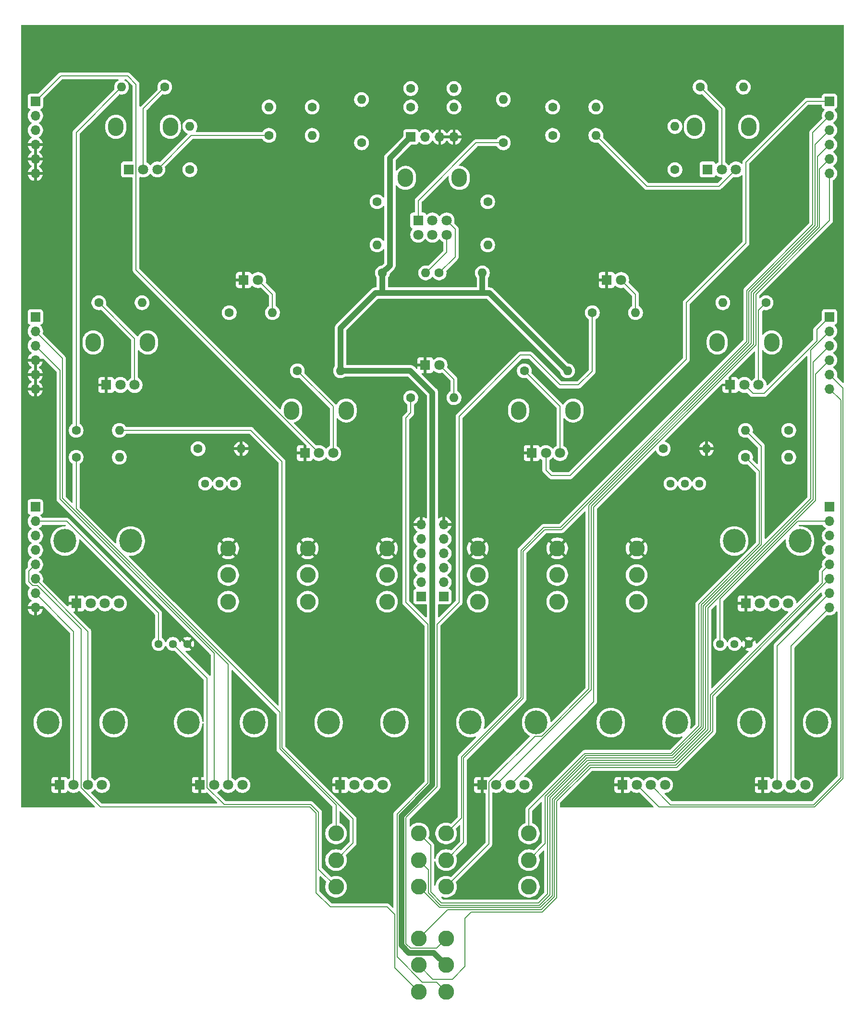
<source format=gbl>
%TF.GenerationSoftware,KiCad,Pcbnew,9.0.0*%
%TF.CreationDate,2025-03-15T21:37:14+01:00*%
%TF.ProjectId,DMH_Dual_VCF_Diode_Ladder_Mk2_PCB_2,444d485f-4475-4616-9c5f-5643465f4469,1*%
%TF.SameCoordinates,Original*%
%TF.FileFunction,Copper,L2,Bot*%
%TF.FilePolarity,Positive*%
%FSLAX46Y46*%
G04 Gerber Fmt 4.6, Leading zero omitted, Abs format (unit mm)*
G04 Created by KiCad (PCBNEW 9.0.0) date 2025-03-15 21:37:14*
%MOMM*%
%LPD*%
G01*
G04 APERTURE LIST*
%TA.AperFunction,ComponentPad*%
%ADD10O,1.600000X1.600000*%
%TD*%
%TA.AperFunction,ComponentPad*%
%ADD11C,1.600000*%
%TD*%
%TA.AperFunction,ComponentPad*%
%ADD12C,1.440000*%
%TD*%
%TA.AperFunction,ComponentPad*%
%ADD13R,1.700000X1.700000*%
%TD*%
%TA.AperFunction,ComponentPad*%
%ADD14O,1.700000X1.700000*%
%TD*%
%TA.AperFunction,ComponentPad*%
%ADD15O,4.000000X4.200000*%
%TD*%
%TA.AperFunction,ComponentPad*%
%ADD16C,1.800000*%
%TD*%
%TA.AperFunction,ComponentPad*%
%ADD17R,1.800000X1.800000*%
%TD*%
%TA.AperFunction,ComponentPad*%
%ADD18C,2.800000*%
%TD*%
%TA.AperFunction,ComponentPad*%
%ADD19O,2.720000X3.240000*%
%TD*%
%TA.AperFunction,Conductor*%
%ADD20C,0.200000*%
%TD*%
%TA.AperFunction,Conductor*%
%ADD21C,1.000000*%
%TD*%
G04 APERTURE END LIST*
D10*
%TO.P,R14,2*%
%TO.N,Net-(D4-A)*%
X71810000Y-93750000D03*
D11*
%TO.P,R14,1*%
%TO.N,Net-(R14-Pad1)*%
X64190000Y-93750000D03*
%TD*%
D12*
%TO.P,RV31,1,1*%
%TO.N,Net-(J16B-Pin_2)*%
X150710000Y-152150000D03*
%TO.P,RV31,2,2*%
%TO.N,Net-(SW9-A)*%
X153250000Y-152150000D03*
%TO.P,RV31,3,3*%
%TO.N,GND*%
X155790000Y-152150000D03*
%TD*%
%TO.P,RV19,1,1*%
%TO.N,Net-(J15B-Pin_2)*%
X51710000Y-152150000D03*
%TO.P,RV19,2,2*%
%TO.N,Net-(SW7-A)*%
X54250000Y-152150000D03*
%TO.P,RV19,3,3*%
%TO.N,GND*%
X56790000Y-152150000D03*
%TD*%
%TO.P,RV15,1,1*%
%TO.N,Net-(J20E-Pin_5)*%
X141960000Y-123900000D03*
%TO.P,RV15,2,2*%
%TO.N,Net-(R58-Pad1)*%
X144500000Y-123900000D03*
%TO.P,RV15,3,3*%
X147040000Y-123900000D03*
%TD*%
%TO.P,RV13,1,1*%
%TO.N,Net-(J19E-Pin_5)*%
X59950000Y-123900000D03*
%TO.P,RV13,2,2*%
%TO.N,Net-(R40-Pad1)*%
X62490000Y-123900000D03*
%TO.P,RV13,3,3*%
X65030000Y-123900000D03*
%TD*%
D11*
%TO.P,R141,1*%
%TO.N,+12V*%
X91190000Y-86750000D03*
D10*
%TO.P,R141,2*%
%TO.N,Net-(R141-Pad2)*%
X98810000Y-86750000D03*
%TD*%
D11*
%TO.P,R140,1*%
%TO.N,Net-(R140-Pad1)*%
X87500000Y-63810000D03*
D10*
%TO.P,R140,2*%
%TO.N,Net-(R12-Pad1)*%
X87500000Y-56190000D03*
%TD*%
D11*
%TO.P,R139,1*%
%TO.N,Net-(R139-Pad1)*%
X101190000Y-86750000D03*
D10*
%TO.P,R139,2*%
%TO.N,+12V*%
X108810000Y-86750000D03*
%TD*%
D11*
%TO.P,R138,1*%
%TO.N,Net-(R132-Pad2)*%
X96190000Y-54250000D03*
D10*
%TO.P,R138,2*%
%TO.N,-12V*%
X103810000Y-54250000D03*
%TD*%
D11*
%TO.P,R137,1*%
%TO.N,+12V*%
X121190000Y-62500000D03*
D10*
%TO.P,R137,2*%
%TO.N,Net-(R137-Pad2)*%
X128810000Y-62500000D03*
%TD*%
D11*
%TO.P,R136,1*%
%TO.N,-12V*%
X121190000Y-57500000D03*
D10*
%TO.P,R136,2*%
%TO.N,Net-(R136-Pad2)*%
X128810000Y-57500000D03*
%TD*%
D11*
%TO.P,R135,1*%
%TO.N,Net-(R135-Pad1)*%
X71190000Y-62500000D03*
D10*
%TO.P,R135,2*%
%TO.N,+12V*%
X78810000Y-62500000D03*
%TD*%
D11*
%TO.P,R96,1*%
%TO.N,-12V*%
X78810000Y-57500000D03*
D10*
%TO.P,R96,2*%
%TO.N,Net-(R2-Pad2)*%
X71190000Y-57500000D03*
%TD*%
D11*
%TO.P,R58,1*%
%TO.N,Net-(R58-Pad1)*%
X140690000Y-117750000D03*
D10*
%TO.P,R58,2*%
%TO.N,GND*%
X148310000Y-117750000D03*
%TD*%
D11*
%TO.P,R40,1*%
%TO.N,Net-(R40-Pad1)*%
X58690000Y-117750000D03*
D10*
%TO.P,R40,2*%
%TO.N,GND*%
X66310000Y-117750000D03*
%TD*%
D13*
%TO.P,J20,1,Pin_1*%
%TO.N,Net-(J20A-Pin_1)*%
X102000000Y-143800000D03*
D14*
%TO.P,J20,2,Pin_2*%
%TO.N,Net-(J20B-Pin_2)*%
X102000000Y-141260000D03*
%TO.P,J20,3,Pin_3*%
%TO.N,Net-(J20C-Pin_3)*%
X102000000Y-138720000D03*
%TO.P,J20,4,Pin_4*%
%TO.N,Net-(J20D-Pin_4)*%
X102000000Y-136180000D03*
%TO.P,J20,5,Pin_5*%
%TO.N,Net-(J20E-Pin_5)*%
X102000000Y-133640000D03*
%TO.P,J20,6,Pin_6*%
%TO.N,GND*%
X102000000Y-131100000D03*
%TD*%
D13*
%TO.P,J19,1,Pin_1*%
%TO.N,Net-(J19A-Pin_1)*%
X98000000Y-143800000D03*
D14*
%TO.P,J19,2,Pin_2*%
%TO.N,Net-(J19B-Pin_2)*%
X98000000Y-141260000D03*
%TO.P,J19,3,Pin_3*%
%TO.N,Net-(J19C-Pin_3)*%
X98000000Y-138720000D03*
%TO.P,J19,4,Pin_4*%
%TO.N,Net-(J19D-Pin_4)*%
X98000000Y-136180000D03*
%TO.P,J19,5,Pin_5*%
%TO.N,Net-(J19E-Pin_5)*%
X98000000Y-133640000D03*
%TO.P,J19,6,Pin_6*%
%TO.N,GND*%
X98000000Y-131100000D03*
%TD*%
D15*
%TO.P,RV25,*%
%TO.N,*%
X56950000Y-166000000D03*
D16*
X66500000Y-177000000D03*
D15*
X68550000Y-166000000D03*
D17*
%TO.P,RV25,1,1*%
%TO.N,GND*%
X59000000Y-177000000D03*
D16*
%TO.P,RV25,2,2*%
%TO.N,Net-(J17C-Pin_3)*%
X61500000Y-177000000D03*
%TO.P,RV25,3,3*%
%TO.N,/Drive A/Drive CV Input*%
X64000000Y-177000000D03*
%TD*%
D17*
%TO.P,D4,1,K*%
%TO.N,GND*%
X66730000Y-88000000D03*
D16*
%TO.P,D4,2,A*%
%TO.N,Net-(D4-A)*%
X69270000Y-88000000D03*
%TD*%
D15*
%TO.P,RV9,*%
%TO.N,*%
X153200000Y-134000000D03*
D16*
X162750000Y-145000000D03*
D15*
X164800000Y-134000000D03*
D17*
%TO.P,RV9,1,1*%
%TO.N,GND*%
X155250000Y-145000000D03*
D16*
%TO.P,RV9,2,2*%
%TO.N,Net-(J16C-Pin_3)*%
X157750000Y-145000000D03*
%TO.P,RV9,3,3*%
%TO.N,/CV Processing/CV1 B Input*%
X160250000Y-145000000D03*
%TD*%
D18*
%TO.P,SW4,1,A*%
%TO.N,Net-(J20A-Pin_1)*%
X136000000Y-144700000D03*
%TO.P,SW4,2,B*%
%TO.N,Net-(J20B-Pin_2)*%
X136000000Y-140000000D03*
%TO.P,SW4,3,C*%
%TO.N,GND*%
X136000000Y-135300000D03*
%TD*%
D15*
%TO.P,RV11,*%
%TO.N,*%
X156200000Y-166000000D03*
D16*
X165750000Y-177000000D03*
D15*
X167800000Y-166000000D03*
D17*
%TO.P,RV11,1,1*%
%TO.N,GND*%
X158250000Y-177000000D03*
D16*
%TO.P,RV11,2,2*%
%TO.N,Net-(J16G-Pin_7)*%
X160750000Y-177000000D03*
%TO.P,RV11,3,3*%
%TO.N,/CV Processing/CV2 B Input*%
X163250000Y-177000000D03*
%TD*%
D19*
%TO.P,RV7,*%
%TO.N,*%
X146200000Y-61000000D03*
X155800000Y-61000000D03*
D17*
%TO.P,RV7,1,1*%
%TO.N,Net-(R17-Pad1)*%
X148500000Y-68500000D03*
D16*
%TO.P,RV7,2,2*%
%TO.N,Net-(R16-Pad1)*%
X151000000Y-68500000D03*
%TO.P,RV7,3,3*%
%TO.N,Net-(R137-Pad2)*%
X153500000Y-68500000D03*
%TD*%
D19*
%TO.P,RV18,*%
%TO.N,*%
X75200000Y-111000000D03*
X84800000Y-111000000D03*
D17*
%TO.P,RV18,1,1*%
%TO.N,GND*%
X77500000Y-118500000D03*
D16*
%TO.P,RV18,2,2*%
%TO.N,Net-(J21A-Pin_1)*%
X80000000Y-118500000D03*
%TO.P,RV18,3,3*%
%TO.N,Net-(R76-Pad1)*%
X82500000Y-118500000D03*
%TD*%
D19*
%TO.P,RV27,*%
%TO.N,*%
X40200000Y-99000000D03*
X49800000Y-99000000D03*
D17*
%TO.P,RV27,1,1*%
%TO.N,GND*%
X42500000Y-106500000D03*
D16*
%TO.P,RV27,2,2*%
%TO.N,Net-(J17A-Pin_1)*%
X45000000Y-106500000D03*
%TO.P,RV27,3,3*%
%TO.N,Net-(R111-Pad1)*%
X47500000Y-106500000D03*
%TD*%
D18*
%TO.P,SW1,1,A*%
%TO.N,Net-(J19A-Pin_1)*%
X64000000Y-144700000D03*
%TO.P,SW1,2,B*%
%TO.N,Net-(J19B-Pin_2)*%
X64000000Y-140000000D03*
%TO.P,SW1,3,C*%
%TO.N,GND*%
X64000000Y-135300000D03*
%TD*%
D17*
%TO.P,D5,1,K*%
%TO.N,GND*%
X130730000Y-88000000D03*
D16*
%TO.P,D5,2,A*%
%TO.N,Net-(D5-A)*%
X133270000Y-88000000D03*
%TD*%
D18*
%TO.P,SW6,1,A*%
%TO.N,Net-(J20A-Pin_1)*%
X108000000Y-144700000D03*
%TO.P,SW6,2,B*%
%TO.N,Net-(J20D-Pin_4)*%
X108000000Y-140000000D03*
%TO.P,SW6,3,C*%
%TO.N,GND*%
X108000000Y-135300000D03*
%TD*%
D15*
%TO.P,RV20,*%
%TO.N,*%
X106700000Y-166000000D03*
D16*
X116250000Y-177000000D03*
D15*
X118300000Y-166000000D03*
D17*
%TO.P,RV20,1,1*%
%TO.N,GND*%
X108750000Y-177000000D03*
D16*
%TO.P,RV20,2,2*%
%TO.N,Net-(J22E-Pin_5)*%
X111250000Y-177000000D03*
%TO.P,RV20,3,3*%
%TO.N,/Inputs and Outputs B/Res CV Jack*%
X113750000Y-177000000D03*
%TD*%
D19*
%TO.P,RV22,*%
%TO.N,*%
X115200000Y-111000000D03*
X124800000Y-111000000D03*
D17*
%TO.P,RV22,1,1*%
%TO.N,GND*%
X117500000Y-118500000D03*
D16*
%TO.P,RV22,2,2*%
%TO.N,Net-(J22A-Pin_1)*%
X120000000Y-118500000D03*
%TO.P,RV22,3,3*%
%TO.N,Net-(R80-Pad1)*%
X122500000Y-118500000D03*
%TD*%
D18*
%TO.P,SW5,1,A*%
%TO.N,Net-(J20A-Pin_1)*%
X122000000Y-144700000D03*
%TO.P,SW5,2,B*%
%TO.N,Net-(J20C-Pin_3)*%
X122000000Y-140000000D03*
%TO.P,SW5,3,C*%
%TO.N,GND*%
X122000000Y-135300000D03*
%TD*%
%TO.P,SW3,1,A*%
%TO.N,Net-(J19A-Pin_1)*%
X92000000Y-144700000D03*
%TO.P,SW3,2,B*%
%TO.N,Net-(J19D-Pin_4)*%
X92000000Y-140000000D03*
%TO.P,SW3,3,C*%
%TO.N,GND*%
X92000000Y-135300000D03*
%TD*%
D15*
%TO.P,RV16,*%
%TO.N,*%
X81700000Y-166000000D03*
D16*
X91250000Y-177000000D03*
D15*
X93300000Y-166000000D03*
D17*
%TO.P,RV16,1,1*%
%TO.N,GND*%
X83750000Y-177000000D03*
D16*
%TO.P,RV16,2,2*%
%TO.N,Net-(J21C-Pin_3)*%
X86250000Y-177000000D03*
%TO.P,RV16,3,3*%
%TO.N,/Inputs and Outputs A/Res CV Jack*%
X88750000Y-177000000D03*
%TD*%
D15*
%TO.P,RV28,*%
%TO.N,*%
X131450000Y-166000000D03*
D16*
X141000000Y-177000000D03*
D15*
X143050000Y-166000000D03*
D17*
%TO.P,RV28,1,1*%
%TO.N,GND*%
X133500000Y-177000000D03*
D16*
%TO.P,RV28,2,2*%
%TO.N,Net-(J18E-Pin_5)*%
X136000000Y-177000000D03*
%TO.P,RV28,3,3*%
%TO.N,/Drive B/Drive CV Input*%
X138500000Y-177000000D03*
%TD*%
D17*
%TO.P,D3,1,K*%
%TO.N,GND*%
X98730000Y-103000000D03*
D16*
%TO.P,D3,2,A*%
%TO.N,Net-(D3-A)*%
X101270000Y-103000000D03*
%TD*%
D18*
%TO.P,SW8,1,A*%
%TO.N,/Drive A/Drive CV*%
X97587000Y-194950000D03*
%TO.P,SW8,2,B*%
%TO.N,Net-(J18C-Pin_3)*%
X97587000Y-190250000D03*
%TO.P,SW8,3,C*%
%TO.N,Net-(J18B-Pin_2)*%
X97587000Y-185550000D03*
%TO.P,SW8,4,A*%
%TO.N,/Resonance A CV/Res CV*%
X102413000Y-194950000D03*
%TO.P,SW8,5,B*%
%TO.N,Net-(J22C-Pin_3)*%
X102413000Y-190250000D03*
%TO.P,SW8,6,C*%
%TO.N,Net-(J22B-Pin_2)*%
X102413000Y-185550000D03*
%TD*%
%TO.P,SW2,1,A*%
%TO.N,Net-(J19A-Pin_1)*%
X78000000Y-144700000D03*
%TO.P,SW2,2,B*%
%TO.N,Net-(J19C-Pin_3)*%
X78000000Y-140000000D03*
%TO.P,SW2,3,C*%
%TO.N,GND*%
X78000000Y-135300000D03*
%TD*%
D19*
%TO.P,RV30,*%
%TO.N,*%
X150200000Y-99000000D03*
X159800000Y-99000000D03*
D17*
%TO.P,RV30,1,1*%
%TO.N,GND*%
X152500000Y-106500000D03*
D16*
%TO.P,RV30,2,2*%
%TO.N,Net-(J18A-Pin_1)*%
X155000000Y-106500000D03*
%TO.P,RV30,3,3*%
%TO.N,Net-(R128-Pad1)*%
X157500000Y-106500000D03*
%TD*%
D15*
%TO.P,RV3,*%
%TO.N,*%
X35200000Y-134000000D03*
D16*
X44750000Y-145000000D03*
D15*
X46800000Y-134000000D03*
D17*
%TO.P,RV3,1,1*%
%TO.N,GND*%
X37250000Y-145000000D03*
D16*
%TO.P,RV3,2,2*%
%TO.N,Net-(J15D-Pin_4)*%
X39750000Y-145000000D03*
%TO.P,RV3,3,3*%
%TO.N,/CV Processing/CV1 A Input*%
X42250000Y-145000000D03*
%TD*%
D18*
%TO.P,SW7,1,A*%
%TO.N,Net-(SW7-A)*%
X83000000Y-194950000D03*
%TO.P,SW7,2,B*%
%TO.N,Net-(SW7-B)*%
X83000000Y-190250000D03*
%TO.P,SW7,3,C*%
%TO.N,Net-(SW7-C)*%
X83000000Y-185550000D03*
%TD*%
D19*
%TO.P,RV6,*%
%TO.N,*%
X95250000Y-70000000D03*
X104750000Y-70000000D03*
D17*
%TO.P,RV6,1,1*%
%TO.N,Net-(R132-Pad1)*%
X97500000Y-77500000D03*
D16*
%TO.P,RV6,2,2*%
%TO.N,Net-(R11-Pad1)*%
X100000000Y-77500000D03*
%TO.P,RV6,3,3*%
%TO.N,Net-(R139-Pad1)*%
X102500000Y-77500000D03*
%TO.P,RV6,4,4*%
%TO.N,Net-(R140-Pad1)*%
X97500000Y-80000000D03*
%TO.P,RV6,5,5*%
%TO.N,Net-(R131-Pad1)*%
X100000000Y-80000000D03*
%TO.P,RV6,6,6*%
%TO.N,Net-(R141-Pad2)*%
X102500000Y-80000000D03*
%TD*%
D15*
%TO.P,RV5,*%
%TO.N,*%
X32200000Y-166000000D03*
D16*
X41750000Y-177000000D03*
D15*
X43800000Y-166000000D03*
D17*
%TO.P,RV5,1,1*%
%TO.N,GND*%
X34250000Y-177000000D03*
D16*
%TO.P,RV5,2,2*%
%TO.N,Net-(J15G-Pin_7)*%
X36750000Y-177000000D03*
%TO.P,RV5,3,3*%
%TO.N,/CV Processing/CV2 A Input*%
X39250000Y-177000000D03*
%TD*%
D19*
%TO.P,RV1,*%
%TO.N,*%
X44200000Y-61000000D03*
X53800000Y-61000000D03*
D17*
%TO.P,RV1,1,1*%
%TO.N,Net-(R2-Pad1)*%
X46500000Y-68500000D03*
D16*
%TO.P,RV1,2,2*%
%TO.N,Net-(R1-Pad1)*%
X49000000Y-68500000D03*
%TO.P,RV1,3,3*%
%TO.N,Net-(R135-Pad1)*%
X51500000Y-68500000D03*
%TD*%
D18*
%TO.P,SW10,1,A*%
%TO.N,/CV Processing/CV A*%
X97587000Y-213450000D03*
%TO.P,SW10,2,B*%
%TO.N,/CV Processing/Link CV Switch*%
X97587000Y-208750000D03*
%TO.P,SW10,3,C*%
%TO.N,/CV Processing/CV B*%
X97587000Y-204050000D03*
%TO.P,SW10,4,A*%
%TO.N,Net-(R13-Pad1)*%
X102413000Y-213450000D03*
%TO.P,SW10,5,B*%
%TO.N,+12V*%
X102413000Y-208750000D03*
%TO.P,SW10,6,C*%
%TO.N,Net-(R14-Pad1)*%
X102413000Y-204050000D03*
%TD*%
%TO.P,SW9,1,A*%
%TO.N,Net-(SW9-A)*%
X117000000Y-194950000D03*
%TO.P,SW9,2,B*%
%TO.N,Net-(SW9-B)*%
X117000000Y-190250000D03*
%TO.P,SW9,3,C*%
%TO.N,Net-(SW9-C)*%
X117000000Y-185550000D03*
%TD*%
D11*
%TO.P,R12,1*%
%TO.N,Net-(R12-Pad1)*%
X96190000Y-57500000D03*
D10*
%TO.P,R12,2*%
%TO.N,-12V*%
X103810000Y-57500000D03*
%TD*%
D11*
%TO.P,R132,1*%
%TO.N,Net-(R132-Pad1)*%
X112500000Y-63810000D03*
D10*
%TO.P,R132,2*%
%TO.N,Net-(R132-Pad2)*%
X112500000Y-56190000D03*
%TD*%
D11*
%TO.P,R24,1*%
%TO.N,Net-(SW9-C)*%
X155190000Y-119250000D03*
D10*
%TO.P,R24,2*%
%TO.N,Net-(SW9-A)*%
X162810000Y-119250000D03*
%TD*%
D13*
%TO.P,J18,1,Pin_1*%
%TO.N,Net-(J18A-Pin_1)*%
X170000000Y-94500000D03*
D14*
%TO.P,J18,2,Pin_2*%
%TO.N,Net-(J18B-Pin_2)*%
X170000000Y-97040000D03*
%TO.P,J18,3,Pin_3*%
%TO.N,Net-(J18C-Pin_3)*%
X170000000Y-99580000D03*
%TO.P,J18,4,Pin_4*%
%TO.N,/Drive A/Drive CV*%
X170000000Y-102120000D03*
%TO.P,J18,5,Pin_5*%
%TO.N,Net-(J18E-Pin_5)*%
X170000000Y-104660000D03*
%TO.P,J18,6,Pin_6*%
%TO.N,/Drive B/Drive CV Input*%
X170000000Y-107200000D03*
%TD*%
D13*
%TO.P,J16,1,Pin_1*%
%TO.N,Net-(J16A-Pin_1)*%
X170000000Y-128000000D03*
D14*
%TO.P,J16,2,Pin_2*%
%TO.N,Net-(J16B-Pin_2)*%
X170000000Y-130540000D03*
%TO.P,J16,3,Pin_3*%
%TO.N,Net-(J16C-Pin_3)*%
X170000000Y-133080000D03*
%TO.P,J16,4,Pin_4*%
%TO.N,/CV Processing/CV1 B Input*%
X170000000Y-135620000D03*
%TO.P,J16,5,Pin_5*%
%TO.N,/CV Processing/CV B*%
X170000000Y-138160000D03*
%TO.P,J16,6,Pin_6*%
%TO.N,/CV Processing/Link CV Switch*%
X170000000Y-140700000D03*
%TO.P,J16,7,Pin_7*%
%TO.N,Net-(J16G-Pin_7)*%
X170000000Y-143240000D03*
%TO.P,J16,8,Pin_8*%
%TO.N,/CV Processing/CV2 B Input*%
X170000000Y-145780000D03*
%TD*%
D13*
%TO.P,J23,1,Pin_1*%
%TO.N,+12V*%
X96200000Y-62775000D03*
D14*
%TO.P,J23,2,Pin_2*%
%TO.N,-12V*%
X98740000Y-62775000D03*
%TO.P,J23,3,Pin_3*%
%TO.N,GND*%
X101280000Y-62775000D03*
%TO.P,J23,4,Pin_4*%
X103820000Y-62775000D03*
%TD*%
D11*
%TO.P,R1,1*%
%TO.N,Net-(R1-Pad1)*%
X52810000Y-54000000D03*
D10*
%TO.P,R1,2*%
%TO.N,Net-(J15A-Pin_1)*%
X45190000Y-54000000D03*
%TD*%
D11*
%TO.P,R11,1*%
%TO.N,Net-(R11-Pad1)*%
X90250000Y-74190000D03*
D10*
%TO.P,R11,2*%
%TO.N,Net-(J15A-Pin_1)*%
X90250000Y-81810000D03*
%TD*%
D11*
%TO.P,R13,1*%
%TO.N,Net-(R13-Pad1)*%
X96190000Y-108750000D03*
D10*
%TO.P,R13,2*%
%TO.N,Net-(D3-A)*%
X103810000Y-108750000D03*
%TD*%
D11*
%TO.P,R10,1*%
%TO.N,Net-(SW7-C)*%
X37190000Y-119250000D03*
D10*
%TO.P,R10,2*%
%TO.N,Net-(SW7-A)*%
X44810000Y-119250000D03*
%TD*%
D11*
%TO.P,R80,1*%
%TO.N,Net-(R80-Pad1)*%
X116190000Y-104000000D03*
D10*
%TO.P,R80,2*%
%TO.N,+12V*%
X123810000Y-104000000D03*
%TD*%
D11*
%TO.P,R17,1*%
%TO.N,Net-(R17-Pad1)*%
X142750000Y-68560000D03*
D10*
%TO.P,R17,2*%
%TO.N,Net-(R136-Pad2)*%
X142750000Y-60940000D03*
%TD*%
D11*
%TO.P,R23,1*%
%TO.N,Net-(J16A-Pin_1)*%
X162810000Y-114500000D03*
D10*
%TO.P,R23,2*%
%TO.N,Net-(SW9-B)*%
X155190000Y-114500000D03*
%TD*%
D11*
%TO.P,R111,1*%
%TO.N,Net-(R111-Pad1)*%
X41190000Y-92000000D03*
D10*
%TO.P,R111,2*%
%TO.N,+12V*%
X48810000Y-92000000D03*
%TD*%
D11*
%TO.P,R76,1*%
%TO.N,Net-(R76-Pad1)*%
X76190000Y-104000000D03*
D10*
%TO.P,R76,2*%
%TO.N,+12V*%
X83810000Y-104000000D03*
%TD*%
D11*
%TO.P,R128,1*%
%TO.N,Net-(R128-Pad1)*%
X158810000Y-92000000D03*
D10*
%TO.P,R128,2*%
%TO.N,+12V*%
X151190000Y-92000000D03*
%TD*%
D13*
%TO.P,J15,1,Pin_1*%
%TO.N,Net-(J15A-Pin_1)*%
X30000000Y-128000000D03*
D14*
%TO.P,J15,2,Pin_2*%
%TO.N,Net-(J15B-Pin_2)*%
X30000000Y-130540000D03*
%TO.P,J15,3,Pin_3*%
%TO.N,/CV Processing/CV1 A Input*%
X30000000Y-133080000D03*
%TO.P,J15,4,Pin_4*%
%TO.N,Net-(J15D-Pin_4)*%
X30000000Y-135620000D03*
%TO.P,J15,5,Pin_5*%
%TO.N,/CV Processing/CV A*%
X30000000Y-138160000D03*
%TO.P,J15,6,Pin_6*%
%TO.N,/CV Processing/CV2 A Input*%
X30000000Y-140700000D03*
%TO.P,J15,7,Pin_7*%
%TO.N,Net-(J15G-Pin_7)*%
X30000000Y-143240000D03*
%TO.P,J15,8,Pin_8*%
%TO.N,GND*%
X30000000Y-145780000D03*
%TD*%
D11*
%TO.P,R8,1*%
%TO.N,Net-(J15A-Pin_1)*%
X37190000Y-114500000D03*
D10*
%TO.P,R8,2*%
%TO.N,Net-(SW7-B)*%
X44810000Y-114500000D03*
%TD*%
D13*
%TO.P,J22,1,Pin_1*%
%TO.N,Net-(J22A-Pin_1)*%
X170000000Y-56500000D03*
D14*
%TO.P,J22,2,Pin_2*%
%TO.N,Net-(J22B-Pin_2)*%
X170000000Y-59040000D03*
%TO.P,J22,3,Pin_3*%
%TO.N,Net-(J22C-Pin_3)*%
X170000000Y-61580000D03*
%TO.P,J22,4,Pin_4*%
%TO.N,/Resonance A CV/Res CV*%
X170000000Y-64120000D03*
%TO.P,J22,5,Pin_5*%
%TO.N,Net-(J22E-Pin_5)*%
X170000000Y-66660000D03*
%TO.P,J22,6,Pin_6*%
%TO.N,/Inputs and Outputs B/Res CV Jack*%
X170000000Y-69200000D03*
%TD*%
D13*
%TO.P,J21,1,Pin_1*%
%TO.N,Net-(J21A-Pin_1)*%
X30000000Y-56500000D03*
D14*
%TO.P,J21,2,Pin_2*%
%TO.N,/Inputs and Outputs A/Res CV Jack*%
X30000000Y-59040000D03*
%TO.P,J21,3,Pin_3*%
%TO.N,Net-(J21C-Pin_3)*%
X30000000Y-61580000D03*
%TO.P,J21,4,Pin_4*%
%TO.N,GND*%
X30000000Y-64120000D03*
%TO.P,J21,5,Pin_5*%
X30000000Y-66660000D03*
%TO.P,J21,6,Pin_6*%
X30000000Y-69200000D03*
%TD*%
D11*
%TO.P,R15,1*%
%TO.N,Net-(R14-Pad1)*%
X128190000Y-93750000D03*
D10*
%TO.P,R15,2*%
%TO.N,Net-(D5-A)*%
X135810000Y-93750000D03*
%TD*%
D11*
%TO.P,R131,1*%
%TO.N,Net-(R131-Pad1)*%
X109750000Y-74190000D03*
D10*
%TO.P,R131,2*%
%TO.N,Net-(J16A-Pin_1)*%
X109750000Y-81810000D03*
%TD*%
D11*
%TO.P,R2,1*%
%TO.N,Net-(R2-Pad1)*%
X57250000Y-68560000D03*
D10*
%TO.P,R2,2*%
%TO.N,Net-(R2-Pad2)*%
X57250000Y-60940000D03*
%TD*%
D11*
%TO.P,R16,1*%
%TO.N,Net-(R16-Pad1)*%
X147190000Y-54000000D03*
D10*
%TO.P,R16,2*%
%TO.N,Net-(J16A-Pin_1)*%
X154810000Y-54000000D03*
%TD*%
D13*
%TO.P,J17,1,Pin_1*%
%TO.N,Net-(J17A-Pin_1)*%
X30000000Y-94500000D03*
D14*
%TO.P,J17,2,Pin_2*%
%TO.N,/Drive A/Drive CV Input*%
X30000000Y-97040000D03*
%TO.P,J17,3,Pin_3*%
%TO.N,Net-(J17C-Pin_3)*%
X30000000Y-99580000D03*
%TO.P,J17,4,Pin_4*%
%TO.N,GND*%
X30000000Y-102120000D03*
%TO.P,J17,5,Pin_5*%
X30000000Y-104660000D03*
%TO.P,J17,6,Pin_6*%
X30000000Y-107200000D03*
%TD*%
D20*
%TO.N,/CV Processing/CV B*%
X168750000Y-139410000D02*
X170000000Y-138160000D01*
X168750000Y-141384314D02*
X168750000Y-139410000D01*
X149000000Y-161134314D02*
X168750000Y-141384314D01*
X142900000Y-173500000D02*
X149000000Y-167400000D01*
X127700000Y-173500000D02*
X142900000Y-173500000D01*
X121500000Y-196684314D02*
X121500000Y-179700000D01*
X121500000Y-179700000D02*
X127700000Y-173500000D01*
X119184314Y-199000000D02*
X121500000Y-196684314D01*
X102637000Y-199000000D02*
X119184314Y-199000000D01*
X97587000Y-204050000D02*
X102637000Y-199000000D01*
X149000000Y-167400000D02*
X149000000Y-161134314D01*
%TO.N,Net-(SW9-C)*%
X157599000Y-121659000D02*
X155190000Y-119250000D01*
X147416800Y-144697586D02*
X147651700Y-144462686D01*
X157599000Y-134515386D02*
X157599000Y-121659000D01*
X146947000Y-145499586D02*
X146947000Y-145167386D01*
X146947000Y-145831786D02*
X146947000Y-145499586D01*
X146947000Y-146163986D02*
X146947000Y-145831786D01*
X147651700Y-144462686D02*
X157599000Y-134515386D01*
X146947000Y-166588956D02*
X146947000Y-146163986D01*
X142088956Y-171447000D02*
X146947000Y-166588956D01*
X127848300Y-171447000D02*
X142088956Y-171447000D01*
X127516100Y-171447000D02*
X127848300Y-171447000D01*
X127183900Y-171447000D02*
X127516100Y-171447000D01*
X146947000Y-145167386D02*
X147181900Y-144932486D01*
X126851700Y-171447000D02*
X127183900Y-171447000D01*
X126381900Y-171916800D02*
X126616800Y-171681900D01*
X126616800Y-171681900D02*
X126851700Y-171447000D01*
X126147000Y-172151700D02*
X126381900Y-171916800D01*
X119966800Y-178331900D02*
X120201700Y-178097000D01*
X119731900Y-178566800D02*
X119966800Y-178331900D01*
X147181900Y-144932486D02*
X147416800Y-144697586D01*
X120201700Y-178097000D02*
X126147000Y-172151700D01*
X119497000Y-178801700D02*
X119731900Y-178566800D01*
X117000000Y-185550000D02*
X117000000Y-181298700D01*
X117000000Y-181298700D02*
X119497000Y-178801700D01*
%TO.N,/CV Processing/Link CV Switch*%
X100087000Y-211250000D02*
X97587000Y-208750000D01*
X103500000Y-211250000D02*
X100087000Y-211250000D01*
X105750000Y-209000000D02*
X103500000Y-211250000D01*
X127900000Y-173900000D02*
X121900000Y-179900000D01*
X105750000Y-200500000D02*
X105750000Y-209000000D01*
X143100000Y-173900000D02*
X127900000Y-173900000D01*
X121900000Y-196850000D02*
X119350000Y-199400000D01*
X149400000Y-167600000D02*
X143100000Y-173900000D01*
X106850000Y-199400000D02*
X105750000Y-200500000D01*
X121900000Y-179900000D02*
X121900000Y-196850000D01*
X149400000Y-161300000D02*
X149400000Y-167600000D01*
X119350000Y-199400000D02*
X106850000Y-199400000D01*
X170000000Y-140700000D02*
X149400000Y-161300000D01*
%TO.N,/Drive A/Drive CV*%
X101237000Y-198600000D02*
X97587000Y-194950000D01*
X119018628Y-198600000D02*
X101237000Y-198600000D01*
X121100000Y-196518628D02*
X119018628Y-198600000D01*
X127550000Y-173050000D02*
X121100000Y-179500000D01*
X142752942Y-173050000D02*
X127550000Y-173050000D01*
X148550000Y-167252942D02*
X142752942Y-173050000D01*
X121100000Y-179500000D02*
X121100000Y-196518628D01*
X148550000Y-145831372D02*
X148550000Y-167252942D01*
X167500000Y-104620000D02*
X167500000Y-126881372D01*
X167500000Y-126881372D02*
X148550000Y-145831372D01*
X170000000Y-102120000D02*
X167500000Y-104620000D01*
%TO.N,Net-(SW9-B)*%
X119898000Y-179632200D02*
X119898000Y-187352000D01*
X119898000Y-187352000D02*
X117000000Y-190250000D01*
X119898000Y-179300000D02*
X119898000Y-179632200D01*
X120132900Y-178732900D02*
X119898000Y-178967800D01*
X126548000Y-172317800D02*
X120367800Y-178498000D01*
X120367800Y-178498000D02*
X120132900Y-178732900D01*
X126782900Y-172082900D02*
X126548000Y-172317800D01*
X127350000Y-171848000D02*
X127017800Y-171848000D01*
X127682200Y-171848000D02*
X127350000Y-171848000D01*
X142255056Y-171848000D02*
X127682200Y-171848000D01*
X147348000Y-166755056D02*
X142255056Y-171848000D01*
X147348000Y-145333486D02*
X147348000Y-145665686D01*
X127017800Y-171848000D02*
X126782900Y-172082900D01*
X147582900Y-145098586D02*
X147348000Y-145333486D01*
X147348000Y-145997886D02*
X147348000Y-166755056D01*
X147817800Y-144863686D02*
X147582900Y-145098586D01*
X119898000Y-178967800D02*
X119898000Y-179300000D01*
X158000000Y-134681486D02*
X147817800Y-144863686D01*
X158000000Y-117310000D02*
X158000000Y-134681486D01*
X147348000Y-145665686D02*
X147348000Y-145997886D01*
X155190000Y-114500000D02*
X158000000Y-117310000D01*
%TO.N,Net-(J18B-Pin_2)*%
X99687000Y-187650000D02*
X97587000Y-185550000D01*
X99687000Y-191782900D02*
X99687000Y-187650000D01*
X99688000Y-191783900D02*
X99687000Y-191782900D01*
X99688000Y-195870900D02*
X99688000Y-192116100D01*
X118686842Y-197799000D02*
X101616100Y-197799000D01*
X120299000Y-196186842D02*
X118686842Y-197799000D01*
X120299000Y-179466100D02*
X120299000Y-196186842D01*
X120299000Y-179133900D02*
X120299000Y-179466100D01*
X120533900Y-178899000D02*
X120299000Y-179133900D01*
X126949000Y-172483900D02*
X120533900Y-178899000D01*
X127183900Y-172249000D02*
X126949000Y-172483900D01*
X142421156Y-172249000D02*
X127516100Y-172249000D01*
X127516100Y-172249000D02*
X127183900Y-172249000D01*
X147749000Y-166921156D02*
X142421156Y-172249000D01*
X147749000Y-145831786D02*
X147749000Y-166921156D01*
X99688000Y-192116100D02*
X99688000Y-191783900D01*
X147983900Y-145264686D02*
X147749000Y-145499586D01*
X101616100Y-197799000D02*
X99688000Y-195870900D01*
X166699000Y-102646100D02*
X166699000Y-126549586D01*
X166700000Y-102312900D02*
X166699000Y-102313900D01*
X166699000Y-126549586D02*
X147983900Y-145264686D01*
X147749000Y-145499586D02*
X147749000Y-145831786D01*
X166700000Y-100340000D02*
X166700000Y-102312900D01*
X170000000Y-97040000D02*
X166700000Y-100340000D01*
X166699000Y-102313900D02*
X166699000Y-102646100D01*
%TO.N,Net-(J18C-Pin_3)*%
X167100000Y-102480000D02*
X170000000Y-99580000D01*
X148150000Y-167087256D02*
X148150000Y-145665686D01*
X142587256Y-172650000D02*
X148150000Y-167087256D01*
X148150000Y-145665686D02*
X167100000Y-126715686D01*
X120700000Y-179300000D02*
X127350000Y-172650000D01*
X127350000Y-172650000D02*
X142587256Y-172650000D01*
X167100000Y-126715686D02*
X167100000Y-102480000D01*
X101450000Y-198200000D02*
X118852942Y-198200000D01*
X120700000Y-196352942D02*
X120700000Y-179300000D01*
X99287000Y-196037000D02*
X101450000Y-198200000D01*
X118852942Y-198200000D02*
X120700000Y-196352942D01*
X97587000Y-190250000D02*
X99287000Y-191950000D01*
X99287000Y-191950000D02*
X99287000Y-196037000D01*
%TO.N,Net-(SW7-A)*%
X79901000Y-181833900D02*
X79901000Y-191851000D01*
X63300529Y-180499000D02*
X78566100Y-180499000D01*
X60299000Y-177497471D02*
X63300529Y-180499000D01*
X78566100Y-180499000D02*
X79901000Y-181833900D01*
X60299000Y-158199000D02*
X60299000Y-177497471D01*
X79901000Y-191851000D02*
X83000000Y-194950000D01*
X54250000Y-152150000D02*
X60299000Y-158199000D01*
%TO.N,Net-(SW7-C)*%
X73099000Y-170666100D02*
X83000000Y-180567100D01*
X73099000Y-164231900D02*
X73099000Y-170666100D01*
X37190000Y-128322900D02*
X73099000Y-164231900D01*
X83000000Y-180567100D02*
X83000000Y-185550000D01*
X37190000Y-119250000D02*
X37190000Y-128322900D01*
%TO.N,/Drive A/Drive CV Input*%
X64000000Y-155700000D02*
X64000000Y-177000000D01*
X34750000Y-126450000D02*
X64000000Y-155700000D01*
X34750000Y-101790000D02*
X34750000Y-126450000D01*
X30000000Y-97040000D02*
X34750000Y-101790000D01*
%TO.N,Net-(J17C-Pin_3)*%
X61500000Y-153800000D02*
X61500000Y-177000000D01*
X34350000Y-103930000D02*
X34350000Y-126650000D01*
X30000000Y-99580000D02*
X34350000Y-103930000D01*
X34350000Y-126650000D02*
X61500000Y-153800000D01*
%TO.N,Net-(R141-Pad2)*%
X102500000Y-83100000D02*
X102500000Y-80000000D01*
X98850000Y-86750000D02*
X102500000Y-83100000D01*
X98810000Y-86750000D02*
X98850000Y-86750000D01*
%TO.N,Net-(R13-Pad1)*%
X100713000Y-211750000D02*
X102413000Y-213450000D01*
X99200000Y-176668630D02*
X93750000Y-182118630D01*
X93750000Y-182118630D02*
X93750000Y-207317164D01*
X93750000Y-207317164D02*
X98182836Y-211750000D01*
X99200000Y-148700000D02*
X99200000Y-176668630D01*
X95300000Y-112300000D02*
X95300000Y-144800000D01*
X98182836Y-211750000D02*
X100713000Y-211750000D01*
X96190000Y-111410000D02*
X95300000Y-112300000D01*
X95300000Y-144800000D02*
X99200000Y-148700000D01*
X96190000Y-108750000D02*
X96190000Y-111410000D01*
D21*
%TO.N,+12V*%
X100250000Y-206587000D02*
X102413000Y-208750000D01*
X95837000Y-206587000D02*
X100250000Y-206587000D01*
X100000000Y-177000000D02*
X94550000Y-182450000D01*
X94550000Y-182450000D02*
X94550000Y-205300000D01*
X96100000Y-104000000D02*
X100000000Y-107900000D01*
X83810000Y-104000000D02*
X96100000Y-104000000D01*
X100000000Y-107900000D02*
X100000000Y-177000000D01*
X94550000Y-205300000D02*
X95837000Y-206587000D01*
D20*
%TO.N,Net-(R14-Pad1)*%
X96131370Y-205750000D02*
X100713000Y-205750000D01*
X95350000Y-204968630D02*
X96131370Y-205750000D01*
X95350000Y-182781370D02*
X95350000Y-204968630D01*
X100713000Y-205750000D02*
X102413000Y-204050000D01*
X100800000Y-177331370D02*
X95350000Y-182781370D01*
X100800000Y-148700000D02*
X100800000Y-177331370D01*
X104700000Y-144800000D02*
X100800000Y-148700000D01*
X104700000Y-112050000D02*
X104700000Y-144800000D01*
X115500000Y-101250000D02*
X104700000Y-112050000D01*
X125750000Y-106500000D02*
X122500000Y-106500000D01*
X117250000Y-101250000D02*
X115500000Y-101250000D01*
X122500000Y-106500000D02*
X117250000Y-101250000D01*
X128190000Y-104060000D02*
X125750000Y-106500000D01*
X128190000Y-93750000D02*
X128190000Y-104060000D01*
%TO.N,Net-(J16B-Pin_2)*%
X164408472Y-130540000D02*
X170000000Y-130540000D01*
X150710000Y-144238472D02*
X164408472Y-130540000D01*
X150710000Y-152150000D02*
X150710000Y-144238472D01*
%TO.N,Net-(J15B-Pin_2)*%
X51710000Y-146710000D02*
X51710000Y-152150000D01*
X35540000Y-130540000D02*
X51710000Y-146710000D01*
X30000000Y-130540000D02*
X35540000Y-130540000D01*
%TO.N,Net-(R135-Pad1)*%
X57500000Y-62500000D02*
X71190000Y-62500000D01*
X51500000Y-68500000D02*
X57500000Y-62500000D01*
%TO.N,Net-(R139-Pad1)*%
X104000000Y-83940000D02*
X101190000Y-86750000D01*
X104000000Y-79000000D02*
X104000000Y-83940000D01*
X102500000Y-77500000D02*
X104000000Y-79000000D01*
%TO.N,Net-(R132-Pad1)*%
X107690000Y-63810000D02*
X112500000Y-63810000D01*
X97500000Y-74000000D02*
X107690000Y-63810000D01*
X97500000Y-77500000D02*
X97500000Y-74000000D01*
%TO.N,Net-(R137-Pad2)*%
X150500000Y-71500000D02*
X153500000Y-68500000D01*
X137810000Y-71500000D02*
X150500000Y-71500000D01*
X128810000Y-62500000D02*
X137810000Y-71500000D01*
D21*
%TO.N,+12V*%
X92500000Y-66475000D02*
X96200000Y-62775000D01*
X92500000Y-85440000D02*
X92500000Y-66475000D01*
X91190000Y-86750000D02*
X92500000Y-85440000D01*
X83810000Y-96440000D02*
X83810000Y-104000000D01*
X89940000Y-90310000D02*
X83810000Y-96440000D01*
X91250000Y-90310000D02*
X89940000Y-90310000D01*
X110060000Y-90310000D02*
X108750000Y-90310000D01*
X123750000Y-104000000D02*
X110060000Y-90310000D01*
X123810000Y-104000000D02*
X123750000Y-104000000D01*
X108810000Y-90250000D02*
X108750000Y-90310000D01*
X108810000Y-86750000D02*
X108810000Y-90250000D01*
X108750000Y-90310000D02*
X91250000Y-90310000D01*
X91190000Y-90250000D02*
X91250000Y-90310000D01*
X91190000Y-86750000D02*
X91190000Y-90250000D01*
D20*
%TO.N,Net-(SW7-B)*%
X86000000Y-187250000D02*
X83000000Y-190250000D01*
X68000000Y-114500000D02*
X73500000Y-120000000D01*
X73500000Y-120000000D02*
X73500000Y-170500000D01*
X86000000Y-183000000D02*
X86000000Y-187250000D01*
X44810000Y-114500000D02*
X68000000Y-114500000D01*
X73500000Y-170500000D02*
X86000000Y-183000000D01*
D21*
%TO.N,+12V*%
X48810000Y-91940000D02*
X48810000Y-92000000D01*
D20*
%TO.N,Net-(J15A-Pin_1)*%
X37190000Y-62000000D02*
X37190000Y-114500000D01*
X45190000Y-54000000D02*
X37190000Y-62000000D01*
%TO.N,Net-(J16C-Pin_3)*%
X169670000Y-133080000D02*
X170000000Y-133080000D01*
%TO.N,/Drive B/Drive CV Input*%
X172000000Y-109200000D02*
X172000000Y-175684314D01*
X172000000Y-175684314D02*
X167184314Y-180500000D01*
X170000000Y-107200000D02*
X172000000Y-109200000D01*
X142000000Y-180500000D02*
X138500000Y-177000000D01*
X167184314Y-180500000D02*
X142000000Y-180500000D01*
%TO.N,Net-(J21A-Pin_1)*%
X34500000Y-52000000D02*
X46250000Y-52000000D01*
X46250000Y-52000000D02*
X47750000Y-53500000D01*
X47750000Y-53500000D02*
X47750000Y-86250000D01*
X30000000Y-56500000D02*
X34500000Y-52000000D01*
X47750000Y-86250000D02*
X80000000Y-118500000D01*
%TO.N,Net-(R1-Pad1)*%
X49000000Y-57810000D02*
X49000000Y-68500000D01*
X52810000Y-54000000D02*
X49000000Y-57810000D01*
%TO.N,Net-(J22C-Pin_3)*%
X155800000Y-98973750D02*
X122773750Y-132000000D01*
X155800000Y-90002942D02*
X155800000Y-98973750D01*
X116000000Y-161750000D02*
X105500000Y-172250000D01*
X105500000Y-172250000D02*
X105500000Y-187163000D01*
X122773750Y-132000000D02*
X119815686Y-132000000D01*
X119815686Y-132000000D02*
X116000000Y-135815686D01*
X167450000Y-78352942D02*
X155800000Y-90002942D01*
X105500000Y-187163000D02*
X102413000Y-190250000D01*
X116000000Y-135815686D02*
X116000000Y-161750000D01*
X167450000Y-64130000D02*
X167450000Y-78352942D01*
X170000000Y-61580000D02*
X167450000Y-64130000D01*
%TO.N,/Resonance A CV/Res CV*%
X119284314Y-168400000D02*
X118050000Y-168400000D01*
X167850000Y-78518628D02*
X156200000Y-90168628D01*
X109950000Y-187413000D02*
X102413000Y-194950000D01*
X167850000Y-66270000D02*
X167850000Y-78518628D01*
X170000000Y-64120000D02*
X167850000Y-66270000D01*
X109950000Y-176500000D02*
X109950000Y-187413000D01*
X127600000Y-127739436D02*
X127600000Y-160084314D01*
X156200000Y-90168628D02*
X156200000Y-99139436D01*
X156200000Y-99139436D02*
X127600000Y-127739436D01*
X127600000Y-160084314D02*
X119284314Y-168400000D01*
X118050000Y-168400000D02*
X109950000Y-176500000D01*
%TO.N,Net-(R76-Pad1)*%
X82500000Y-110310000D02*
X82500000Y-118500000D01*
X76190000Y-104000000D02*
X82500000Y-110310000D01*
%TO.N,Net-(J15G-Pin_7)*%
X36750000Y-149990000D02*
X36750000Y-177000000D01*
X30000000Y-143240000D02*
X36750000Y-149990000D01*
%TO.N,Net-(R111-Pad1)*%
X41190000Y-92000000D02*
X47500000Y-98310000D01*
X47500000Y-98310000D02*
X47500000Y-106500000D01*
%TO.N,Net-(R128-Pad1)*%
X158810000Y-92000000D02*
X157500000Y-93310000D01*
X157500000Y-93310000D02*
X157500000Y-106500000D01*
%TO.N,Net-(R16-Pad1)*%
X147190000Y-54000000D02*
X151000000Y-57810000D01*
X151000000Y-57810000D02*
X151000000Y-68500000D01*
%TO.N,Net-(D3-A)*%
X103810000Y-108750000D02*
X103810000Y-105540000D01*
X103810000Y-105540000D02*
X101270000Y-103000000D01*
%TO.N,Net-(D4-A)*%
X71810000Y-93750000D02*
X71810000Y-90540000D01*
X71810000Y-90540000D02*
X69270000Y-88000000D01*
%TO.N,Net-(D5-A)*%
X135810000Y-93750000D02*
X135810000Y-90540000D01*
X135810000Y-90540000D02*
X133270000Y-88000000D01*
%TO.N,/CV Processing/CV A*%
X38050000Y-149550000D02*
X30350000Y-141850000D01*
X78400000Y-180900000D02*
X41452943Y-180900000D01*
X41452943Y-180900000D02*
X38050000Y-177497057D01*
X30350000Y-141850000D02*
X29523654Y-141850000D01*
X29523654Y-141850000D02*
X28850000Y-141176346D01*
X97587000Y-213450000D02*
X93350000Y-209213000D01*
X93350000Y-199850000D02*
X92000000Y-198500000D01*
X79500000Y-196000000D02*
X79500000Y-182000000D01*
X28850000Y-139310000D02*
X30000000Y-138160000D01*
X38050000Y-177497057D02*
X38050000Y-149550000D01*
X92000000Y-198500000D02*
X82000000Y-198500000D01*
X82000000Y-198500000D02*
X79500000Y-196000000D01*
X93350000Y-209213000D02*
X93350000Y-199850000D01*
X28850000Y-141176346D02*
X28850000Y-139310000D01*
X79500000Y-182000000D02*
X78400000Y-180900000D01*
%TO.N,/CV Processing/CV2 A Input*%
X30000000Y-140700000D02*
X39250000Y-149950000D01*
X39250000Y-149950000D02*
X39250000Y-177000000D01*
%TO.N,/Inputs and Outputs B/Res CV Jack*%
X157000000Y-99470808D02*
X128400000Y-128070808D01*
X170000000Y-77500000D02*
X157000000Y-90500000D01*
X128400000Y-128070808D02*
X128400000Y-162350000D01*
X157000000Y-90500000D02*
X157000000Y-99470808D01*
X170000000Y-69200000D02*
X170000000Y-77500000D01*
X128400000Y-162350000D02*
X113750000Y-177000000D01*
%TO.N,/CV Processing/CV2 B Input*%
X163250000Y-152530000D02*
X163250000Y-177000000D01*
X170000000Y-145780000D02*
X163250000Y-152530000D01*
%TO.N,/CV Processing/CV1 B Input*%
X169630000Y-135620000D02*
X170000000Y-135620000D01*
%TO.N,Net-(R80-Pad1)*%
X122500000Y-110310000D02*
X122500000Y-118500000D01*
X116190000Y-104000000D02*
X122500000Y-110310000D01*
%TO.N,Net-(J16G-Pin_7)*%
X160750000Y-152490000D02*
X160750000Y-177000000D01*
X170000000Y-143240000D02*
X160750000Y-152490000D01*
%TO.N,Net-(J18A-Pin_1)*%
X167750000Y-98723528D02*
X167750000Y-96750000D01*
X167750000Y-96750000D02*
X170000000Y-94500000D01*
X155000000Y-106500000D02*
X156500000Y-108000000D01*
X156500000Y-108000000D02*
X158473528Y-108000000D01*
X158473528Y-108000000D02*
X167750000Y-98723528D01*
%TO.N,Net-(J18E-Pin_5)*%
X170000000Y-104660000D02*
X172400000Y-107060000D01*
X167350000Y-180900000D02*
X139900000Y-180900000D01*
X139900000Y-180900000D02*
X136000000Y-177000000D01*
X172400000Y-107060000D02*
X172400000Y-175850000D01*
X172400000Y-175850000D02*
X167350000Y-180900000D01*
%TO.N,Net-(J22A-Pin_1)*%
X124250000Y-122500000D02*
X121000000Y-122500000D01*
X121000000Y-122500000D02*
X120000000Y-121500000D01*
X166000000Y-56500000D02*
X155250000Y-67250000D01*
X170000000Y-56500000D02*
X166000000Y-56500000D01*
X120000000Y-121500000D02*
X120000000Y-118500000D01*
X144750000Y-92000000D02*
X144750000Y-102000000D01*
X155250000Y-67250000D02*
X155250000Y-81500000D01*
X155250000Y-81500000D02*
X144750000Y-92000000D01*
X144750000Y-102000000D02*
X124250000Y-122500000D01*
%TO.N,Net-(J22E-Pin_5)*%
X156600000Y-99305122D02*
X128000000Y-127905122D01*
X170000000Y-66660000D02*
X168250000Y-68410000D01*
X128000000Y-160250000D02*
X111250000Y-177000000D01*
X168250000Y-78684314D02*
X156600000Y-90334314D01*
X128000000Y-127905122D02*
X128000000Y-160250000D01*
X168250000Y-68410000D02*
X168250000Y-78684314D01*
X156600000Y-90334314D02*
X156600000Y-99305122D01*
%TO.N,Net-(J22B-Pin_2)*%
X119650000Y-131600000D02*
X115600000Y-135650000D01*
X105100000Y-172084314D02*
X105100000Y-182863000D01*
X170000000Y-59040000D02*
X167050000Y-61990000D01*
X155400000Y-98808064D02*
X122608064Y-131600000D01*
X115600000Y-135650000D02*
X115600000Y-161584314D01*
X167050000Y-78187256D02*
X155400000Y-89837256D01*
X167050000Y-61990000D02*
X167050000Y-78187256D01*
X155400000Y-89837256D02*
X155400000Y-98808064D01*
X122608064Y-131600000D02*
X119650000Y-131600000D01*
X105100000Y-182863000D02*
X102413000Y-185550000D01*
X115600000Y-161584314D02*
X105100000Y-172084314D01*
%TD*%
%TA.AperFunction,Conductor*%
%TO.N,GND*%
G36*
X30250000Y-68766988D02*
G01*
X30192993Y-68734075D01*
X30065826Y-68700000D01*
X29934174Y-68700000D01*
X29807007Y-68734075D01*
X29750000Y-68766988D01*
X29750000Y-67093012D01*
X29807007Y-67125925D01*
X29934174Y-67160000D01*
X30065826Y-67160000D01*
X30192993Y-67125925D01*
X30250000Y-67093012D01*
X30250000Y-68766988D01*
G37*
%TD.AperFunction*%
%TA.AperFunction,Conductor*%
G36*
X30250000Y-66226988D02*
G01*
X30192993Y-66194075D01*
X30065826Y-66160000D01*
X29934174Y-66160000D01*
X29807007Y-66194075D01*
X29750000Y-66226988D01*
X29750000Y-64553012D01*
X29807007Y-64585925D01*
X29934174Y-64620000D01*
X30065826Y-64620000D01*
X30192993Y-64585925D01*
X30250000Y-64553012D01*
X30250000Y-66226988D01*
G37*
%TD.AperFunction*%
%TA.AperFunction,Conductor*%
G36*
X172442539Y-43020185D02*
G01*
X172488294Y-43072989D01*
X172499500Y-43124500D01*
X172499500Y-106010902D01*
X172479815Y-106077941D01*
X172427011Y-106123696D01*
X172357853Y-106133640D01*
X172294297Y-106104615D01*
X172287819Y-106098583D01*
X171333757Y-105144522D01*
X171300272Y-105083199D01*
X171303507Y-105018523D01*
X171317246Y-104976243D01*
X171350500Y-104766287D01*
X171350500Y-104553713D01*
X171317246Y-104343757D01*
X171251557Y-104141588D01*
X171155051Y-103952184D01*
X171155049Y-103952181D01*
X171155048Y-103952179D01*
X171030109Y-103780213D01*
X170879786Y-103629890D01*
X170707820Y-103504951D01*
X170707115Y-103504591D01*
X170699054Y-103500485D01*
X170648259Y-103452512D01*
X170631463Y-103384692D01*
X170653999Y-103318556D01*
X170699054Y-103279515D01*
X170707816Y-103275051D01*
X170779650Y-103222861D01*
X170879786Y-103150109D01*
X170879788Y-103150106D01*
X170879792Y-103150104D01*
X171030104Y-102999792D01*
X171030106Y-102999788D01*
X171030109Y-102999786D01*
X171155048Y-102827820D01*
X171155047Y-102827820D01*
X171155051Y-102827816D01*
X171251557Y-102638412D01*
X171317246Y-102436243D01*
X171350500Y-102226287D01*
X171350500Y-102013713D01*
X171317246Y-101803757D01*
X171251557Y-101601588D01*
X171155051Y-101412184D01*
X171155049Y-101412181D01*
X171155048Y-101412179D01*
X171030109Y-101240213D01*
X170879786Y-101089890D01*
X170707820Y-100964951D01*
X170707115Y-100964591D01*
X170699054Y-100960485D01*
X170648259Y-100912512D01*
X170631463Y-100844692D01*
X170653999Y-100778556D01*
X170699054Y-100739515D01*
X170707816Y-100735051D01*
X170744065Y-100708715D01*
X170879786Y-100610109D01*
X170879788Y-100610106D01*
X170879792Y-100610104D01*
X171030104Y-100459792D01*
X171030106Y-100459788D01*
X171030109Y-100459786D01*
X171155048Y-100287820D01*
X171155047Y-100287820D01*
X171155051Y-100287816D01*
X171251557Y-100098412D01*
X171317246Y-99896243D01*
X171350500Y-99686287D01*
X171350500Y-99473713D01*
X171317246Y-99263757D01*
X171251557Y-99061588D01*
X171155051Y-98872184D01*
X171155049Y-98872181D01*
X171155048Y-98872179D01*
X171030109Y-98700213D01*
X170879786Y-98549890D01*
X170707820Y-98424951D01*
X170704835Y-98423430D01*
X170699054Y-98420485D01*
X170648259Y-98372512D01*
X170631463Y-98304692D01*
X170653999Y-98238556D01*
X170699054Y-98199515D01*
X170707816Y-98195051D01*
X170782667Y-98140669D01*
X170879786Y-98070109D01*
X170879788Y-98070106D01*
X170879792Y-98070104D01*
X171030104Y-97919792D01*
X171030106Y-97919788D01*
X171030109Y-97919786D01*
X171155048Y-97747820D01*
X171155047Y-97747820D01*
X171155051Y-97747816D01*
X171251557Y-97558412D01*
X171317246Y-97356243D01*
X171350500Y-97146287D01*
X171350500Y-96933713D01*
X171317246Y-96723757D01*
X171251557Y-96521588D01*
X171155051Y-96332184D01*
X171155049Y-96332181D01*
X171155048Y-96332179D01*
X171030109Y-96160213D01*
X170916569Y-96046673D01*
X170883084Y-95985350D01*
X170888068Y-95915658D01*
X170929940Y-95859725D01*
X170960915Y-95842810D01*
X171092331Y-95793796D01*
X171207546Y-95707546D01*
X171293796Y-95592331D01*
X171344091Y-95457483D01*
X171350500Y-95397873D01*
X171350499Y-93602128D01*
X171344091Y-93542517D01*
X171336593Y-93522415D01*
X171293797Y-93407671D01*
X171293793Y-93407664D01*
X171207547Y-93292455D01*
X171207544Y-93292452D01*
X171092335Y-93206206D01*
X171092328Y-93206202D01*
X170957482Y-93155908D01*
X170957483Y-93155908D01*
X170897883Y-93149501D01*
X170897881Y-93149500D01*
X170897873Y-93149500D01*
X170897864Y-93149500D01*
X169102129Y-93149500D01*
X169102123Y-93149501D01*
X169042516Y-93155908D01*
X168907671Y-93206202D01*
X168907664Y-93206206D01*
X168792455Y-93292452D01*
X168792452Y-93292455D01*
X168706206Y-93407664D01*
X168706202Y-93407671D01*
X168655908Y-93542517D01*
X168654165Y-93558735D01*
X168649501Y-93602123D01*
X168649500Y-93602135D01*
X168649500Y-94949901D01*
X168629815Y-95016940D01*
X168613181Y-95037582D01*
X167381286Y-96269478D01*
X167269481Y-96381282D01*
X167269479Y-96381284D01*
X167245855Y-96422203D01*
X167235870Y-96439499D01*
X167190423Y-96518215D01*
X167149499Y-96670943D01*
X167149499Y-96670945D01*
X167149499Y-96839046D01*
X167149500Y-96839059D01*
X167149500Y-98423430D01*
X167129815Y-98490469D01*
X167113181Y-98511111D01*
X159112181Y-106512111D01*
X159050858Y-106545596D01*
X158981166Y-106540612D01*
X158925233Y-106498740D01*
X158900816Y-106433276D01*
X158900500Y-106424430D01*
X158900500Y-106389778D01*
X158887390Y-106307007D01*
X158866015Y-106172049D01*
X158797895Y-105962394D01*
X158797895Y-105962393D01*
X158755818Y-105879815D01*
X158697815Y-105765978D01*
X158642413Y-105689723D01*
X158568247Y-105587641D01*
X158568243Y-105587636D01*
X158412363Y-105431756D01*
X158412358Y-105431752D01*
X158234023Y-105302185D01*
X158168204Y-105268648D01*
X158117409Y-105220674D01*
X158100500Y-105158164D01*
X158100500Y-100466665D01*
X158120185Y-100399626D01*
X158172989Y-100353871D01*
X158242147Y-100343927D01*
X158305703Y-100372952D01*
X158322874Y-100391177D01*
X158349396Y-100425741D01*
X158398199Y-100489343D01*
X158398205Y-100489350D01*
X158570649Y-100661794D01*
X158570656Y-100661800D01*
X158634852Y-100711059D01*
X158764144Y-100810268D01*
X158764151Y-100810272D01*
X158975348Y-100932208D01*
X158975353Y-100932210D01*
X158975356Y-100932212D01*
X159200679Y-101025544D01*
X159436256Y-101088666D01*
X159678056Y-101120500D01*
X159678063Y-101120500D01*
X159921937Y-101120500D01*
X159921944Y-101120500D01*
X160163744Y-101088666D01*
X160399321Y-101025544D01*
X160624644Y-100932212D01*
X160835856Y-100810268D01*
X161029345Y-100661799D01*
X161201799Y-100489345D01*
X161350268Y-100295856D01*
X161472212Y-100084644D01*
X161565544Y-99859321D01*
X161628666Y-99623744D01*
X161660500Y-99381944D01*
X161660500Y-98618056D01*
X161628666Y-98376256D01*
X161565544Y-98140679D01*
X161472212Y-97915356D01*
X161472210Y-97915353D01*
X161472208Y-97915348D01*
X161350272Y-97704151D01*
X161350268Y-97704144D01*
X161282029Y-97615213D01*
X161201800Y-97510656D01*
X161201794Y-97510649D01*
X161029350Y-97338205D01*
X161029343Y-97338199D01*
X160835864Y-97189738D01*
X160835862Y-97189736D01*
X160835856Y-97189732D01*
X160835851Y-97189729D01*
X160835848Y-97189727D01*
X160624651Y-97067791D01*
X160624640Y-97067786D01*
X160399330Y-96974459D01*
X160399323Y-96974457D01*
X160399321Y-96974456D01*
X160163744Y-96911334D01*
X160121573Y-96905782D01*
X159921951Y-96879500D01*
X159921944Y-96879500D01*
X159678056Y-96879500D01*
X159678048Y-96879500D01*
X159447896Y-96909801D01*
X159436256Y-96911334D01*
X159435954Y-96911415D01*
X159200679Y-96974456D01*
X159200669Y-96974459D01*
X158975359Y-97067786D01*
X158975348Y-97067791D01*
X158764151Y-97189727D01*
X158764135Y-97189738D01*
X158570656Y-97338199D01*
X158570649Y-97338205D01*
X158398205Y-97510649D01*
X158398199Y-97510656D01*
X158322876Y-97608820D01*
X158266448Y-97650023D01*
X158196702Y-97654178D01*
X158135782Y-97619966D01*
X158103029Y-97558249D01*
X158100500Y-97533334D01*
X158100500Y-93610096D01*
X158120185Y-93543057D01*
X158136815Y-93522419D01*
X158365157Y-93294076D01*
X158426480Y-93260592D01*
X158491154Y-93263826D01*
X158505466Y-93268477D01*
X158707648Y-93300500D01*
X158707649Y-93300500D01*
X158912351Y-93300500D01*
X158912352Y-93300500D01*
X159114534Y-93268477D01*
X159309219Y-93205220D01*
X159491610Y-93112287D01*
X159584590Y-93044732D01*
X159657213Y-92991971D01*
X159657215Y-92991968D01*
X159657219Y-92991966D01*
X159801966Y-92847219D01*
X159801968Y-92847215D01*
X159801971Y-92847213D01*
X159866762Y-92758034D01*
X159922287Y-92681610D01*
X160015220Y-92499219D01*
X160078477Y-92304534D01*
X160110500Y-92102352D01*
X160110500Y-91897648D01*
X160095841Y-91805095D01*
X160078477Y-91695465D01*
X160049127Y-91605137D01*
X160015220Y-91500781D01*
X160015218Y-91500778D01*
X160015218Y-91500776D01*
X159936772Y-91346819D01*
X159922287Y-91318390D01*
X159914556Y-91307749D01*
X159801971Y-91152786D01*
X159657213Y-91008028D01*
X159491613Y-90887715D01*
X159491612Y-90887714D01*
X159491610Y-90887713D01*
X159434653Y-90858691D01*
X159309223Y-90794781D01*
X159114534Y-90731522D01*
X158939995Y-90703878D01*
X158912352Y-90699500D01*
X158707648Y-90699500D01*
X158683329Y-90703351D01*
X158505465Y-90731522D01*
X158310776Y-90794781D01*
X158128386Y-90887715D01*
X157962786Y-91008028D01*
X157962782Y-91008032D01*
X157814589Y-91156226D01*
X157813633Y-91155270D01*
X157760254Y-91190096D01*
X157690386Y-91190578D01*
X157631349Y-91153210D01*
X157601887Y-91089856D01*
X157600500Y-91071363D01*
X157600500Y-90800096D01*
X157620185Y-90733057D01*
X157636814Y-90712420D01*
X170358506Y-77990727D01*
X170358511Y-77990724D01*
X170368714Y-77980520D01*
X170368716Y-77980520D01*
X170480520Y-77868716D01*
X170547651Y-77752441D01*
X170559577Y-77731785D01*
X170600500Y-77579058D01*
X170600500Y-77420943D01*
X170600500Y-70485718D01*
X170620185Y-70418679D01*
X170668207Y-70375233D01*
X170707815Y-70355052D01*
X170707815Y-70355051D01*
X170707816Y-70355051D01*
X170799193Y-70288661D01*
X170879786Y-70230109D01*
X170879788Y-70230106D01*
X170879792Y-70230104D01*
X171030104Y-70079792D01*
X171030106Y-70079788D01*
X171030109Y-70079786D01*
X171155048Y-69907820D01*
X171155047Y-69907820D01*
X171155051Y-69907816D01*
X171251557Y-69718412D01*
X171317246Y-69516243D01*
X171350500Y-69306287D01*
X171350500Y-69093713D01*
X171317246Y-68883757D01*
X171251557Y-68681588D01*
X171155051Y-68492184D01*
X171155049Y-68492181D01*
X171155048Y-68492179D01*
X171030109Y-68320213D01*
X170879786Y-68169890D01*
X170707820Y-68044951D01*
X170707115Y-68044591D01*
X170699054Y-68040485D01*
X170648259Y-67992512D01*
X170631463Y-67924692D01*
X170653999Y-67858556D01*
X170699054Y-67819515D01*
X170707816Y-67815051D01*
X170775360Y-67765978D01*
X170879786Y-67690109D01*
X170879788Y-67690106D01*
X170879792Y-67690104D01*
X171030104Y-67539792D01*
X171030106Y-67539788D01*
X171030109Y-67539786D01*
X171155048Y-67367820D01*
X171155047Y-67367820D01*
X171155051Y-67367816D01*
X171251557Y-67178412D01*
X171317246Y-66976243D01*
X171350500Y-66766287D01*
X171350500Y-66553713D01*
X171317246Y-66343757D01*
X171251557Y-66141588D01*
X171155051Y-65952184D01*
X171155049Y-65952181D01*
X171155048Y-65952179D01*
X171030109Y-65780213D01*
X170879786Y-65629890D01*
X170707820Y-65504951D01*
X170707115Y-65504591D01*
X170699054Y-65500485D01*
X170648259Y-65452512D01*
X170631463Y-65384692D01*
X170653999Y-65318556D01*
X170699054Y-65279515D01*
X170707816Y-65275051D01*
X170783223Y-65220265D01*
X170879786Y-65150109D01*
X170879788Y-65150106D01*
X170879792Y-65150104D01*
X171030104Y-64999792D01*
X171030106Y-64999788D01*
X171030109Y-64999786D01*
X171155048Y-64827820D01*
X171155047Y-64827820D01*
X171155051Y-64827816D01*
X171251557Y-64638412D01*
X171317246Y-64436243D01*
X171350500Y-64226287D01*
X171350500Y-64013713D01*
X171317246Y-63803757D01*
X171251557Y-63601588D01*
X171155051Y-63412184D01*
X171155049Y-63412181D01*
X171155048Y-63412179D01*
X171030109Y-63240213D01*
X170879786Y-63089890D01*
X170707820Y-62964951D01*
X170707115Y-62964591D01*
X170699054Y-62960485D01*
X170648259Y-62912512D01*
X170631463Y-62844692D01*
X170653999Y-62778556D01*
X170699054Y-62739515D01*
X170707816Y-62735051D01*
X170799123Y-62668713D01*
X170879786Y-62610109D01*
X170879788Y-62610106D01*
X170879792Y-62610104D01*
X171030104Y-62459792D01*
X171030106Y-62459788D01*
X171030109Y-62459786D01*
X171155048Y-62287820D01*
X171155047Y-62287820D01*
X171155051Y-62287816D01*
X171251557Y-62098412D01*
X171317246Y-61896243D01*
X171350500Y-61686287D01*
X171350500Y-61473713D01*
X171317246Y-61263757D01*
X171251557Y-61061588D01*
X171155051Y-60872184D01*
X171155049Y-60872181D01*
X171155048Y-60872179D01*
X171030109Y-60700213D01*
X170879786Y-60549890D01*
X170707820Y-60424951D01*
X170707115Y-60424591D01*
X170699054Y-60420485D01*
X170648259Y-60372512D01*
X170631463Y-60304692D01*
X170653999Y-60238556D01*
X170699054Y-60199515D01*
X170707816Y-60195051D01*
X170848580Y-60092781D01*
X170879786Y-60070109D01*
X170879788Y-60070106D01*
X170879792Y-60070104D01*
X171030104Y-59919792D01*
X171030106Y-59919788D01*
X171030109Y-59919786D01*
X171155048Y-59747820D01*
X171155047Y-59747820D01*
X171155051Y-59747816D01*
X171251557Y-59558412D01*
X171317246Y-59356243D01*
X171350500Y-59146287D01*
X171350500Y-58933713D01*
X171317246Y-58723757D01*
X171251557Y-58521588D01*
X171155051Y-58332184D01*
X171155049Y-58332181D01*
X171155048Y-58332179D01*
X171030109Y-58160213D01*
X170916569Y-58046673D01*
X170883084Y-57985350D01*
X170888068Y-57915658D01*
X170929940Y-57859725D01*
X170960915Y-57842810D01*
X171092331Y-57793796D01*
X171207546Y-57707546D01*
X171293796Y-57592331D01*
X171344091Y-57457483D01*
X171350500Y-57397873D01*
X171350499Y-55602128D01*
X171344091Y-55542517D01*
X171331362Y-55508390D01*
X171293797Y-55407671D01*
X171293793Y-55407664D01*
X171207547Y-55292455D01*
X171207544Y-55292452D01*
X171092335Y-55206206D01*
X171092328Y-55206202D01*
X170957482Y-55155908D01*
X170957483Y-55155908D01*
X170897883Y-55149501D01*
X170897881Y-55149500D01*
X170897873Y-55149500D01*
X170897864Y-55149500D01*
X169102129Y-55149500D01*
X169102123Y-55149501D01*
X169042516Y-55155908D01*
X168907671Y-55206202D01*
X168907664Y-55206206D01*
X168792455Y-55292452D01*
X168792452Y-55292455D01*
X168706206Y-55407664D01*
X168706202Y-55407671D01*
X168655908Y-55542517D01*
X168649501Y-55602116D01*
X168649501Y-55602123D01*
X168649500Y-55602135D01*
X168649500Y-55775500D01*
X168629815Y-55842539D01*
X168577011Y-55888294D01*
X168525500Y-55899500D01*
X166086670Y-55899500D01*
X166086654Y-55899499D01*
X166079058Y-55899499D01*
X165920943Y-55899499D01*
X165768215Y-55940423D01*
X165667216Y-55998735D01*
X165631281Y-56019482D01*
X154769481Y-66881282D01*
X154769479Y-66881285D01*
X154752901Y-66910000D01*
X154730434Y-66948914D01*
X154690423Y-67018215D01*
X154649499Y-67170943D01*
X154649499Y-67170945D01*
X154649499Y-67339046D01*
X154649500Y-67339059D01*
X154649500Y-67369531D01*
X154629815Y-67436570D01*
X154577011Y-67482325D01*
X154507853Y-67492269D01*
X154444297Y-67463244D01*
X154437819Y-67457212D01*
X154412363Y-67431756D01*
X154412358Y-67431752D01*
X154234025Y-67302187D01*
X154234024Y-67302186D01*
X154234022Y-67302185D01*
X154116791Y-67242452D01*
X154037606Y-67202104D01*
X154037603Y-67202103D01*
X153827952Y-67133985D01*
X153719086Y-67116742D01*
X153610222Y-67099500D01*
X153389778Y-67099500D01*
X153317201Y-67110995D01*
X153172047Y-67133985D01*
X152962396Y-67202103D01*
X152962393Y-67202104D01*
X152765974Y-67302187D01*
X152587641Y-67431752D01*
X152587636Y-67431756D01*
X152431756Y-67587636D01*
X152431752Y-67587641D01*
X152350318Y-67699727D01*
X152294989Y-67742393D01*
X152225375Y-67748372D01*
X152163580Y-67715767D01*
X152149682Y-67699727D01*
X152068247Y-67587641D01*
X152068243Y-67587636D01*
X151912363Y-67431756D01*
X151912358Y-67431752D01*
X151734023Y-67302185D01*
X151668204Y-67268648D01*
X151617409Y-67220674D01*
X151600500Y-67158164D01*
X151600500Y-60618048D01*
X153939500Y-60618048D01*
X153939500Y-61381951D01*
X153959025Y-61530250D01*
X153971334Y-61623744D01*
X154023488Y-61818386D01*
X154034456Y-61859320D01*
X154034459Y-61859330D01*
X154127786Y-62084640D01*
X154127791Y-62084651D01*
X154249727Y-62295848D01*
X154249738Y-62295864D01*
X154398199Y-62489343D01*
X154398205Y-62489350D01*
X154570649Y-62661794D01*
X154570656Y-62661800D01*
X154617459Y-62697713D01*
X154764144Y-62810268D01*
X154764151Y-62810272D01*
X154975348Y-62932208D01*
X154975353Y-62932210D01*
X154975356Y-62932212D01*
X155055426Y-62965378D01*
X155199365Y-63025000D01*
X155200679Y-63025544D01*
X155436256Y-63088666D01*
X155678056Y-63120500D01*
X155678063Y-63120500D01*
X155921937Y-63120500D01*
X155921944Y-63120500D01*
X156163744Y-63088666D01*
X156399321Y-63025544D01*
X156624644Y-62932212D01*
X156835856Y-62810268D01*
X157029345Y-62661799D01*
X157201799Y-62489345D01*
X157350268Y-62295856D01*
X157469663Y-62089059D01*
X157472208Y-62084651D01*
X157472208Y-62084650D01*
X157472212Y-62084644D01*
X157565544Y-61859321D01*
X157628666Y-61623744D01*
X157660500Y-61381944D01*
X157660500Y-60618056D01*
X157628666Y-60376256D01*
X157565544Y-60140679D01*
X157472212Y-59915356D01*
X157472210Y-59915353D01*
X157472208Y-59915348D01*
X157350272Y-59704151D01*
X157350268Y-59704144D01*
X157238444Y-59558412D01*
X157201800Y-59510656D01*
X157201794Y-59510649D01*
X157029350Y-59338205D01*
X157029343Y-59338199D01*
X156835864Y-59189738D01*
X156835862Y-59189736D01*
X156835856Y-59189732D01*
X156835851Y-59189729D01*
X156835848Y-59189727D01*
X156624651Y-59067791D01*
X156624640Y-59067786D01*
X156399330Y-58974459D01*
X156399323Y-58974457D01*
X156399321Y-58974456D01*
X156163744Y-58911334D01*
X156123333Y-58906013D01*
X155921951Y-58879500D01*
X155921944Y-58879500D01*
X155678056Y-58879500D01*
X155678048Y-58879500D01*
X155447896Y-58909801D01*
X155436256Y-58911334D01*
X155352736Y-58933713D01*
X155200679Y-58974456D01*
X155200669Y-58974459D01*
X154975359Y-59067786D01*
X154975348Y-59067791D01*
X154764151Y-59189727D01*
X154764135Y-59189738D01*
X154570656Y-59338199D01*
X154570649Y-59338205D01*
X154398205Y-59510649D01*
X154398199Y-59510656D01*
X154249738Y-59704135D01*
X154249727Y-59704151D01*
X154127791Y-59915348D01*
X154127786Y-59915359D01*
X154034459Y-60140669D01*
X154034456Y-60140679D01*
X154019888Y-60195050D01*
X153971335Y-60376253D01*
X153971333Y-60376264D01*
X153939500Y-60618048D01*
X151600500Y-60618048D01*
X151600500Y-57899060D01*
X151600501Y-57899047D01*
X151600501Y-57730944D01*
X151594232Y-57707547D01*
X151559577Y-57578216D01*
X151508935Y-57490500D01*
X151480524Y-57441290D01*
X151480518Y-57441282D01*
X150001651Y-55962415D01*
X148484076Y-54444841D01*
X148450592Y-54383519D01*
X148453828Y-54318841D01*
X148458477Y-54304534D01*
X148490500Y-54102352D01*
X148490500Y-53897648D01*
X153509500Y-53897648D01*
X153509500Y-54102351D01*
X153541522Y-54304534D01*
X153604781Y-54499223D01*
X153697715Y-54681613D01*
X153818028Y-54847213D01*
X153962786Y-54991971D01*
X154117749Y-55104556D01*
X154128390Y-55112287D01*
X154214001Y-55155908D01*
X154310776Y-55205218D01*
X154310778Y-55205218D01*
X154310781Y-55205220D01*
X154415137Y-55239127D01*
X154505465Y-55268477D01*
X154606557Y-55284488D01*
X154707648Y-55300500D01*
X154707649Y-55300500D01*
X154912351Y-55300500D01*
X154912352Y-55300500D01*
X155114534Y-55268477D01*
X155309219Y-55205220D01*
X155491610Y-55112287D01*
X155584590Y-55044732D01*
X155657213Y-54991971D01*
X155657215Y-54991968D01*
X155657219Y-54991966D01*
X155801966Y-54847219D01*
X155801968Y-54847215D01*
X155801971Y-54847213D01*
X155854732Y-54774590D01*
X155922287Y-54681610D01*
X156015220Y-54499219D01*
X156078477Y-54304534D01*
X156110500Y-54102352D01*
X156110500Y-53897648D01*
X156095049Y-53800097D01*
X156078477Y-53695465D01*
X156015218Y-53500776D01*
X155965286Y-53402781D01*
X155922287Y-53318390D01*
X155885834Y-53268216D01*
X155801971Y-53152786D01*
X155657213Y-53008028D01*
X155491613Y-52887715D01*
X155491612Y-52887714D01*
X155491610Y-52887713D01*
X155388126Y-52834985D01*
X155309223Y-52794781D01*
X155114534Y-52731522D01*
X154939995Y-52703878D01*
X154912352Y-52699500D01*
X154707648Y-52699500D01*
X154683329Y-52703351D01*
X154505465Y-52731522D01*
X154310776Y-52794781D01*
X154128386Y-52887715D01*
X153962786Y-53008028D01*
X153818028Y-53152786D01*
X153697715Y-53318386D01*
X153604781Y-53500776D01*
X153541522Y-53695465D01*
X153509500Y-53897648D01*
X148490500Y-53897648D01*
X148475049Y-53800097D01*
X148458477Y-53695465D01*
X148395218Y-53500776D01*
X148345286Y-53402781D01*
X148302287Y-53318390D01*
X148265834Y-53268216D01*
X148181971Y-53152786D01*
X148037213Y-53008028D01*
X147871613Y-52887715D01*
X147871612Y-52887714D01*
X147871610Y-52887713D01*
X147768126Y-52834985D01*
X147689223Y-52794781D01*
X147494534Y-52731522D01*
X147319995Y-52703878D01*
X147292352Y-52699500D01*
X147087648Y-52699500D01*
X147063329Y-52703351D01*
X146885465Y-52731522D01*
X146690776Y-52794781D01*
X146508386Y-52887715D01*
X146342786Y-53008028D01*
X146198028Y-53152786D01*
X146077715Y-53318386D01*
X145984781Y-53500776D01*
X145921522Y-53695465D01*
X145889500Y-53897648D01*
X145889500Y-54102351D01*
X145921522Y-54304534D01*
X145984781Y-54499223D01*
X146077715Y-54681613D01*
X146198028Y-54847213D01*
X146342786Y-54991971D01*
X146497749Y-55104556D01*
X146508390Y-55112287D01*
X146594001Y-55155908D01*
X146690776Y-55205218D01*
X146690778Y-55205218D01*
X146690781Y-55205220D01*
X146795137Y-55239127D01*
X146885465Y-55268477D01*
X146986557Y-55284488D01*
X147087648Y-55300500D01*
X147087649Y-55300500D01*
X147292351Y-55300500D01*
X147292352Y-55300500D01*
X147494534Y-55268477D01*
X147508842Y-55263827D01*
X147578682Y-55261831D01*
X147634842Y-55294077D01*
X150363181Y-58022416D01*
X150396666Y-58083739D01*
X150399500Y-58110097D01*
X150399500Y-67158164D01*
X150379815Y-67225203D01*
X150331796Y-67268648D01*
X150265976Y-67302185D01*
X150087641Y-67431752D01*
X150087635Y-67431757D01*
X150066596Y-67452796D01*
X150005273Y-67486280D01*
X149935581Y-67481294D01*
X149879648Y-67439421D01*
X149862735Y-67408446D01*
X149843797Y-67357671D01*
X149843793Y-67357664D01*
X149757547Y-67242455D01*
X149757544Y-67242452D01*
X149642335Y-67156206D01*
X149642328Y-67156202D01*
X149507482Y-67105908D01*
X149507483Y-67105908D01*
X149447883Y-67099501D01*
X149447881Y-67099500D01*
X149447873Y-67099500D01*
X149447864Y-67099500D01*
X147552129Y-67099500D01*
X147552123Y-67099501D01*
X147492516Y-67105908D01*
X147357671Y-67156202D01*
X147357664Y-67156206D01*
X147242455Y-67242452D01*
X147242452Y-67242455D01*
X147156206Y-67357664D01*
X147156202Y-67357671D01*
X147105908Y-67492517D01*
X147099501Y-67552116D01*
X147099500Y-67552135D01*
X147099500Y-69447870D01*
X147099501Y-69447876D01*
X147105908Y-69507483D01*
X147156202Y-69642328D01*
X147156206Y-69642335D01*
X147242452Y-69757544D01*
X147242455Y-69757547D01*
X147357664Y-69843793D01*
X147357671Y-69843797D01*
X147492517Y-69894091D01*
X147492516Y-69894091D01*
X147499444Y-69894835D01*
X147552127Y-69900500D01*
X149447872Y-69900499D01*
X149507483Y-69894091D01*
X149642331Y-69843796D01*
X149757546Y-69757546D01*
X149843796Y-69642331D01*
X149843798Y-69642326D01*
X149862735Y-69591554D01*
X149904606Y-69535620D01*
X149970070Y-69511202D01*
X150038343Y-69526053D01*
X150066598Y-69547205D01*
X150087636Y-69568243D01*
X150087641Y-69568247D01*
X150243192Y-69681260D01*
X150265978Y-69697815D01*
X150394375Y-69763237D01*
X150462393Y-69797895D01*
X150462396Y-69797896D01*
X150529525Y-69819707D01*
X150672049Y-69866015D01*
X150889778Y-69900500D01*
X150889779Y-69900500D01*
X150950902Y-69900500D01*
X151017941Y-69920185D01*
X151063696Y-69972989D01*
X151073640Y-70042147D01*
X151044615Y-70105703D01*
X151038583Y-70112181D01*
X150287584Y-70863181D01*
X150226261Y-70896666D01*
X150199903Y-70899500D01*
X138110097Y-70899500D01*
X138043058Y-70879815D01*
X138022416Y-70863181D01*
X135616883Y-68457648D01*
X141449500Y-68457648D01*
X141449500Y-68662352D01*
X141453107Y-68685127D01*
X141481522Y-68864534D01*
X141544781Y-69059223D01*
X141586281Y-69140669D01*
X141633848Y-69234025D01*
X141637715Y-69241613D01*
X141758028Y-69407213D01*
X141902786Y-69551971D01*
X142027164Y-69642335D01*
X142068390Y-69672287D01*
X142184607Y-69731503D01*
X142250776Y-69765218D01*
X142250778Y-69765218D01*
X142250781Y-69765220D01*
X142351344Y-69797895D01*
X142445465Y-69828477D01*
X142517921Y-69839953D01*
X142647648Y-69860500D01*
X142647649Y-69860500D01*
X142852351Y-69860500D01*
X142852352Y-69860500D01*
X143054534Y-69828477D01*
X143249219Y-69765220D01*
X143431610Y-69672287D01*
X143530969Y-69600099D01*
X143597213Y-69551971D01*
X143597215Y-69551968D01*
X143597219Y-69551966D01*
X143741966Y-69407219D01*
X143741968Y-69407215D01*
X143741971Y-69407213D01*
X143815297Y-69306287D01*
X143862287Y-69241610D01*
X143955220Y-69059219D01*
X144018477Y-68864534D01*
X144050500Y-68662352D01*
X144050500Y-68457648D01*
X144018477Y-68255466D01*
X143955220Y-68060781D01*
X143955218Y-68060778D01*
X143955218Y-68060776D01*
X143911235Y-67974456D01*
X143862287Y-67878390D01*
X143819513Y-67819516D01*
X143741971Y-67712786D01*
X143597213Y-67568028D01*
X143431613Y-67447715D01*
X143431612Y-67447714D01*
X143431610Y-67447713D01*
X143374653Y-67418691D01*
X143249223Y-67354781D01*
X143054534Y-67291522D01*
X142879995Y-67263878D01*
X142852352Y-67259500D01*
X142647648Y-67259500D01*
X142623329Y-67263351D01*
X142445465Y-67291522D01*
X142250776Y-67354781D01*
X142068386Y-67447715D01*
X141902786Y-67568028D01*
X141758028Y-67712786D01*
X141637715Y-67878386D01*
X141544781Y-68060776D01*
X141481522Y-68255465D01*
X141449500Y-68457648D01*
X135616883Y-68457648D01*
X130104077Y-62944842D01*
X130070592Y-62883519D01*
X130073828Y-62818841D01*
X130078477Y-62804534D01*
X130110500Y-62602352D01*
X130110500Y-62397648D01*
X130094379Y-62295864D01*
X130078477Y-62195465D01*
X130015218Y-62000776D01*
X129969445Y-61910943D01*
X129922287Y-61818390D01*
X129878568Y-61758215D01*
X129801971Y-61652786D01*
X129657213Y-61508028D01*
X129491613Y-61387715D01*
X129491612Y-61387714D01*
X129491610Y-61387713D01*
X129434653Y-61358691D01*
X129309223Y-61294781D01*
X129114534Y-61231522D01*
X128939995Y-61203878D01*
X128912352Y-61199500D01*
X128707648Y-61199500D01*
X128683329Y-61203351D01*
X128505465Y-61231522D01*
X128310776Y-61294781D01*
X128128386Y-61387715D01*
X127962786Y-61508028D01*
X127818028Y-61652786D01*
X127697715Y-61818386D01*
X127604781Y-62000776D01*
X127541522Y-62195465D01*
X127509500Y-62397648D01*
X127509500Y-62602351D01*
X127541522Y-62804534D01*
X127604781Y-62999223D01*
X127656385Y-63100500D01*
X127694395Y-63175099D01*
X127697715Y-63181613D01*
X127818028Y-63347213D01*
X127962786Y-63491971D01*
X128113660Y-63601585D01*
X128128390Y-63612287D01*
X128211167Y-63654464D01*
X128310776Y-63705218D01*
X128310778Y-63705218D01*
X128310781Y-63705220D01*
X128394688Y-63732483D01*
X128505465Y-63768477D01*
X128606557Y-63784488D01*
X128707648Y-63800500D01*
X128707649Y-63800500D01*
X128912351Y-63800500D01*
X128912352Y-63800500D01*
X129114534Y-63768477D01*
X129128842Y-63763827D01*
X129198682Y-63761831D01*
X129254842Y-63794077D01*
X137325139Y-71864374D01*
X137325149Y-71864385D01*
X137329479Y-71868715D01*
X137329480Y-71868716D01*
X137441284Y-71980520D01*
X137519269Y-72025544D01*
X137578215Y-72059577D01*
X137730943Y-72100500D01*
X137889057Y-72100500D01*
X150413331Y-72100500D01*
X150413347Y-72100501D01*
X150420943Y-72100501D01*
X150579054Y-72100501D01*
X150579057Y-72100501D01*
X150731785Y-72059577D01*
X150790731Y-72025544D01*
X150868716Y-71980520D01*
X150980520Y-71868716D01*
X150980520Y-71868714D01*
X150990724Y-71858511D01*
X150990728Y-71858506D01*
X152975797Y-69873436D01*
X153037118Y-69839953D01*
X153101794Y-69843188D01*
X153121051Y-69849444D01*
X153172049Y-69866015D01*
X153389778Y-69900500D01*
X153389779Y-69900500D01*
X153610221Y-69900500D01*
X153610222Y-69900500D01*
X153827951Y-69866015D01*
X154037606Y-69797895D01*
X154234022Y-69697815D01*
X154412365Y-69568242D01*
X154437819Y-69542788D01*
X154499142Y-69509303D01*
X154568834Y-69514287D01*
X154624767Y-69556159D01*
X154649184Y-69621623D01*
X154649500Y-69630469D01*
X154649500Y-81199902D01*
X154629815Y-81266941D01*
X154613181Y-81287583D01*
X144269481Y-91631282D01*
X144269479Y-91631284D01*
X144243434Y-91676397D01*
X144232425Y-91695466D01*
X144190423Y-91768215D01*
X144149499Y-91920943D01*
X144149499Y-91920945D01*
X144149499Y-92089046D01*
X144149500Y-92089059D01*
X144149500Y-101699903D01*
X144129815Y-101766942D01*
X144113181Y-101787584D01*
X124037584Y-121863181D01*
X123976261Y-121896666D01*
X123949903Y-121899500D01*
X121300098Y-121899500D01*
X121233059Y-121879815D01*
X121212417Y-121863181D01*
X120636819Y-121287583D01*
X120603334Y-121226260D01*
X120600500Y-121199902D01*
X120600500Y-119841835D01*
X120620185Y-119774796D01*
X120668206Y-119731350D01*
X120668547Y-119731175D01*
X120734022Y-119697815D01*
X120912365Y-119568242D01*
X121068242Y-119412365D01*
X121149682Y-119300270D01*
X121205011Y-119257606D01*
X121274624Y-119251627D01*
X121336420Y-119284232D01*
X121350313Y-119300265D01*
X121431753Y-119412358D01*
X121431758Y-119412365D01*
X121587636Y-119568243D01*
X121587641Y-119568247D01*
X121743192Y-119681260D01*
X121765978Y-119697815D01*
X121866863Y-119749219D01*
X121962393Y-119797895D01*
X121962396Y-119797896D01*
X122067221Y-119831955D01*
X122172049Y-119866015D01*
X122389778Y-119900500D01*
X122389779Y-119900500D01*
X122610221Y-119900500D01*
X122610222Y-119900500D01*
X122827951Y-119866015D01*
X123037606Y-119797895D01*
X123234022Y-119697815D01*
X123412365Y-119568242D01*
X123568242Y-119412365D01*
X123697815Y-119234022D01*
X123797895Y-119037606D01*
X123866015Y-118827951D01*
X123900500Y-118610222D01*
X123900500Y-118389778D01*
X123866015Y-118172049D01*
X123824664Y-118044781D01*
X123797896Y-117962396D01*
X123797895Y-117962393D01*
X123763237Y-117894375D01*
X123697815Y-117765978D01*
X123647946Y-117697339D01*
X123568247Y-117587641D01*
X123568243Y-117587636D01*
X123412363Y-117431756D01*
X123412358Y-117431752D01*
X123234023Y-117302185D01*
X123168204Y-117268648D01*
X123117409Y-117220674D01*
X123100500Y-117158164D01*
X123100500Y-112466665D01*
X123120185Y-112399626D01*
X123172989Y-112353871D01*
X123242147Y-112343927D01*
X123305703Y-112372952D01*
X123322874Y-112391177D01*
X123349396Y-112425741D01*
X123398199Y-112489343D01*
X123398205Y-112489350D01*
X123570649Y-112661794D01*
X123570655Y-112661799D01*
X123764144Y-112810268D01*
X123764151Y-112810272D01*
X123975348Y-112932208D01*
X123975353Y-112932210D01*
X123975356Y-112932212D01*
X124200679Y-113025544D01*
X124436256Y-113088666D01*
X124678056Y-113120500D01*
X124678063Y-113120500D01*
X124921937Y-113120500D01*
X124921944Y-113120500D01*
X125163744Y-113088666D01*
X125399321Y-113025544D01*
X125624644Y-112932212D01*
X125835856Y-112810268D01*
X126029345Y-112661799D01*
X126201799Y-112489345D01*
X126350268Y-112295856D01*
X126472212Y-112084644D01*
X126565544Y-111859321D01*
X126628666Y-111623744D01*
X126660500Y-111381944D01*
X126660500Y-110618056D01*
X126628666Y-110376256D01*
X126565544Y-110140679D01*
X126472212Y-109915356D01*
X126472210Y-109915353D01*
X126472208Y-109915348D01*
X126350272Y-109704151D01*
X126350268Y-109704144D01*
X126201799Y-109510655D01*
X126201794Y-109510649D01*
X126029350Y-109338205D01*
X126029343Y-109338199D01*
X125835864Y-109189738D01*
X125835862Y-109189736D01*
X125835856Y-109189732D01*
X125835851Y-109189729D01*
X125835848Y-109189727D01*
X125624651Y-109067791D01*
X125624640Y-109067786D01*
X125399330Y-108974459D01*
X125399323Y-108974457D01*
X125399321Y-108974456D01*
X125163744Y-108911334D01*
X125123333Y-108906013D01*
X124921951Y-108879500D01*
X124921944Y-108879500D01*
X124678056Y-108879500D01*
X124678048Y-108879500D01*
X124447896Y-108909801D01*
X124436256Y-108911334D01*
X124200679Y-108974456D01*
X124200669Y-108974459D01*
X123975359Y-109067786D01*
X123975348Y-109067791D01*
X123764151Y-109189727D01*
X123764135Y-109189738D01*
X123570656Y-109338199D01*
X123570649Y-109338205D01*
X123398205Y-109510649D01*
X123398199Y-109510656D01*
X123249738Y-109704135D01*
X123249732Y-109704144D01*
X123145193Y-109885209D01*
X123094625Y-109933424D01*
X123026018Y-109946646D01*
X122961154Y-109920678D01*
X122950125Y-109910889D01*
X117484077Y-104444842D01*
X117450592Y-104383519D01*
X117453828Y-104318841D01*
X117458477Y-104304534D01*
X117490500Y-104102352D01*
X117490500Y-103897648D01*
X117458477Y-103695466D01*
X117437295Y-103630276D01*
X117395218Y-103500776D01*
X117342953Y-103398202D01*
X117302287Y-103318390D01*
X117274042Y-103279514D01*
X117181971Y-103152786D01*
X117037213Y-103008028D01*
X116871613Y-102887715D01*
X116871612Y-102887714D01*
X116871610Y-102887713D01*
X116814653Y-102858691D01*
X116689223Y-102794781D01*
X116494534Y-102731522D01*
X116318497Y-102703641D01*
X116292352Y-102699500D01*
X116087648Y-102699500D01*
X116063329Y-102703351D01*
X115885465Y-102731522D01*
X115690776Y-102794781D01*
X115508386Y-102887715D01*
X115342786Y-103008028D01*
X115198028Y-103152786D01*
X115077715Y-103318386D01*
X114984781Y-103500776D01*
X114921522Y-103695465D01*
X114889500Y-103897648D01*
X114889500Y-104102351D01*
X114921522Y-104304534D01*
X114984781Y-104499223D01*
X115077715Y-104681613D01*
X115198028Y-104847213D01*
X115342786Y-104991971D01*
X115468353Y-105083199D01*
X115508390Y-105112287D01*
X115598429Y-105158164D01*
X115690776Y-105205218D01*
X115690778Y-105205218D01*
X115690781Y-105205220D01*
X115795137Y-105239127D01*
X115885465Y-105268477D01*
X115986557Y-105284488D01*
X116087648Y-105300500D01*
X116087649Y-105300500D01*
X116292351Y-105300500D01*
X116292352Y-105300500D01*
X116494534Y-105268477D01*
X116508842Y-105263827D01*
X116578682Y-105261831D01*
X116634842Y-105294077D01*
X121863181Y-110522416D01*
X121896666Y-110583739D01*
X121899500Y-110610097D01*
X121899500Y-117158164D01*
X121879815Y-117225203D01*
X121831796Y-117268648D01*
X121765976Y-117302185D01*
X121587641Y-117431752D01*
X121587636Y-117431756D01*
X121431756Y-117587636D01*
X121431752Y-117587641D01*
X121350318Y-117699727D01*
X121294989Y-117742393D01*
X121225375Y-117748372D01*
X121163580Y-117715767D01*
X121149682Y-117699727D01*
X121068247Y-117587641D01*
X121068243Y-117587636D01*
X120912363Y-117431756D01*
X120912358Y-117431752D01*
X120734025Y-117302187D01*
X120734024Y-117302186D01*
X120734022Y-117302185D01*
X120668203Y-117268648D01*
X120537606Y-117202104D01*
X120537603Y-117202103D01*
X120327952Y-117133985D01*
X120219086Y-117116742D01*
X120110222Y-117099500D01*
X119889778Y-117099500D01*
X119817201Y-117110995D01*
X119672047Y-117133985D01*
X119462396Y-117202103D01*
X119462393Y-117202104D01*
X119265974Y-117302187D01*
X119087641Y-117431752D01*
X119087635Y-117431757D01*
X119066207Y-117453185D01*
X119004884Y-117486669D01*
X118935192Y-117481683D01*
X118879259Y-117439810D01*
X118862346Y-117408834D01*
X118843355Y-117357915D01*
X118843350Y-117357906D01*
X118757190Y-117242812D01*
X118757187Y-117242809D01*
X118642093Y-117156649D01*
X118642086Y-117156645D01*
X118507379Y-117106403D01*
X118507372Y-117106401D01*
X118447844Y-117100000D01*
X117750000Y-117100000D01*
X117750000Y-118066988D01*
X117692993Y-118034075D01*
X117565826Y-118000000D01*
X117434174Y-118000000D01*
X117307007Y-118034075D01*
X117250000Y-118066988D01*
X117250000Y-117100000D01*
X116552155Y-117100000D01*
X116492627Y-117106401D01*
X116492620Y-117106403D01*
X116357913Y-117156645D01*
X116357906Y-117156649D01*
X116242812Y-117242809D01*
X116242809Y-117242812D01*
X116156649Y-117357906D01*
X116156645Y-117357913D01*
X116106403Y-117492620D01*
X116106401Y-117492627D01*
X116100000Y-117552155D01*
X116100000Y-118250000D01*
X117066988Y-118250000D01*
X117034075Y-118307007D01*
X117000000Y-118434174D01*
X117000000Y-118565826D01*
X117034075Y-118692993D01*
X117066988Y-118750000D01*
X116100000Y-118750000D01*
X116100000Y-119447844D01*
X116106401Y-119507372D01*
X116106403Y-119507379D01*
X116156645Y-119642086D01*
X116156649Y-119642093D01*
X116242809Y-119757187D01*
X116242812Y-119757190D01*
X116357906Y-119843350D01*
X116357913Y-119843354D01*
X116492620Y-119893596D01*
X116492627Y-119893598D01*
X116552155Y-119899999D01*
X116552172Y-119900000D01*
X117250000Y-119900000D01*
X117250000Y-118933012D01*
X117307007Y-118965925D01*
X117434174Y-119000000D01*
X117565826Y-119000000D01*
X117692993Y-118965925D01*
X117750000Y-118933012D01*
X117750000Y-119900000D01*
X118447828Y-119900000D01*
X118447844Y-119899999D01*
X118507372Y-119893598D01*
X118507379Y-119893596D01*
X118642086Y-119843354D01*
X118642093Y-119843350D01*
X118757187Y-119757190D01*
X118757190Y-119757187D01*
X118843350Y-119642093D01*
X118843353Y-119642088D01*
X118862345Y-119591166D01*
X118904215Y-119535232D01*
X118969679Y-119510813D01*
X119037952Y-119525663D01*
X119066209Y-119546816D01*
X119087636Y-119568243D01*
X119087641Y-119568247D01*
X119265976Y-119697814D01*
X119331794Y-119731350D01*
X119382591Y-119779324D01*
X119399500Y-119841835D01*
X119399500Y-121413330D01*
X119399499Y-121413348D01*
X119399499Y-121579054D01*
X119399498Y-121579054D01*
X119440423Y-121731785D01*
X119469358Y-121781900D01*
X119469359Y-121781904D01*
X119469360Y-121781904D01*
X119516284Y-121863181D01*
X119519479Y-121868714D01*
X119519481Y-121868717D01*
X119638349Y-121987585D01*
X119638354Y-121987589D01*
X120631284Y-122980520D01*
X120631286Y-122980521D01*
X120631290Y-122980524D01*
X120768209Y-123059573D01*
X120768216Y-123059577D01*
X120920943Y-123100501D01*
X120920945Y-123100501D01*
X121086654Y-123100501D01*
X121086670Y-123100500D01*
X124163331Y-123100500D01*
X124163347Y-123100501D01*
X124170943Y-123100501D01*
X124329054Y-123100501D01*
X124329057Y-123100501D01*
X124481785Y-123059577D01*
X124531904Y-123030639D01*
X124618716Y-122980520D01*
X124730520Y-122868716D01*
X124730520Y-122868714D01*
X124740728Y-122858507D01*
X124740730Y-122858504D01*
X145108506Y-102490728D01*
X145108511Y-102490724D01*
X145118714Y-102480520D01*
X145118716Y-102480520D01*
X145230520Y-102368716D01*
X145233391Y-102363742D01*
X145289826Y-102265995D01*
X145289829Y-102265986D01*
X145289835Y-102265978D01*
X145309577Y-102231785D01*
X145350501Y-102079057D01*
X145350501Y-101920943D01*
X145350501Y-101913348D01*
X145350500Y-101913330D01*
X145350500Y-98618048D01*
X148339500Y-98618048D01*
X148339500Y-99381951D01*
X148358476Y-99526080D01*
X148371334Y-99623744D01*
X148434456Y-99859320D01*
X148434459Y-99859330D01*
X148527786Y-100084640D01*
X148527791Y-100084651D01*
X148649727Y-100295848D01*
X148649738Y-100295864D01*
X148798199Y-100489343D01*
X148798205Y-100489350D01*
X148970649Y-100661794D01*
X148970656Y-100661800D01*
X149034852Y-100711059D01*
X149164144Y-100810268D01*
X149164151Y-100810272D01*
X149375348Y-100932208D01*
X149375353Y-100932210D01*
X149375356Y-100932212D01*
X149600679Y-101025544D01*
X149836256Y-101088666D01*
X150078056Y-101120500D01*
X150078063Y-101120500D01*
X150321937Y-101120500D01*
X150321944Y-101120500D01*
X150563744Y-101088666D01*
X150799321Y-101025544D01*
X151024644Y-100932212D01*
X151235856Y-100810268D01*
X151429345Y-100661799D01*
X151601799Y-100489345D01*
X151750268Y-100295856D01*
X151872212Y-100084644D01*
X151965544Y-99859321D01*
X152028666Y-99623744D01*
X152060500Y-99381944D01*
X152060500Y-98618056D01*
X152028666Y-98376256D01*
X151965544Y-98140679D01*
X151872212Y-97915356D01*
X151872210Y-97915353D01*
X151872208Y-97915348D01*
X151750272Y-97704151D01*
X151750268Y-97704144D01*
X151682029Y-97615213D01*
X151601800Y-97510656D01*
X151601794Y-97510649D01*
X151429350Y-97338205D01*
X151429343Y-97338199D01*
X151235864Y-97189738D01*
X151235862Y-97189736D01*
X151235856Y-97189732D01*
X151235851Y-97189729D01*
X151235848Y-97189727D01*
X151024651Y-97067791D01*
X151024640Y-97067786D01*
X150799330Y-96974459D01*
X150799323Y-96974457D01*
X150799321Y-96974456D01*
X150563744Y-96911334D01*
X150521573Y-96905782D01*
X150321951Y-96879500D01*
X150321944Y-96879500D01*
X150078056Y-96879500D01*
X150078048Y-96879500D01*
X149847896Y-96909801D01*
X149836256Y-96911334D01*
X149835954Y-96911415D01*
X149600679Y-96974456D01*
X149600669Y-96974459D01*
X149375359Y-97067786D01*
X149375348Y-97067791D01*
X149164151Y-97189727D01*
X149164135Y-97189738D01*
X148970656Y-97338199D01*
X148970649Y-97338205D01*
X148798205Y-97510649D01*
X148798199Y-97510656D01*
X148649738Y-97704135D01*
X148649727Y-97704151D01*
X148527791Y-97915348D01*
X148527786Y-97915359D01*
X148434459Y-98140669D01*
X148434456Y-98140679D01*
X148419888Y-98195050D01*
X148371335Y-98376253D01*
X148371333Y-98376264D01*
X148339500Y-98618048D01*
X145350500Y-98618048D01*
X145350500Y-92300096D01*
X145370185Y-92233057D01*
X145386814Y-92212420D01*
X145701586Y-91897648D01*
X149889500Y-91897648D01*
X149889500Y-92102351D01*
X149921522Y-92304534D01*
X149984781Y-92499223D01*
X150077715Y-92681613D01*
X150198028Y-92847213D01*
X150342786Y-92991971D01*
X150447970Y-93068390D01*
X150508390Y-93112287D01*
X150594001Y-93155908D01*
X150690776Y-93205218D01*
X150690778Y-93205218D01*
X150690781Y-93205220D01*
X150795137Y-93239127D01*
X150885465Y-93268477D01*
X150986557Y-93284488D01*
X151087648Y-93300500D01*
X151087649Y-93300500D01*
X151292351Y-93300500D01*
X151292352Y-93300500D01*
X151494534Y-93268477D01*
X151689219Y-93205220D01*
X151871610Y-93112287D01*
X151964590Y-93044732D01*
X152037213Y-92991971D01*
X152037215Y-92991968D01*
X152037219Y-92991966D01*
X152181966Y-92847219D01*
X152181968Y-92847215D01*
X152181971Y-92847213D01*
X152246762Y-92758034D01*
X152302287Y-92681610D01*
X152395220Y-92499219D01*
X152458477Y-92304534D01*
X152490500Y-92102352D01*
X152490500Y-91897648D01*
X152475841Y-91805095D01*
X152458477Y-91695465D01*
X152429127Y-91605137D01*
X152395220Y-91500781D01*
X152395218Y-91500778D01*
X152395218Y-91500776D01*
X152316772Y-91346819D01*
X152302287Y-91318390D01*
X152294556Y-91307749D01*
X152181971Y-91152786D01*
X152037213Y-91008028D01*
X151871613Y-90887715D01*
X151871612Y-90887714D01*
X151871610Y-90887713D01*
X151814653Y-90858691D01*
X151689223Y-90794781D01*
X151494534Y-90731522D01*
X151319995Y-90703878D01*
X151292352Y-90699500D01*
X151087648Y-90699500D01*
X151063329Y-90703351D01*
X150885465Y-90731522D01*
X150690776Y-90794781D01*
X150508386Y-90887715D01*
X150342786Y-91008028D01*
X150198028Y-91152786D01*
X150077715Y-91318386D01*
X149984781Y-91500776D01*
X149921522Y-91695465D01*
X149889500Y-91897648D01*
X145701586Y-91897648D01*
X155608506Y-81990727D01*
X155608511Y-81990724D01*
X155618714Y-81980520D01*
X155618716Y-81980520D01*
X155730520Y-81868716D01*
X155809577Y-81731784D01*
X155850500Y-81579057D01*
X155850500Y-67550097D01*
X155870185Y-67483058D01*
X155886819Y-67462416D01*
X166212417Y-57136819D01*
X166273740Y-57103334D01*
X166300098Y-57100500D01*
X168525501Y-57100500D01*
X168592540Y-57120185D01*
X168638295Y-57172989D01*
X168649501Y-57224500D01*
X168649501Y-57397876D01*
X168655908Y-57457483D01*
X168706202Y-57592328D01*
X168706206Y-57592335D01*
X168792452Y-57707544D01*
X168792455Y-57707547D01*
X168907664Y-57793793D01*
X168907671Y-57793797D01*
X169039082Y-57842810D01*
X169095016Y-57884681D01*
X169119433Y-57950145D01*
X169104582Y-58018418D01*
X169083431Y-58046673D01*
X168969889Y-58160215D01*
X168844951Y-58332179D01*
X168748444Y-58521585D01*
X168682753Y-58723760D01*
X168649500Y-58933713D01*
X168649500Y-59146286D01*
X168682754Y-59356244D01*
X168682754Y-59356247D01*
X168696491Y-59398523D01*
X168698486Y-59468364D01*
X168666241Y-59524522D01*
X166681286Y-61509478D01*
X166569481Y-61621282D01*
X166569479Y-61621285D01*
X166563706Y-61631285D01*
X166536423Y-61678541D01*
X166490423Y-61758215D01*
X166449499Y-61910943D01*
X166449499Y-61910945D01*
X166449499Y-62079046D01*
X166449500Y-62079059D01*
X166449500Y-77887158D01*
X166429815Y-77954197D01*
X166413181Y-77974839D01*
X154919481Y-89468538D01*
X154919479Y-89468541D01*
X154882346Y-89532859D01*
X154882345Y-89532861D01*
X154840423Y-89605470D01*
X154840423Y-89605471D01*
X154799499Y-89758199D01*
X154799499Y-89758201D01*
X154799499Y-89926302D01*
X154799500Y-89926315D01*
X154799500Y-98507966D01*
X154779815Y-98575005D01*
X154763181Y-98595647D01*
X122395648Y-130963181D01*
X122334325Y-130996666D01*
X122307967Y-130999500D01*
X119736669Y-130999500D01*
X119736653Y-130999499D01*
X119729057Y-130999499D01*
X119570943Y-130999499D01*
X119463587Y-131028265D01*
X119418210Y-131040424D01*
X119418209Y-131040425D01*
X119368096Y-131069359D01*
X119368095Y-131069360D01*
X119334434Y-131088794D01*
X119281285Y-131119479D01*
X119281282Y-131119481D01*
X115119481Y-135281282D01*
X115119479Y-135281285D01*
X115069361Y-135368094D01*
X115069359Y-135368096D01*
X115040425Y-135418209D01*
X115040424Y-135418210D01*
X115040423Y-135418215D01*
X114999499Y-135570943D01*
X114999499Y-135570945D01*
X114999499Y-135739046D01*
X114999500Y-135739059D01*
X114999500Y-161284216D01*
X114979815Y-161351255D01*
X114963181Y-161371897D01*
X109256465Y-167078612D01*
X109195142Y-167112097D01*
X109125450Y-167107113D01*
X109069517Y-167065241D01*
X109045100Y-166999777D01*
X109051743Y-166949976D01*
X109106556Y-166793329D01*
X109106560Y-166793317D01*
X109169054Y-166519512D01*
X109169055Y-166519509D01*
X109200500Y-166240425D01*
X109200500Y-165759575D01*
X109169056Y-165480504D01*
X109169054Y-165480487D01*
X109106560Y-165206682D01*
X109106556Y-165206670D01*
X109083465Y-165140680D01*
X109013801Y-164941592D01*
X108891945Y-164688555D01*
X108742523Y-164450752D01*
X108567416Y-164231175D01*
X108368825Y-164032584D01*
X108149248Y-163857477D01*
X107911445Y-163708055D01*
X107911442Y-163708053D01*
X107658411Y-163586200D01*
X107393329Y-163493443D01*
X107393317Y-163493439D01*
X107119512Y-163430945D01*
X107119494Y-163430942D01*
X106840431Y-163399500D01*
X106840425Y-163399500D01*
X106559575Y-163399500D01*
X106559568Y-163399500D01*
X106280505Y-163430942D01*
X106280487Y-163430945D01*
X106006682Y-163493439D01*
X106006670Y-163493443D01*
X105741588Y-163586200D01*
X105488557Y-163708053D01*
X105250753Y-163857476D01*
X105031175Y-164032583D01*
X104832583Y-164231175D01*
X104657476Y-164450753D01*
X104508053Y-164688557D01*
X104386200Y-164941588D01*
X104293443Y-165206670D01*
X104293439Y-165206682D01*
X104230945Y-165480487D01*
X104230942Y-165480505D01*
X104199500Y-165759568D01*
X104199500Y-166240431D01*
X104230942Y-166519494D01*
X104230945Y-166519512D01*
X104293439Y-166793317D01*
X104293443Y-166793329D01*
X104386200Y-167058411D01*
X104508053Y-167311442D01*
X104508055Y-167311445D01*
X104657477Y-167549248D01*
X104832584Y-167768825D01*
X105031175Y-167967416D01*
X105250752Y-168142523D01*
X105488555Y-168291945D01*
X105741592Y-168413801D01*
X105913537Y-168473967D01*
X106006670Y-168506556D01*
X106006676Y-168506558D01*
X106006682Y-168506560D01*
X106280491Y-168569055D01*
X106280497Y-168569055D01*
X106280505Y-168569057D01*
X106466547Y-168590018D01*
X106559569Y-168600499D01*
X106559572Y-168600500D01*
X106559575Y-168600500D01*
X106840428Y-168600500D01*
X106840429Y-168600499D01*
X106983055Y-168584429D01*
X107119494Y-168569057D01*
X107119499Y-168569056D01*
X107119509Y-168569055D01*
X107393318Y-168506560D01*
X107549976Y-168451742D01*
X107619753Y-168448180D01*
X107680381Y-168482909D01*
X107712609Y-168544902D01*
X107706204Y-168614478D01*
X107678611Y-168656465D01*
X104731286Y-171603792D01*
X104619481Y-171715596D01*
X104619480Y-171715598D01*
X104580575Y-171782984D01*
X104540423Y-171852529D01*
X104499499Y-172005257D01*
X104499499Y-172005259D01*
X104499499Y-172173360D01*
X104499500Y-172173373D01*
X104499500Y-182562902D01*
X104479815Y-182629941D01*
X104463181Y-182650583D01*
X103325665Y-183788098D01*
X103264342Y-183821583D01*
X103194650Y-183816599D01*
X103190553Y-183814986D01*
X103025207Y-183746498D01*
X103025205Y-183746497D01*
X103025204Y-183746497D01*
X102784561Y-183682017D01*
X102537575Y-183649501D01*
X102537570Y-183649500D01*
X102537565Y-183649500D01*
X102288435Y-183649500D01*
X102288429Y-183649500D01*
X102288424Y-183649501D01*
X102041438Y-183682017D01*
X101800792Y-183746498D01*
X101570638Y-183841830D01*
X101570623Y-183841837D01*
X101354873Y-183966400D01*
X101157225Y-184118060D01*
X101157218Y-184118066D01*
X100981066Y-184294218D01*
X100981060Y-184294225D01*
X100829400Y-184491873D01*
X100704837Y-184707623D01*
X100704830Y-184707638D01*
X100609498Y-184937792D01*
X100545017Y-185178438D01*
X100512501Y-185425424D01*
X100512500Y-185425441D01*
X100512500Y-185674558D01*
X100512501Y-185674575D01*
X100545017Y-185921561D01*
X100609498Y-186162207D01*
X100704830Y-186392361D01*
X100704837Y-186392376D01*
X100829400Y-186608126D01*
X100981060Y-186805774D01*
X100981066Y-186805781D01*
X101157218Y-186981933D01*
X101157225Y-186981939D01*
X101354873Y-187133599D01*
X101570623Y-187258162D01*
X101570638Y-187258169D01*
X101626448Y-187281286D01*
X101800793Y-187353502D01*
X102041435Y-187417982D01*
X102288435Y-187450500D01*
X102288442Y-187450500D01*
X102537558Y-187450500D01*
X102537565Y-187450500D01*
X102784565Y-187417982D01*
X103025207Y-187353502D01*
X103255373Y-187258164D01*
X103471127Y-187133599D01*
X103668776Y-186981938D01*
X103844938Y-186805776D01*
X103996599Y-186608127D01*
X104121164Y-186392373D01*
X104216502Y-186162207D01*
X104280982Y-185921565D01*
X104313500Y-185674565D01*
X104313500Y-185425435D01*
X104280982Y-185178435D01*
X104216502Y-184937793D01*
X104148020Y-184772465D01*
X104140552Y-184702996D01*
X104171827Y-184640517D01*
X104174871Y-184637362D01*
X104687820Y-184124414D01*
X104749142Y-184090930D01*
X104818834Y-184095914D01*
X104874767Y-184137786D01*
X104899184Y-184203250D01*
X104899500Y-184212096D01*
X104899500Y-186862902D01*
X104879815Y-186929941D01*
X104863181Y-186950583D01*
X103325665Y-188488098D01*
X103264342Y-188521583D01*
X103194650Y-188516599D01*
X103190553Y-188514986D01*
X103025207Y-188446498D01*
X103025205Y-188446497D01*
X103025204Y-188446497D01*
X102784561Y-188382017D01*
X102537575Y-188349501D01*
X102537570Y-188349500D01*
X102537565Y-188349500D01*
X102288435Y-188349500D01*
X102288429Y-188349500D01*
X102288424Y-188349501D01*
X102041438Y-188382017D01*
X101800792Y-188446498D01*
X101570638Y-188541830D01*
X101570623Y-188541837D01*
X101354873Y-188666400D01*
X101157225Y-188818060D01*
X101157218Y-188818066D01*
X100981066Y-188994218D01*
X100981060Y-188994225D01*
X100829400Y-189191873D01*
X100704837Y-189407623D01*
X100704830Y-189407638D01*
X100609498Y-189637792D01*
X100545017Y-189878438D01*
X100534439Y-189958790D01*
X100506172Y-190022687D01*
X100447848Y-190061158D01*
X100377983Y-190061989D01*
X100318760Y-190024917D01*
X100288981Y-189961711D01*
X100287500Y-189942605D01*
X100287500Y-187570945D01*
X100287500Y-187570943D01*
X100246577Y-187418216D01*
X100246442Y-187417982D01*
X100167524Y-187281290D01*
X100167521Y-187281286D01*
X100167520Y-187281284D01*
X100055716Y-187169480D01*
X100055715Y-187169479D01*
X100051385Y-187165149D01*
X100051374Y-187165139D01*
X99348901Y-186462666D01*
X99315416Y-186401343D01*
X99320400Y-186331651D01*
X99322000Y-186327583D01*
X99390502Y-186162207D01*
X99454982Y-185921565D01*
X99487500Y-185674565D01*
X99487500Y-185425435D01*
X99454982Y-185178435D01*
X99390502Y-184937793D01*
X99295164Y-184707627D01*
X99292490Y-184702996D01*
X99170599Y-184491873D01*
X99018939Y-184294225D01*
X99018933Y-184294218D01*
X98842781Y-184118066D01*
X98842774Y-184118060D01*
X98645126Y-183966400D01*
X98429376Y-183841837D01*
X98429361Y-183841830D01*
X98199207Y-183746498D01*
X97958561Y-183682017D01*
X97711575Y-183649501D01*
X97711570Y-183649500D01*
X97711565Y-183649500D01*
X97462435Y-183649500D01*
X97462429Y-183649500D01*
X97462424Y-183649501D01*
X97215438Y-183682017D01*
X96974792Y-183746498D01*
X96744638Y-183841830D01*
X96744623Y-183841837D01*
X96528873Y-183966400D01*
X96331225Y-184118060D01*
X96331218Y-184118066D01*
X96162181Y-184287104D01*
X96100858Y-184320589D01*
X96031166Y-184315605D01*
X95975233Y-184273733D01*
X95950816Y-184208269D01*
X95950500Y-184199423D01*
X95950500Y-183081466D01*
X95970185Y-183014427D01*
X95986814Y-182993790D01*
X101158506Y-177822097D01*
X101158511Y-177822094D01*
X101168714Y-177811890D01*
X101168716Y-177811890D01*
X101280520Y-177700086D01*
X101338015Y-177600501D01*
X101359577Y-177563155D01*
X101400501Y-177410427D01*
X101400501Y-177252313D01*
X101400501Y-177244718D01*
X101400500Y-177244700D01*
X101400500Y-149000096D01*
X101420185Y-148933057D01*
X101436814Y-148912420D01*
X105058506Y-145290727D01*
X105058511Y-145290724D01*
X105068714Y-145280520D01*
X105068716Y-145280520D01*
X105180520Y-145168716D01*
X105241447Y-145063187D01*
X105259577Y-145031785D01*
X105300501Y-144879057D01*
X105300501Y-144720943D01*
X105300501Y-144713348D01*
X105300500Y-144713330D01*
X105300500Y-144575441D01*
X106099500Y-144575441D01*
X106099500Y-144824558D01*
X106099501Y-144824575D01*
X106130914Y-145063186D01*
X106132018Y-145071565D01*
X106142376Y-145110221D01*
X106196498Y-145312207D01*
X106291830Y-145542361D01*
X106291837Y-145542376D01*
X106416400Y-145758126D01*
X106568060Y-145955774D01*
X106568066Y-145955781D01*
X106744218Y-146131933D01*
X106744225Y-146131939D01*
X106941873Y-146283599D01*
X107157623Y-146408162D01*
X107157638Y-146408169D01*
X107256825Y-146449253D01*
X107387793Y-146503502D01*
X107628435Y-146567982D01*
X107875435Y-146600500D01*
X107875442Y-146600500D01*
X108124558Y-146600500D01*
X108124565Y-146600500D01*
X108371565Y-146567982D01*
X108612207Y-146503502D01*
X108842373Y-146408164D01*
X109058127Y-146283599D01*
X109255776Y-146131938D01*
X109431938Y-145955776D01*
X109583599Y-145758127D01*
X109708164Y-145542373D01*
X109803502Y-145312207D01*
X109867982Y-145071565D01*
X109900500Y-144824565D01*
X109900500Y-144575435D01*
X109867982Y-144328435D01*
X109803502Y-144087793D01*
X109729375Y-143908834D01*
X109708169Y-143857638D01*
X109708162Y-143857623D01*
X109583599Y-143641873D01*
X109431939Y-143444225D01*
X109431933Y-143444218D01*
X109255781Y-143268066D01*
X109255774Y-143268060D01*
X109058126Y-143116400D01*
X108842376Y-142991837D01*
X108842361Y-142991830D01*
X108612207Y-142896498D01*
X108371565Y-142832018D01*
X108371564Y-142832017D01*
X108371561Y-142832017D01*
X108124575Y-142799501D01*
X108124570Y-142799500D01*
X108124565Y-142799500D01*
X107875435Y-142799500D01*
X107875429Y-142799500D01*
X107875424Y-142799501D01*
X107628438Y-142832017D01*
X107387792Y-142896498D01*
X107157638Y-142991830D01*
X107157623Y-142991837D01*
X106941873Y-143116400D01*
X106744225Y-143268060D01*
X106744218Y-143268066D01*
X106568066Y-143444218D01*
X106568060Y-143444225D01*
X106416400Y-143641873D01*
X106291837Y-143857623D01*
X106291830Y-143857638D01*
X106196498Y-144087792D01*
X106132017Y-144328438D01*
X106099501Y-144575424D01*
X106099500Y-144575441D01*
X105300500Y-144575441D01*
X105300500Y-139875441D01*
X106099500Y-139875441D01*
X106099500Y-140124558D01*
X106099501Y-140124575D01*
X106132017Y-140371561D01*
X106196498Y-140612207D01*
X106291830Y-140842361D01*
X106291837Y-140842376D01*
X106416400Y-141058126D01*
X106568060Y-141255774D01*
X106568066Y-141255781D01*
X106744218Y-141431933D01*
X106744225Y-141431939D01*
X106941873Y-141583599D01*
X107157623Y-141708162D01*
X107157638Y-141708169D01*
X107256825Y-141749253D01*
X107387793Y-141803502D01*
X107628435Y-141867982D01*
X107875435Y-141900500D01*
X107875442Y-141900500D01*
X108124558Y-141900500D01*
X108124565Y-141900500D01*
X108371565Y-141867982D01*
X108612207Y-141803502D01*
X108842373Y-141708164D01*
X109058127Y-141583599D01*
X109255776Y-141431938D01*
X109431938Y-141255776D01*
X109583599Y-141058127D01*
X109708164Y-140842373D01*
X109803502Y-140612207D01*
X109867982Y-140371565D01*
X109900500Y-140124565D01*
X109900500Y-139875435D01*
X109867982Y-139628435D01*
X109803502Y-139387793D01*
X109721619Y-139190109D01*
X109708169Y-139157638D01*
X109708162Y-139157623D01*
X109583599Y-138941873D01*
X109431939Y-138744225D01*
X109431933Y-138744218D01*
X109255781Y-138568066D01*
X109255774Y-138568060D01*
X109058126Y-138416400D01*
X108842376Y-138291837D01*
X108842361Y-138291830D01*
X108612207Y-138196498D01*
X108371561Y-138132017D01*
X108124575Y-138099501D01*
X108124570Y-138099500D01*
X108124565Y-138099500D01*
X107875435Y-138099500D01*
X107875429Y-138099500D01*
X107875424Y-138099501D01*
X107628438Y-138132017D01*
X107387792Y-138196498D01*
X107157638Y-138291830D01*
X107157623Y-138291837D01*
X106941873Y-138416400D01*
X106744225Y-138568060D01*
X106744218Y-138568066D01*
X106568066Y-138744218D01*
X106568060Y-138744225D01*
X106416400Y-138941873D01*
X106291837Y-139157623D01*
X106291830Y-139157638D01*
X106196498Y-139387792D01*
X106132017Y-139628438D01*
X106099501Y-139875424D01*
X106099500Y-139875441D01*
X105300500Y-139875441D01*
X105300500Y-135175466D01*
X106100000Y-135175466D01*
X106100000Y-135424533D01*
X106132508Y-135671463D01*
X106196973Y-135912049D01*
X106292283Y-136142148D01*
X106292288Y-136142159D01*
X106416813Y-136357841D01*
X106416819Y-136357849D01*
X106491400Y-136455045D01*
X107209521Y-135736923D01*
X107300924Y-135873717D01*
X107426283Y-135999076D01*
X107563074Y-136090477D01*
X106844953Y-136808598D01*
X106942150Y-136883180D01*
X106942158Y-136883186D01*
X107157840Y-137007711D01*
X107157851Y-137007716D01*
X107387950Y-137103026D01*
X107628536Y-137167491D01*
X107875466Y-137200000D01*
X108124534Y-137200000D01*
X108371463Y-137167491D01*
X108612049Y-137103026D01*
X108842148Y-137007716D01*
X108842159Y-137007711D01*
X109057855Y-136883178D01*
X109155045Y-136808600D01*
X109155045Y-136808597D01*
X108436924Y-136090477D01*
X108573717Y-135999076D01*
X108699076Y-135873717D01*
X108790477Y-135736925D01*
X109508597Y-136455045D01*
X109508600Y-136455045D01*
X109583178Y-136357855D01*
X109707711Y-136142159D01*
X109707716Y-136142148D01*
X109803026Y-135912049D01*
X109867491Y-135671463D01*
X109900000Y-135424533D01*
X109900000Y-135175466D01*
X109867491Y-134928536D01*
X109803026Y-134687950D01*
X109707716Y-134457851D01*
X109707711Y-134457840D01*
X109583186Y-134242158D01*
X109583180Y-134242150D01*
X109508598Y-134144953D01*
X108790477Y-134863074D01*
X108699076Y-134726283D01*
X108573717Y-134600924D01*
X108436923Y-134509521D01*
X109155045Y-133791400D01*
X109057849Y-133716819D01*
X109057841Y-133716813D01*
X108842159Y-133592288D01*
X108842148Y-133592283D01*
X108612049Y-133496973D01*
X108371463Y-133432508D01*
X108124534Y-133400000D01*
X107875466Y-133400000D01*
X107628536Y-133432508D01*
X107387950Y-133496973D01*
X107157851Y-133592283D01*
X107157847Y-133592285D01*
X106942143Y-133716823D01*
X106844953Y-133791399D01*
X106844953Y-133791400D01*
X107563075Y-134509522D01*
X107426283Y-134600924D01*
X107300924Y-134726283D01*
X107209522Y-134863075D01*
X106491400Y-134144953D01*
X106491399Y-134144953D01*
X106416823Y-134242143D01*
X106292285Y-134457847D01*
X106292283Y-134457851D01*
X106196973Y-134687950D01*
X106132508Y-134928536D01*
X106100000Y-135175466D01*
X105300500Y-135175466D01*
X105300500Y-112350097D01*
X105320185Y-112283058D01*
X105336819Y-112262416D01*
X106981187Y-110618048D01*
X113339500Y-110618048D01*
X113339500Y-111381951D01*
X113364190Y-111569478D01*
X113371334Y-111623744D01*
X113423781Y-111819480D01*
X113434456Y-111859320D01*
X113434459Y-111859330D01*
X113527786Y-112084640D01*
X113527791Y-112084651D01*
X113649727Y-112295848D01*
X113649738Y-112295864D01*
X113798199Y-112489343D01*
X113798205Y-112489350D01*
X113970649Y-112661794D01*
X113970655Y-112661799D01*
X114164144Y-112810268D01*
X114164151Y-112810272D01*
X114375348Y-112932208D01*
X114375353Y-112932210D01*
X114375356Y-112932212D01*
X114600679Y-113025544D01*
X114836256Y-113088666D01*
X115078056Y-113120500D01*
X115078063Y-113120500D01*
X115321937Y-113120500D01*
X115321944Y-113120500D01*
X115563744Y-113088666D01*
X115799321Y-113025544D01*
X116024644Y-112932212D01*
X116235856Y-112810268D01*
X116429345Y-112661799D01*
X116601799Y-112489345D01*
X116750268Y-112295856D01*
X116872212Y-112084644D01*
X116965544Y-111859321D01*
X117028666Y-111623744D01*
X117060500Y-111381944D01*
X117060500Y-110618056D01*
X117028666Y-110376256D01*
X116965544Y-110140679D01*
X116872212Y-109915356D01*
X116872210Y-109915353D01*
X116872208Y-109915348D01*
X116750272Y-109704151D01*
X116750268Y-109704144D01*
X116601799Y-109510655D01*
X116601794Y-109510649D01*
X116429350Y-109338205D01*
X116429343Y-109338199D01*
X116235864Y-109189738D01*
X116235862Y-109189736D01*
X116235856Y-109189732D01*
X116235851Y-109189729D01*
X116235848Y-109189727D01*
X116024651Y-109067791D01*
X116024640Y-109067786D01*
X115799330Y-108974459D01*
X115799323Y-108974457D01*
X115799321Y-108974456D01*
X115563744Y-108911334D01*
X115523333Y-108906013D01*
X115321951Y-108879500D01*
X115321944Y-108879500D01*
X115078056Y-108879500D01*
X115078048Y-108879500D01*
X114847896Y-108909801D01*
X114836256Y-108911334D01*
X114600679Y-108974456D01*
X114600669Y-108974459D01*
X114375359Y-109067786D01*
X114375348Y-109067791D01*
X114164151Y-109189727D01*
X114164135Y-109189738D01*
X113970656Y-109338199D01*
X113970649Y-109338205D01*
X113798205Y-109510649D01*
X113798199Y-109510656D01*
X113649738Y-109704135D01*
X113649727Y-109704151D01*
X113527791Y-109915348D01*
X113527786Y-109915359D01*
X113434459Y-110140669D01*
X113434456Y-110140679D01*
X113371335Y-110376253D01*
X113371333Y-110376264D01*
X113339500Y-110618048D01*
X106981187Y-110618048D01*
X115712416Y-101886819D01*
X115773739Y-101853334D01*
X115800097Y-101850500D01*
X116949903Y-101850500D01*
X117016942Y-101870185D01*
X117037584Y-101886819D01*
X122015139Y-106864374D01*
X122015149Y-106864385D01*
X122019479Y-106868715D01*
X122019480Y-106868716D01*
X122131284Y-106980520D01*
X122218095Y-107030639D01*
X122218097Y-107030641D01*
X122268213Y-107059576D01*
X122268215Y-107059577D01*
X122420942Y-107100500D01*
X122420943Y-107100500D01*
X125663331Y-107100500D01*
X125663347Y-107100501D01*
X125670943Y-107100501D01*
X125829054Y-107100501D01*
X125829057Y-107100501D01*
X125981785Y-107059577D01*
X126031904Y-107030639D01*
X126118716Y-106980520D01*
X126230520Y-106868716D01*
X126230520Y-106868714D01*
X126240728Y-106858507D01*
X126240730Y-106858504D01*
X128548506Y-104550728D01*
X128548511Y-104550724D01*
X128558714Y-104540520D01*
X128558716Y-104540520D01*
X128670520Y-104428716D01*
X128706721Y-104366014D01*
X128746046Y-104297901D01*
X128746049Y-104297895D01*
X128749577Y-104291785D01*
X128790500Y-104139057D01*
X128790500Y-103980943D01*
X128790500Y-94979601D01*
X128810185Y-94912562D01*
X128858206Y-94869116D01*
X128871610Y-94862287D01*
X129037219Y-94741966D01*
X129181966Y-94597219D01*
X129181968Y-94597215D01*
X129181971Y-94597213D01*
X129234732Y-94524590D01*
X129302287Y-94431610D01*
X129395220Y-94249219D01*
X129458477Y-94054534D01*
X129490500Y-93852352D01*
X129490500Y-93647648D01*
X129473849Y-93542517D01*
X129458477Y-93445465D01*
X129429127Y-93355137D01*
X129395220Y-93250781D01*
X129395218Y-93250778D01*
X129395218Y-93250776D01*
X129346880Y-93155909D01*
X129302287Y-93068390D01*
X129246766Y-92991971D01*
X129181971Y-92902786D01*
X129037213Y-92758028D01*
X128871613Y-92637715D01*
X128871612Y-92637714D01*
X128871610Y-92637713D01*
X128814653Y-92608691D01*
X128689223Y-92544781D01*
X128494534Y-92481522D01*
X128319995Y-92453878D01*
X128292352Y-92449500D01*
X128087648Y-92449500D01*
X128063329Y-92453351D01*
X127885465Y-92481522D01*
X127690776Y-92544781D01*
X127508386Y-92637715D01*
X127342786Y-92758028D01*
X127198028Y-92902786D01*
X127077715Y-93068386D01*
X126984781Y-93250776D01*
X126921522Y-93445465D01*
X126889500Y-93647648D01*
X126889500Y-93852351D01*
X126921522Y-94054534D01*
X126984781Y-94249223D01*
X127077715Y-94431613D01*
X127198028Y-94597213D01*
X127198034Y-94597219D01*
X127342781Y-94741966D01*
X127508390Y-94862287D01*
X127521793Y-94869116D01*
X127572589Y-94917088D01*
X127589500Y-94979601D01*
X127589500Y-103759903D01*
X127569815Y-103826942D01*
X127553181Y-103847584D01*
X125537584Y-105863181D01*
X125476261Y-105896666D01*
X125449903Y-105899500D01*
X122800097Y-105899500D01*
X122733058Y-105879815D01*
X122712416Y-105863181D01*
X117737590Y-100888355D01*
X117737588Y-100888352D01*
X117618717Y-100769481D01*
X117618709Y-100769475D01*
X117513470Y-100708716D01*
X117513469Y-100708715D01*
X117513469Y-100708716D01*
X117481785Y-100690423D01*
X117329057Y-100649499D01*
X117170943Y-100649499D01*
X117163347Y-100649499D01*
X117163331Y-100649500D01*
X115420940Y-100649500D01*
X115380019Y-100660464D01*
X115380019Y-100660465D01*
X115342751Y-100670451D01*
X115268214Y-100690423D01*
X115268209Y-100690426D01*
X115131290Y-100769475D01*
X115131282Y-100769481D01*
X104219481Y-111681282D01*
X104219479Y-111681285D01*
X104169361Y-111768094D01*
X104169359Y-111768096D01*
X104140425Y-111818209D01*
X104140424Y-111818210D01*
X104129406Y-111859330D01*
X104099499Y-111970943D01*
X104099499Y-111970945D01*
X104099499Y-112139046D01*
X104099500Y-112139059D01*
X104099500Y-144499903D01*
X104079815Y-144566942D01*
X104063181Y-144587584D01*
X101212181Y-147438584D01*
X101150858Y-147472069D01*
X101081166Y-147467085D01*
X101025233Y-147425213D01*
X101000816Y-147359749D01*
X101000500Y-147350903D01*
X101000500Y-145274499D01*
X101020185Y-145207460D01*
X101072989Y-145161705D01*
X101124495Y-145150499D01*
X102897872Y-145150499D01*
X102957483Y-145144091D01*
X103092331Y-145093796D01*
X103207546Y-145007546D01*
X103293796Y-144892331D01*
X103344091Y-144757483D01*
X103350500Y-144697873D01*
X103350499Y-142902128D01*
X103344091Y-142842517D01*
X103298987Y-142721588D01*
X103293797Y-142707671D01*
X103293793Y-142707664D01*
X103207547Y-142592455D01*
X103207544Y-142592452D01*
X103092335Y-142506206D01*
X103092328Y-142506202D01*
X102960917Y-142457189D01*
X102904983Y-142415318D01*
X102880566Y-142349853D01*
X102895418Y-142281580D01*
X102916563Y-142253332D01*
X103030104Y-142139792D01*
X103069950Y-142084949D01*
X103155048Y-141967820D01*
X103155047Y-141967820D01*
X103155051Y-141967816D01*
X103251557Y-141778412D01*
X103317246Y-141576243D01*
X103350500Y-141366287D01*
X103350500Y-141153713D01*
X103317246Y-140943757D01*
X103251557Y-140741588D01*
X103155051Y-140552184D01*
X103155049Y-140552181D01*
X103155048Y-140552179D01*
X103030109Y-140380213D01*
X102879786Y-140229890D01*
X102707820Y-140104951D01*
X102707115Y-140104591D01*
X102699054Y-140100485D01*
X102648259Y-140052512D01*
X102631463Y-139984692D01*
X102653999Y-139918556D01*
X102699054Y-139879515D01*
X102707816Y-139875051D01*
X102783295Y-139820213D01*
X102879786Y-139750109D01*
X102879788Y-139750106D01*
X102879792Y-139750104D01*
X103030104Y-139599792D01*
X103030106Y-139599788D01*
X103030109Y-139599786D01*
X103155048Y-139427820D01*
X103155047Y-139427820D01*
X103155051Y-139427816D01*
X103251557Y-139238412D01*
X103317246Y-139036243D01*
X103350500Y-138826287D01*
X103350500Y-138613713D01*
X103317246Y-138403757D01*
X103251557Y-138201588D01*
X103155051Y-138012184D01*
X103155049Y-138012181D01*
X103155048Y-138012179D01*
X103030109Y-137840213D01*
X102879786Y-137689890D01*
X102707820Y-137564951D01*
X102707115Y-137564591D01*
X102699054Y-137560485D01*
X102648259Y-137512512D01*
X102631463Y-137444692D01*
X102653999Y-137378556D01*
X102699054Y-137339515D01*
X102707816Y-137335051D01*
X102783295Y-137280213D01*
X102879786Y-137210109D01*
X102879788Y-137210106D01*
X102879792Y-137210104D01*
X103030104Y-137059792D01*
X103030106Y-137059788D01*
X103030109Y-137059786D01*
X103155048Y-136887820D01*
X103155047Y-136887820D01*
X103155051Y-136887816D01*
X103251557Y-136698412D01*
X103317246Y-136496243D01*
X103350500Y-136286287D01*
X103350500Y-136073713D01*
X103317246Y-135863757D01*
X103251557Y-135661588D01*
X103155051Y-135472184D01*
X103155049Y-135472181D01*
X103155048Y-135472179D01*
X103030109Y-135300213D01*
X102879786Y-135149890D01*
X102707820Y-135024951D01*
X102707115Y-135024591D01*
X102699054Y-135020485D01*
X102648259Y-134972512D01*
X102631463Y-134904692D01*
X102653999Y-134838556D01*
X102699054Y-134799515D01*
X102707816Y-134795051D01*
X102783295Y-134740213D01*
X102879786Y-134670109D01*
X102879788Y-134670106D01*
X102879792Y-134670104D01*
X103030104Y-134519792D01*
X103030106Y-134519788D01*
X103030109Y-134519786D01*
X103155048Y-134347820D01*
X103155047Y-134347820D01*
X103155051Y-134347816D01*
X103251557Y-134158412D01*
X103317246Y-133956243D01*
X103350500Y-133746287D01*
X103350500Y-133533713D01*
X103317246Y-133323757D01*
X103251557Y-133121588D01*
X103155051Y-132932184D01*
X103155049Y-132932181D01*
X103155048Y-132932179D01*
X103030109Y-132760213D01*
X102879786Y-132609890D01*
X102707817Y-132484949D01*
X102698504Y-132480204D01*
X102647707Y-132432230D01*
X102630912Y-132364409D01*
X102653449Y-132298274D01*
X102698507Y-132259232D01*
X102707558Y-132254620D01*
X102879459Y-132129727D01*
X102879464Y-132129723D01*
X103029723Y-131979464D01*
X103029727Y-131979459D01*
X103154620Y-131807557D01*
X103251095Y-131618217D01*
X103316757Y-131416129D01*
X103316757Y-131416126D01*
X103327231Y-131350000D01*
X102433012Y-131350000D01*
X102465925Y-131292993D01*
X102500000Y-131165826D01*
X102500000Y-131034174D01*
X102465925Y-130907007D01*
X102433012Y-130850000D01*
X103327231Y-130850000D01*
X103316757Y-130783873D01*
X103316757Y-130783870D01*
X103251095Y-130581782D01*
X103154620Y-130392442D01*
X103029727Y-130220540D01*
X103029723Y-130220535D01*
X102879464Y-130070276D01*
X102879459Y-130070272D01*
X102707557Y-129945379D01*
X102518215Y-129848903D01*
X102316124Y-129783241D01*
X102250000Y-129772768D01*
X102250000Y-130666988D01*
X102192993Y-130634075D01*
X102065826Y-130600000D01*
X101934174Y-130600000D01*
X101807007Y-130634075D01*
X101750000Y-130666988D01*
X101750000Y-129772768D01*
X101749999Y-129772768D01*
X101683875Y-129783241D01*
X101481784Y-129848903D01*
X101292446Y-129945376D01*
X101197385Y-130014442D01*
X101131578Y-130037921D01*
X101063524Y-130022095D01*
X101014830Y-129971989D01*
X101000500Y-129914123D01*
X101000500Y-107801458D01*
X101000499Y-107801457D01*
X100979884Y-107697815D01*
X100962051Y-107608164D01*
X100945515Y-107568242D01*
X100934032Y-107540519D01*
X100886635Y-107426092D01*
X100886628Y-107426079D01*
X100777139Y-107262218D01*
X100777136Y-107262214D01*
X100634686Y-107119764D01*
X100634655Y-107119735D01*
X98126601Y-104611681D01*
X98093116Y-104550358D01*
X98098100Y-104480666D01*
X98139972Y-104424733D01*
X98205436Y-104400316D01*
X98214282Y-104400000D01*
X98480000Y-104400000D01*
X98480000Y-103375277D01*
X98556306Y-103419333D01*
X98670756Y-103450000D01*
X98789244Y-103450000D01*
X98903694Y-103419333D01*
X98980000Y-103375277D01*
X98980000Y-104400000D01*
X99677828Y-104400000D01*
X99677844Y-104399999D01*
X99737372Y-104393598D01*
X99737379Y-104393596D01*
X99872086Y-104343354D01*
X99872093Y-104343350D01*
X99987187Y-104257190D01*
X99987190Y-104257187D01*
X100073350Y-104142093D01*
X100073354Y-104142086D01*
X100103213Y-104062031D01*
X100145084Y-104006097D01*
X100210548Y-103981680D01*
X100278821Y-103996531D01*
X100307076Y-104017683D01*
X100357636Y-104068243D01*
X100357641Y-104068247D01*
X100459727Y-104142416D01*
X100535978Y-104197815D01*
X100652501Y-104257187D01*
X100732393Y-104297895D01*
X100732396Y-104297896D01*
X100796860Y-104318841D01*
X100942049Y-104366015D01*
X101159778Y-104400500D01*
X101159779Y-104400500D01*
X101380221Y-104400500D01*
X101380222Y-104400500D01*
X101597951Y-104366015D01*
X101668205Y-104343187D01*
X101738044Y-104341192D01*
X101794203Y-104373438D01*
X103173181Y-105752416D01*
X103206666Y-105813739D01*
X103209500Y-105840097D01*
X103209500Y-107520397D01*
X103189815Y-107587436D01*
X103141800Y-107630879D01*
X103128389Y-107637712D01*
X102962786Y-107758028D01*
X102818028Y-107902786D01*
X102697715Y-108068386D01*
X102604781Y-108250776D01*
X102541522Y-108445465D01*
X102509500Y-108647648D01*
X102509500Y-108852351D01*
X102541522Y-109054534D01*
X102604781Y-109249223D01*
X102697715Y-109431613D01*
X102818028Y-109597213D01*
X102962786Y-109741971D01*
X103117749Y-109854556D01*
X103128390Y-109862287D01*
X103209499Y-109903614D01*
X103310776Y-109955218D01*
X103310778Y-109955218D01*
X103310781Y-109955220D01*
X103385818Y-109979601D01*
X103505465Y-110018477D01*
X103606557Y-110034488D01*
X103707648Y-110050500D01*
X103707649Y-110050500D01*
X103912351Y-110050500D01*
X103912352Y-110050500D01*
X104114534Y-110018477D01*
X104309219Y-109955220D01*
X104491610Y-109862287D01*
X104584590Y-109794732D01*
X104657213Y-109741971D01*
X104657215Y-109741968D01*
X104657219Y-109741966D01*
X104801966Y-109597219D01*
X104801968Y-109597215D01*
X104801971Y-109597213D01*
X104864862Y-109510649D01*
X104922287Y-109431610D01*
X105015220Y-109249219D01*
X105078477Y-109054534D01*
X105110500Y-108852352D01*
X105110500Y-108647648D01*
X105103032Y-108600500D01*
X105078477Y-108445465D01*
X105044022Y-108339424D01*
X105015220Y-108250781D01*
X105015218Y-108250778D01*
X105015218Y-108250776D01*
X104964004Y-108150265D01*
X104922287Y-108068390D01*
X104914556Y-108057749D01*
X104801971Y-107902786D01*
X104657213Y-107758028D01*
X104491610Y-107637712D01*
X104478200Y-107630879D01*
X104427406Y-107582903D01*
X104410500Y-107520397D01*
X104410500Y-105460945D01*
X104410500Y-105460943D01*
X104369577Y-105308216D01*
X104342797Y-105261831D01*
X104290524Y-105171290D01*
X104290521Y-105171286D01*
X104290520Y-105171284D01*
X104178716Y-105059480D01*
X104178715Y-105059479D01*
X104174385Y-105055149D01*
X104174374Y-105055139D01*
X102643438Y-103524203D01*
X102609953Y-103462880D01*
X102613187Y-103398205D01*
X102636015Y-103327951D01*
X102670500Y-103110222D01*
X102670500Y-102889778D01*
X102636015Y-102672049D01*
X102601897Y-102567043D01*
X102567896Y-102462396D01*
X102567895Y-102462393D01*
X102520817Y-102370000D01*
X102467815Y-102265978D01*
X102445194Y-102234843D01*
X102338247Y-102087641D01*
X102338243Y-102087636D01*
X102182363Y-101931756D01*
X102182358Y-101931752D01*
X102004025Y-101802187D01*
X102004024Y-101802186D01*
X102004022Y-101802185D01*
X101941096Y-101770122D01*
X101807606Y-101702104D01*
X101807603Y-101702103D01*
X101597952Y-101633985D01*
X101489086Y-101616742D01*
X101380222Y-101599500D01*
X101159778Y-101599500D01*
X101087201Y-101610995D01*
X100942047Y-101633985D01*
X100732396Y-101702103D01*
X100732393Y-101702104D01*
X100535974Y-101802187D01*
X100357641Y-101931752D01*
X100357636Y-101931756D01*
X100307075Y-101982317D01*
X100245752Y-102015801D01*
X100176060Y-102010816D01*
X100120127Y-101968945D01*
X100103213Y-101937968D01*
X100073354Y-101857913D01*
X100073350Y-101857906D01*
X99987190Y-101742812D01*
X99987187Y-101742809D01*
X99872093Y-101656649D01*
X99872086Y-101656645D01*
X99737379Y-101606403D01*
X99737372Y-101606401D01*
X99677844Y-101600000D01*
X98980000Y-101600000D01*
X98980000Y-102624722D01*
X98903694Y-102580667D01*
X98789244Y-102550000D01*
X98670756Y-102550000D01*
X98556306Y-102580667D01*
X98480000Y-102624722D01*
X98480000Y-101600000D01*
X97782155Y-101600000D01*
X97722627Y-101606401D01*
X97722620Y-101606403D01*
X97587913Y-101656645D01*
X97587906Y-101656649D01*
X97472812Y-101742809D01*
X97472809Y-101742812D01*
X97386649Y-101857906D01*
X97386645Y-101857913D01*
X97336403Y-101992620D01*
X97336401Y-101992627D01*
X97330000Y-102052155D01*
X97330000Y-102750000D01*
X98354722Y-102750000D01*
X98310667Y-102826306D01*
X98280000Y-102940756D01*
X98280000Y-103059244D01*
X98310667Y-103173694D01*
X98354722Y-103250000D01*
X97330000Y-103250000D01*
X97330000Y-103515718D01*
X97310315Y-103582757D01*
X97257511Y-103628512D01*
X97188353Y-103638456D01*
X97124797Y-103609431D01*
X97118319Y-103603399D01*
X96881479Y-103366559D01*
X96881459Y-103366537D01*
X96737785Y-103222863D01*
X96737781Y-103222860D01*
X96573920Y-103113371D01*
X96573911Y-103113366D01*
X96508513Y-103086278D01*
X96445165Y-103060038D01*
X96391836Y-103037949D01*
X96275539Y-103014816D01*
X96271383Y-103013989D01*
X96271382Y-103013989D01*
X96198543Y-102999500D01*
X96198541Y-102999500D01*
X84934500Y-102999500D01*
X84867461Y-102979815D01*
X84821706Y-102927011D01*
X84810500Y-102875500D01*
X84810500Y-96905782D01*
X84830185Y-96838743D01*
X84846819Y-96818101D01*
X90318101Y-91346819D01*
X90379424Y-91313334D01*
X90405782Y-91310500D01*
X91151459Y-91310500D01*
X91151460Y-91310500D01*
X91348540Y-91310500D01*
X108651459Y-91310500D01*
X108651460Y-91310500D01*
X108848540Y-91310500D01*
X109594218Y-91310500D01*
X109661257Y-91330185D01*
X109681899Y-91346819D01*
X122494572Y-104159493D01*
X122528057Y-104220816D01*
X122529364Y-104227774D01*
X122541522Y-104304531D01*
X122541523Y-104304534D01*
X122604780Y-104499219D01*
X122665860Y-104619096D01*
X122697715Y-104681613D01*
X122818028Y-104847213D01*
X122962786Y-104991971D01*
X123088353Y-105083199D01*
X123128390Y-105112287D01*
X123218429Y-105158164D01*
X123310776Y-105205218D01*
X123310778Y-105205218D01*
X123310781Y-105205220D01*
X123415137Y-105239127D01*
X123505465Y-105268477D01*
X123606557Y-105284488D01*
X123707648Y-105300500D01*
X123707649Y-105300500D01*
X123912351Y-105300500D01*
X123912352Y-105300500D01*
X124114534Y-105268477D01*
X124309219Y-105205220D01*
X124491610Y-105112287D01*
X124620669Y-105018521D01*
X124657213Y-104991971D01*
X124657215Y-104991968D01*
X124657219Y-104991966D01*
X124801966Y-104847219D01*
X124801968Y-104847215D01*
X124801971Y-104847213D01*
X124890162Y-104725826D01*
X124922287Y-104681610D01*
X125015220Y-104499219D01*
X125078477Y-104304534D01*
X125110500Y-104102352D01*
X125110500Y-103897648D01*
X125078477Y-103695466D01*
X125057295Y-103630276D01*
X125015218Y-103500776D01*
X124962953Y-103398202D01*
X124922287Y-103318390D01*
X124894042Y-103279514D01*
X124801971Y-103152786D01*
X124657213Y-103008028D01*
X124491613Y-102887715D01*
X124491612Y-102887714D01*
X124491610Y-102887713D01*
X124434653Y-102858691D01*
X124309223Y-102794781D01*
X124114534Y-102731522D01*
X123912349Y-102699499D01*
X123907489Y-102699117D01*
X123907646Y-102697110D01*
X123848744Y-102679815D01*
X123828102Y-102663181D01*
X110844209Y-89679289D01*
X110844206Y-89679285D01*
X110844206Y-89679286D01*
X110837139Y-89672219D01*
X110837139Y-89672218D01*
X110697782Y-89532861D01*
X110697781Y-89532860D01*
X110697780Y-89532859D01*
X110533920Y-89423371D01*
X110533907Y-89423364D01*
X110402788Y-89369053D01*
X110402780Y-89369050D01*
X110395451Y-89366015D01*
X110351836Y-89347949D01*
X110255188Y-89328724D01*
X110251021Y-89327895D01*
X110251017Y-89327894D01*
X110158544Y-89309500D01*
X110158541Y-89309500D01*
X109934500Y-89309500D01*
X109867461Y-89289815D01*
X109821706Y-89237011D01*
X109810500Y-89185500D01*
X109810500Y-87625761D01*
X109830185Y-87558722D01*
X109834165Y-87552899D01*
X109922287Y-87431610D01*
X110015220Y-87249219D01*
X110078477Y-87054534D01*
X110078854Y-87052155D01*
X129330000Y-87052155D01*
X129330000Y-87750000D01*
X130354722Y-87750000D01*
X130310667Y-87826306D01*
X130280000Y-87940756D01*
X130280000Y-88059244D01*
X130310667Y-88173694D01*
X130354722Y-88250000D01*
X129330000Y-88250000D01*
X129330000Y-88947844D01*
X129336401Y-89007372D01*
X129336403Y-89007379D01*
X129386645Y-89142086D01*
X129386649Y-89142093D01*
X129472809Y-89257187D01*
X129472812Y-89257190D01*
X129587906Y-89343350D01*
X129587913Y-89343354D01*
X129722620Y-89393596D01*
X129722627Y-89393598D01*
X129782155Y-89399999D01*
X129782172Y-89400000D01*
X130480000Y-89400000D01*
X130480000Y-88375277D01*
X130556306Y-88419333D01*
X130670756Y-88450000D01*
X130789244Y-88450000D01*
X130903694Y-88419333D01*
X130980000Y-88375277D01*
X130980000Y-89400000D01*
X131677828Y-89400000D01*
X131677844Y-89399999D01*
X131737372Y-89393598D01*
X131737379Y-89393596D01*
X131872086Y-89343354D01*
X131872093Y-89343350D01*
X131987187Y-89257190D01*
X131987190Y-89257187D01*
X132073350Y-89142093D01*
X132073354Y-89142086D01*
X132103213Y-89062031D01*
X132145084Y-89006097D01*
X132210548Y-88981680D01*
X132278821Y-88996531D01*
X132307076Y-89017683D01*
X132357636Y-89068243D01*
X132357641Y-89068247D01*
X132513192Y-89181260D01*
X132535978Y-89197815D01*
X132612904Y-89237011D01*
X132732393Y-89297895D01*
X132732396Y-89297896D01*
X132799525Y-89319707D01*
X132942049Y-89366015D01*
X133159778Y-89400500D01*
X133159779Y-89400500D01*
X133380221Y-89400500D01*
X133380222Y-89400500D01*
X133597951Y-89366015D01*
X133668205Y-89343187D01*
X133738044Y-89341192D01*
X133794203Y-89373438D01*
X135173181Y-90752416D01*
X135206666Y-90813739D01*
X135209500Y-90840097D01*
X135209500Y-92520397D01*
X135189815Y-92587436D01*
X135141800Y-92630879D01*
X135128389Y-92637712D01*
X134962786Y-92758028D01*
X134818028Y-92902786D01*
X134697715Y-93068386D01*
X134604781Y-93250776D01*
X134541522Y-93445465D01*
X134509500Y-93647648D01*
X134509500Y-93852351D01*
X134541522Y-94054534D01*
X134604781Y-94249223D01*
X134697715Y-94431613D01*
X134818028Y-94597213D01*
X134962786Y-94741971D01*
X135117749Y-94854556D01*
X135128390Y-94862287D01*
X135209499Y-94903614D01*
X135310776Y-94955218D01*
X135310778Y-94955218D01*
X135310781Y-94955220D01*
X135385818Y-94979601D01*
X135505465Y-95018477D01*
X135606557Y-95034488D01*
X135707648Y-95050500D01*
X135707649Y-95050500D01*
X135912351Y-95050500D01*
X135912352Y-95050500D01*
X136114534Y-95018477D01*
X136309219Y-94955220D01*
X136491610Y-94862287D01*
X136584590Y-94794732D01*
X136657213Y-94741971D01*
X136657215Y-94741968D01*
X136657219Y-94741966D01*
X136801966Y-94597219D01*
X136801968Y-94597215D01*
X136801971Y-94597213D01*
X136854732Y-94524590D01*
X136922287Y-94431610D01*
X137015220Y-94249219D01*
X137078477Y-94054534D01*
X137110500Y-93852352D01*
X137110500Y-93647648D01*
X137093849Y-93542517D01*
X137078477Y-93445465D01*
X137049127Y-93355137D01*
X137015220Y-93250781D01*
X137015218Y-93250778D01*
X137015218Y-93250776D01*
X136966880Y-93155909D01*
X136922287Y-93068390D01*
X136866766Y-92991971D01*
X136801971Y-92902786D01*
X136657213Y-92758028D01*
X136491610Y-92637712D01*
X136478200Y-92630879D01*
X136427406Y-92582903D01*
X136410500Y-92520397D01*
X136410500Y-90460945D01*
X136410500Y-90460943D01*
X136369577Y-90308216D01*
X136369573Y-90308209D01*
X136290524Y-90171290D01*
X136290521Y-90171286D01*
X136290520Y-90171284D01*
X136178716Y-90059480D01*
X136178715Y-90059479D01*
X136174385Y-90055149D01*
X136174374Y-90055139D01*
X134643438Y-88524203D01*
X134609953Y-88462880D01*
X134613187Y-88398205D01*
X134636015Y-88327951D01*
X134670500Y-88110222D01*
X134670500Y-87889778D01*
X134636015Y-87672049D01*
X134597294Y-87552875D01*
X134567896Y-87462396D01*
X134567895Y-87462393D01*
X134474495Y-87279089D01*
X134467815Y-87265978D01*
X134451260Y-87243192D01*
X134338247Y-87087641D01*
X134338243Y-87087636D01*
X134182363Y-86931756D01*
X134182358Y-86931752D01*
X134004025Y-86802187D01*
X134004024Y-86802186D01*
X134004022Y-86802185D01*
X133941096Y-86770122D01*
X133807606Y-86702104D01*
X133807603Y-86702103D01*
X133597952Y-86633985D01*
X133489086Y-86616742D01*
X133380222Y-86599500D01*
X133159778Y-86599500D01*
X133087201Y-86610995D01*
X132942047Y-86633985D01*
X132732396Y-86702103D01*
X132732393Y-86702104D01*
X132535974Y-86802187D01*
X132357641Y-86931752D01*
X132357636Y-86931756D01*
X132307075Y-86982317D01*
X132245752Y-87015801D01*
X132176060Y-87010816D01*
X132120127Y-86968945D01*
X132103213Y-86937968D01*
X132073354Y-86857913D01*
X132073350Y-86857906D01*
X131987190Y-86742812D01*
X131987187Y-86742809D01*
X131872093Y-86656649D01*
X131872086Y-86656645D01*
X131737379Y-86606403D01*
X131737372Y-86606401D01*
X131677844Y-86600000D01*
X130980000Y-86600000D01*
X130980000Y-87624722D01*
X130903694Y-87580667D01*
X130789244Y-87550000D01*
X130670756Y-87550000D01*
X130556306Y-87580667D01*
X130480000Y-87624722D01*
X130480000Y-86600000D01*
X129782155Y-86600000D01*
X129722627Y-86606401D01*
X129722620Y-86606403D01*
X129587913Y-86656645D01*
X129587906Y-86656649D01*
X129472812Y-86742809D01*
X129472809Y-86742812D01*
X129386649Y-86857906D01*
X129386645Y-86857913D01*
X129336403Y-86992620D01*
X129336401Y-86992627D01*
X129330000Y-87052155D01*
X110078854Y-87052155D01*
X110110500Y-86852352D01*
X110110500Y-86647648D01*
X110084230Y-86481787D01*
X110078477Y-86445465D01*
X110040652Y-86329054D01*
X110015220Y-86250781D01*
X110015218Y-86250778D01*
X110015218Y-86250776D01*
X109974538Y-86170939D01*
X109922287Y-86068390D01*
X109885831Y-86018212D01*
X109801971Y-85902786D01*
X109657213Y-85758028D01*
X109491613Y-85637715D01*
X109491612Y-85637714D01*
X109491610Y-85637713D01*
X109434653Y-85608691D01*
X109309223Y-85544781D01*
X109114534Y-85481522D01*
X108926690Y-85451771D01*
X108912352Y-85449500D01*
X108707648Y-85449500D01*
X108693310Y-85451771D01*
X108505465Y-85481522D01*
X108310776Y-85544781D01*
X108128386Y-85637715D01*
X107962786Y-85758028D01*
X107818028Y-85902786D01*
X107697715Y-86068386D01*
X107604781Y-86250776D01*
X107541522Y-86445465D01*
X107509500Y-86647648D01*
X107509500Y-86852351D01*
X107541522Y-87054534D01*
X107604781Y-87249223D01*
X107688780Y-87414079D01*
X107697713Y-87431610D01*
X107785819Y-87552877D01*
X107809298Y-87618681D01*
X107809500Y-87625761D01*
X107809500Y-89185500D01*
X107789815Y-89252539D01*
X107737011Y-89298294D01*
X107685500Y-89309500D01*
X92314500Y-89309500D01*
X92247461Y-89289815D01*
X92201706Y-89237011D01*
X92190500Y-89185500D01*
X92190500Y-87625761D01*
X92210185Y-87558722D01*
X92214165Y-87552899D01*
X92302287Y-87431610D01*
X92395220Y-87249219D01*
X92458477Y-87054534D01*
X92481925Y-86906483D01*
X92511854Y-86843350D01*
X92516698Y-86838220D01*
X93277140Y-86077781D01*
X93316940Y-86018215D01*
X93386632Y-85913914D01*
X93462051Y-85731835D01*
X93470289Y-85690423D01*
X93500500Y-85538540D01*
X93500500Y-85341460D01*
X93500500Y-76552135D01*
X96099500Y-76552135D01*
X96099500Y-78447870D01*
X96099501Y-78447876D01*
X96105908Y-78507483D01*
X96156202Y-78642328D01*
X96156206Y-78642335D01*
X96242452Y-78757544D01*
X96242455Y-78757547D01*
X96357664Y-78843793D01*
X96357671Y-78843797D01*
X96408446Y-78862735D01*
X96464380Y-78904606D01*
X96488797Y-78970070D01*
X96473945Y-79038343D01*
X96452796Y-79066596D01*
X96431757Y-79087635D01*
X96431752Y-79087641D01*
X96302187Y-79265974D01*
X96202104Y-79462393D01*
X96202103Y-79462396D01*
X96133985Y-79672047D01*
X96099500Y-79889778D01*
X96099500Y-80110221D01*
X96133985Y-80327952D01*
X96202103Y-80537603D01*
X96202104Y-80537606D01*
X96250000Y-80631604D01*
X96283685Y-80697715D01*
X96302187Y-80734025D01*
X96431752Y-80912358D01*
X96431756Y-80912363D01*
X96587636Y-81068243D01*
X96587641Y-81068247D01*
X96670422Y-81128390D01*
X96765978Y-81197815D01*
X96871705Y-81251686D01*
X96962393Y-81297895D01*
X96962396Y-81297896D01*
X97052685Y-81327232D01*
X97172049Y-81366015D01*
X97389778Y-81400500D01*
X97389779Y-81400500D01*
X97610221Y-81400500D01*
X97610222Y-81400500D01*
X97827951Y-81366015D01*
X98037606Y-81297895D01*
X98234022Y-81197815D01*
X98412365Y-81068242D01*
X98568242Y-80912365D01*
X98649682Y-80800270D01*
X98705011Y-80757606D01*
X98774624Y-80751627D01*
X98836420Y-80784232D01*
X98850313Y-80800265D01*
X98931753Y-80912358D01*
X98931758Y-80912365D01*
X99087636Y-81068243D01*
X99087641Y-81068247D01*
X99170422Y-81128390D01*
X99265978Y-81197815D01*
X99371705Y-81251686D01*
X99462393Y-81297895D01*
X99462396Y-81297896D01*
X99552685Y-81327232D01*
X99672049Y-81366015D01*
X99889778Y-81400500D01*
X99889779Y-81400500D01*
X100110221Y-81400500D01*
X100110222Y-81400500D01*
X100327951Y-81366015D01*
X100537606Y-81297895D01*
X100734022Y-81197815D01*
X100912365Y-81068242D01*
X101068242Y-80912365D01*
X101149682Y-80800270D01*
X101205011Y-80757606D01*
X101274624Y-80751627D01*
X101336420Y-80784232D01*
X101350313Y-80800265D01*
X101431753Y-80912358D01*
X101431758Y-80912365D01*
X101587636Y-81068243D01*
X101587641Y-81068247D01*
X101765976Y-81197814D01*
X101831794Y-81231350D01*
X101882591Y-81279324D01*
X101899500Y-81341835D01*
X101899500Y-82799902D01*
X101879815Y-82866941D01*
X101863181Y-82887583D01*
X99285032Y-85465731D01*
X99223709Y-85499216D01*
X99159035Y-85495982D01*
X99138795Y-85489406D01*
X99114534Y-85481523D01*
X99114530Y-85481522D01*
X99114529Y-85481522D01*
X98958227Y-85456766D01*
X98912352Y-85449500D01*
X98707648Y-85449500D01*
X98693310Y-85451771D01*
X98505465Y-85481522D01*
X98310776Y-85544781D01*
X98128386Y-85637715D01*
X97962786Y-85758028D01*
X97818028Y-85902786D01*
X97697715Y-86068386D01*
X97604781Y-86250776D01*
X97541522Y-86445465D01*
X97509500Y-86647648D01*
X97509500Y-86852351D01*
X97541522Y-87054534D01*
X97604781Y-87249223D01*
X97668691Y-87374653D01*
X97688780Y-87414079D01*
X97697715Y-87431613D01*
X97818028Y-87597213D01*
X97962786Y-87741971D01*
X98078866Y-87826306D01*
X98128390Y-87862287D01*
X98244607Y-87921503D01*
X98310776Y-87955218D01*
X98310778Y-87955218D01*
X98310781Y-87955220D01*
X98415137Y-87989127D01*
X98505465Y-88018477D01*
X98606557Y-88034488D01*
X98707648Y-88050500D01*
X98707649Y-88050500D01*
X98912351Y-88050500D01*
X98912352Y-88050500D01*
X99114534Y-88018477D01*
X99309219Y-87955220D01*
X99491610Y-87862287D01*
X99584590Y-87794732D01*
X99657213Y-87741971D01*
X99657215Y-87741968D01*
X99657219Y-87741966D01*
X99801966Y-87597219D01*
X99899682Y-87462723D01*
X99955011Y-87420058D01*
X100024624Y-87414079D01*
X100086420Y-87446684D01*
X100100315Y-87462720D01*
X100170065Y-87558722D01*
X100198034Y-87597219D01*
X100342786Y-87741971D01*
X100458866Y-87826306D01*
X100508390Y-87862287D01*
X100624607Y-87921503D01*
X100690776Y-87955218D01*
X100690778Y-87955218D01*
X100690781Y-87955220D01*
X100795137Y-87989127D01*
X100885465Y-88018477D01*
X100986557Y-88034488D01*
X101087648Y-88050500D01*
X101087649Y-88050500D01*
X101292351Y-88050500D01*
X101292352Y-88050500D01*
X101494534Y-88018477D01*
X101689219Y-87955220D01*
X101871610Y-87862287D01*
X101964590Y-87794732D01*
X102037213Y-87741971D01*
X102037215Y-87741968D01*
X102037219Y-87741966D01*
X102181966Y-87597219D01*
X102181968Y-87597215D01*
X102181971Y-87597213D01*
X102234732Y-87524590D01*
X102302287Y-87431610D01*
X102395220Y-87249219D01*
X102458477Y-87054534D01*
X102490500Y-86852352D01*
X102490500Y-86647648D01*
X102458477Y-86445466D01*
X102453825Y-86431151D01*
X102451832Y-86361312D01*
X102484075Y-86305158D01*
X104368713Y-84420521D01*
X104368716Y-84420520D01*
X104480520Y-84308716D01*
X104530639Y-84221904D01*
X104559577Y-84171785D01*
X104600500Y-84019057D01*
X104600500Y-83860943D01*
X104600500Y-81707648D01*
X108449500Y-81707648D01*
X108449500Y-81912351D01*
X108481522Y-82114534D01*
X108544781Y-82309223D01*
X108637715Y-82491613D01*
X108758028Y-82657213D01*
X108902786Y-82801971D01*
X109057749Y-82914556D01*
X109068390Y-82922287D01*
X109184607Y-82981503D01*
X109250776Y-83015218D01*
X109250778Y-83015218D01*
X109250781Y-83015220D01*
X109268392Y-83020942D01*
X109445465Y-83078477D01*
X109546557Y-83094488D01*
X109647648Y-83110500D01*
X109647649Y-83110500D01*
X109852351Y-83110500D01*
X109852352Y-83110500D01*
X110054534Y-83078477D01*
X110249219Y-83015220D01*
X110431610Y-82922287D01*
X110529366Y-82851264D01*
X110597213Y-82801971D01*
X110597215Y-82801968D01*
X110597219Y-82801966D01*
X110741966Y-82657219D01*
X110741968Y-82657215D01*
X110741971Y-82657213D01*
X110810525Y-82562855D01*
X110862287Y-82491610D01*
X110955220Y-82309219D01*
X111018477Y-82114534D01*
X111050500Y-81912352D01*
X111050500Y-81707648D01*
X111018477Y-81505466D01*
X110955220Y-81310781D01*
X110955218Y-81310778D01*
X110955218Y-81310776D01*
X110898724Y-81199902D01*
X110862287Y-81128390D01*
X110854556Y-81117749D01*
X110741971Y-80962786D01*
X110597213Y-80818028D01*
X110431613Y-80697715D01*
X110431612Y-80697714D01*
X110431610Y-80697713D01*
X110374653Y-80668691D01*
X110249223Y-80604781D01*
X110054534Y-80541522D01*
X109879995Y-80513878D01*
X109852352Y-80509500D01*
X109647648Y-80509500D01*
X109623329Y-80513351D01*
X109445465Y-80541522D01*
X109250776Y-80604781D01*
X109068386Y-80697715D01*
X108902786Y-80818028D01*
X108758028Y-80962786D01*
X108637715Y-81128386D01*
X108544781Y-81310776D01*
X108481522Y-81505465D01*
X108449500Y-81707648D01*
X104600500Y-81707648D01*
X104600500Y-78920943D01*
X104559577Y-78768216D01*
X104525301Y-78708847D01*
X104480524Y-78631290D01*
X104480521Y-78631286D01*
X104480520Y-78631284D01*
X104368716Y-78519480D01*
X104368715Y-78519479D01*
X104364385Y-78515149D01*
X104364374Y-78515139D01*
X103873438Y-78024203D01*
X103839953Y-77962880D01*
X103843187Y-77898205D01*
X103866015Y-77827951D01*
X103900500Y-77610222D01*
X103900500Y-77389778D01*
X103866015Y-77172049D01*
X103797895Y-76962394D01*
X103797895Y-76962393D01*
X103763237Y-76894375D01*
X103697815Y-76765978D01*
X103599501Y-76630659D01*
X103568247Y-76587641D01*
X103568243Y-76587636D01*
X103412363Y-76431756D01*
X103412358Y-76431752D01*
X103234025Y-76302187D01*
X103234024Y-76302186D01*
X103234022Y-76302185D01*
X103116791Y-76242452D01*
X103037606Y-76202104D01*
X103037603Y-76202103D01*
X102827952Y-76133985D01*
X102719086Y-76116742D01*
X102610222Y-76099500D01*
X102389778Y-76099500D01*
X102317201Y-76110995D01*
X102172047Y-76133985D01*
X101962396Y-76202103D01*
X101962393Y-76202104D01*
X101765974Y-76302187D01*
X101587641Y-76431752D01*
X101587636Y-76431756D01*
X101431756Y-76587636D01*
X101431752Y-76587641D01*
X101350318Y-76699727D01*
X101294989Y-76742393D01*
X101225375Y-76748372D01*
X101163580Y-76715767D01*
X101149682Y-76699727D01*
X101068247Y-76587641D01*
X101068243Y-76587636D01*
X100912363Y-76431756D01*
X100912358Y-76431752D01*
X100734025Y-76302187D01*
X100734024Y-76302186D01*
X100734022Y-76302185D01*
X100616791Y-76242452D01*
X100537606Y-76202104D01*
X100537603Y-76202103D01*
X100327952Y-76133985D01*
X100219086Y-76116742D01*
X100110222Y-76099500D01*
X99889778Y-76099500D01*
X99817201Y-76110995D01*
X99672047Y-76133985D01*
X99462396Y-76202103D01*
X99462393Y-76202104D01*
X99265974Y-76302187D01*
X99087641Y-76431752D01*
X99087635Y-76431757D01*
X99066596Y-76452796D01*
X99005273Y-76486280D01*
X98935581Y-76481294D01*
X98879648Y-76439421D01*
X98862735Y-76408446D01*
X98843797Y-76357671D01*
X98843793Y-76357664D01*
X98757547Y-76242455D01*
X98757544Y-76242452D01*
X98642335Y-76156206D01*
X98642328Y-76156202D01*
X98507482Y-76105908D01*
X98507483Y-76105908D01*
X98447883Y-76099501D01*
X98447881Y-76099500D01*
X98447873Y-76099500D01*
X98447865Y-76099500D01*
X98224500Y-76099500D01*
X98157461Y-76079815D01*
X98111706Y-76027011D01*
X98100500Y-75975500D01*
X98100500Y-74300096D01*
X98120185Y-74233057D01*
X98136814Y-74212420D01*
X98261586Y-74087648D01*
X108449500Y-74087648D01*
X108449500Y-74292351D01*
X108481522Y-74494534D01*
X108544781Y-74689223D01*
X108637715Y-74871613D01*
X108758028Y-75037213D01*
X108902786Y-75181971D01*
X109057749Y-75294556D01*
X109068390Y-75302287D01*
X109184607Y-75361503D01*
X109250776Y-75395218D01*
X109250778Y-75395218D01*
X109250781Y-75395220D01*
X109355137Y-75429127D01*
X109445465Y-75458477D01*
X109546557Y-75474488D01*
X109647648Y-75490500D01*
X109647649Y-75490500D01*
X109852351Y-75490500D01*
X109852352Y-75490500D01*
X110054534Y-75458477D01*
X110249219Y-75395220D01*
X110431610Y-75302287D01*
X110524590Y-75234732D01*
X110597213Y-75181971D01*
X110597215Y-75181968D01*
X110597219Y-75181966D01*
X110741966Y-75037219D01*
X110741968Y-75037215D01*
X110741971Y-75037213D01*
X110810525Y-74942855D01*
X110862287Y-74871610D01*
X110955220Y-74689219D01*
X111018477Y-74494534D01*
X111050500Y-74292352D01*
X111050500Y-74087648D01*
X111049139Y-74079057D01*
X111018477Y-73885465D01*
X110980380Y-73768215D01*
X110955220Y-73690781D01*
X110955218Y-73690778D01*
X110955218Y-73690776D01*
X110921503Y-73624607D01*
X110862287Y-73508390D01*
X110854556Y-73497749D01*
X110741971Y-73342786D01*
X110597213Y-73198028D01*
X110431613Y-73077715D01*
X110431612Y-73077714D01*
X110431610Y-73077713D01*
X110374653Y-73048691D01*
X110249223Y-72984781D01*
X110054534Y-72921522D01*
X109879995Y-72893878D01*
X109852352Y-72889500D01*
X109647648Y-72889500D01*
X109623329Y-72893351D01*
X109445465Y-72921522D01*
X109250776Y-72984781D01*
X109068386Y-73077715D01*
X108902786Y-73198028D01*
X108758028Y-73342786D01*
X108637715Y-73508386D01*
X108544781Y-73690776D01*
X108481522Y-73885465D01*
X108449500Y-74087648D01*
X98261586Y-74087648D01*
X102677819Y-69671414D01*
X102739142Y-69637930D01*
X102808834Y-69642914D01*
X102864767Y-69684786D01*
X102889184Y-69750250D01*
X102889500Y-69759096D01*
X102889500Y-70381951D01*
X102916013Y-70583333D01*
X102921334Y-70623744D01*
X102921335Y-70623746D01*
X102984456Y-70859320D01*
X102984459Y-70859330D01*
X103077786Y-71084640D01*
X103077791Y-71084651D01*
X103199727Y-71295848D01*
X103199738Y-71295864D01*
X103348199Y-71489343D01*
X103348205Y-71489350D01*
X103520649Y-71661794D01*
X103520655Y-71661799D01*
X103714144Y-71810268D01*
X103714151Y-71810272D01*
X103925348Y-71932208D01*
X103925353Y-71932210D01*
X103925356Y-71932212D01*
X104150679Y-72025544D01*
X104386256Y-72088666D01*
X104628056Y-72120500D01*
X104628063Y-72120500D01*
X104871937Y-72120500D01*
X104871944Y-72120500D01*
X105113744Y-72088666D01*
X105349321Y-72025544D01*
X105574644Y-71932212D01*
X105785856Y-71810268D01*
X105979345Y-71661799D01*
X106151799Y-71489345D01*
X106300268Y-71295856D01*
X106422212Y-71084644D01*
X106515544Y-70859321D01*
X106578666Y-70623744D01*
X106610500Y-70381944D01*
X106610500Y-69618056D01*
X106578666Y-69376256D01*
X106515544Y-69140679D01*
X106422212Y-68915356D01*
X106422210Y-68915353D01*
X106422208Y-68915348D01*
X106300272Y-68704151D01*
X106300268Y-68704144D01*
X106151799Y-68510655D01*
X106151794Y-68510649D01*
X105979350Y-68338205D01*
X105979343Y-68338199D01*
X105785864Y-68189738D01*
X105785862Y-68189736D01*
X105785856Y-68189732D01*
X105785851Y-68189729D01*
X105785848Y-68189727D01*
X105574651Y-68067791D01*
X105574640Y-68067786D01*
X105349330Y-67974459D01*
X105349323Y-67974457D01*
X105349321Y-67974456D01*
X105113744Y-67911334D01*
X105073333Y-67906013D01*
X104871951Y-67879500D01*
X104871944Y-67879500D01*
X104769096Y-67879500D01*
X104702057Y-67859815D01*
X104656302Y-67807011D01*
X104646358Y-67737853D01*
X104675383Y-67674297D01*
X104681415Y-67667819D01*
X106207453Y-66141782D01*
X107902416Y-64446819D01*
X107963739Y-64413334D01*
X107990097Y-64410500D01*
X111270398Y-64410500D01*
X111337437Y-64430185D01*
X111380883Y-64478205D01*
X111387715Y-64491614D01*
X111508028Y-64657213D01*
X111652786Y-64801971D01*
X111807749Y-64914556D01*
X111818390Y-64922287D01*
X111934607Y-64981503D01*
X112000776Y-65015218D01*
X112000778Y-65015218D01*
X112000781Y-65015220D01*
X112083411Y-65042068D01*
X112195465Y-65078477D01*
X112296557Y-65094488D01*
X112397648Y-65110500D01*
X112397649Y-65110500D01*
X112602351Y-65110500D01*
X112602352Y-65110500D01*
X112804534Y-65078477D01*
X112999219Y-65015220D01*
X113181610Y-64922287D01*
X113311634Y-64827820D01*
X113347213Y-64801971D01*
X113347215Y-64801968D01*
X113347219Y-64801966D01*
X113491966Y-64657219D01*
X113491968Y-64657215D01*
X113491971Y-64657213D01*
X113571053Y-64548364D01*
X113612287Y-64491610D01*
X113705220Y-64309219D01*
X113768477Y-64114534D01*
X113800500Y-63912352D01*
X113800500Y-63707648D01*
X113783732Y-63601782D01*
X113768477Y-63505465D01*
X113711296Y-63329481D01*
X113705220Y-63310781D01*
X113705218Y-63310778D01*
X113705218Y-63310776D01*
X113669261Y-63240208D01*
X113612287Y-63128390D01*
X113592024Y-63100500D01*
X113491971Y-62962786D01*
X113347213Y-62818028D01*
X113181613Y-62697715D01*
X113181612Y-62697714D01*
X113181610Y-62697713D01*
X113111115Y-62661794D01*
X112999223Y-62604781D01*
X112804534Y-62541522D01*
X112638649Y-62515249D01*
X112602352Y-62509500D01*
X112397648Y-62509500D01*
X112373329Y-62513351D01*
X112195465Y-62541522D01*
X112000776Y-62604781D01*
X111818386Y-62697715D01*
X111652786Y-62818028D01*
X111508028Y-62962786D01*
X111387715Y-63128385D01*
X111380883Y-63141795D01*
X111332909Y-63192591D01*
X111270398Y-63209500D01*
X107769057Y-63209500D01*
X107610942Y-63209500D01*
X107458215Y-63250423D01*
X107458214Y-63250423D01*
X107458212Y-63250424D01*
X107458209Y-63250425D01*
X107408096Y-63279359D01*
X107408095Y-63279360D01*
X107384094Y-63293217D01*
X107321285Y-63329479D01*
X107321282Y-63329481D01*
X97019479Y-73631284D01*
X96995335Y-73673104D01*
X96985130Y-73690781D01*
X96962776Y-73729498D01*
X96940423Y-73768214D01*
X96940423Y-73768215D01*
X96899499Y-73920943D01*
X96899499Y-73920945D01*
X96899499Y-74089046D01*
X96899500Y-74089059D01*
X96899500Y-75975500D01*
X96879815Y-76042539D01*
X96827011Y-76088294D01*
X96775501Y-76099500D01*
X96552130Y-76099500D01*
X96552123Y-76099501D01*
X96492516Y-76105908D01*
X96357671Y-76156202D01*
X96357664Y-76156206D01*
X96242455Y-76242452D01*
X96242452Y-76242455D01*
X96156206Y-76357664D01*
X96156202Y-76357671D01*
X96105908Y-76492517D01*
X96099501Y-76552116D01*
X96099500Y-76552135D01*
X93500500Y-76552135D01*
X93500500Y-71401504D01*
X93520185Y-71334465D01*
X93572989Y-71288710D01*
X93642147Y-71278766D01*
X93705703Y-71307791D01*
X93722876Y-71326018D01*
X93848199Y-71489343D01*
X93848205Y-71489350D01*
X94020649Y-71661794D01*
X94020655Y-71661799D01*
X94214144Y-71810268D01*
X94214151Y-71810272D01*
X94425348Y-71932208D01*
X94425353Y-71932210D01*
X94425356Y-71932212D01*
X94650679Y-72025544D01*
X94886256Y-72088666D01*
X95128056Y-72120500D01*
X95128063Y-72120500D01*
X95371937Y-72120500D01*
X95371944Y-72120500D01*
X95613744Y-72088666D01*
X95849321Y-72025544D01*
X96074644Y-71932212D01*
X96285856Y-71810268D01*
X96479345Y-71661799D01*
X96651799Y-71489345D01*
X96800268Y-71295856D01*
X96922212Y-71084644D01*
X97015544Y-70859321D01*
X97078666Y-70623744D01*
X97110500Y-70381944D01*
X97110500Y-69618056D01*
X97078666Y-69376256D01*
X97015544Y-69140679D01*
X96922212Y-68915356D01*
X96922210Y-68915353D01*
X96922208Y-68915348D01*
X96800272Y-68704151D01*
X96800268Y-68704144D01*
X96651799Y-68510655D01*
X96651794Y-68510649D01*
X96479350Y-68338205D01*
X96479343Y-68338199D01*
X96285864Y-68189738D01*
X96285862Y-68189736D01*
X96285856Y-68189732D01*
X96285851Y-68189729D01*
X96285848Y-68189727D01*
X96074651Y-68067791D01*
X96074640Y-68067786D01*
X95849330Y-67974459D01*
X95849323Y-67974457D01*
X95849321Y-67974456D01*
X95613744Y-67911334D01*
X95573333Y-67906013D01*
X95371951Y-67879500D01*
X95371944Y-67879500D01*
X95128056Y-67879500D01*
X95128048Y-67879500D01*
X94897896Y-67909801D01*
X94886256Y-67911334D01*
X94885424Y-67911557D01*
X94650679Y-67974456D01*
X94650669Y-67974459D01*
X94425359Y-68067786D01*
X94425348Y-68067791D01*
X94214151Y-68189727D01*
X94214135Y-68189738D01*
X94020656Y-68338199D01*
X94020649Y-68338205D01*
X93848205Y-68510649D01*
X93848199Y-68510656D01*
X93722876Y-68673981D01*
X93666448Y-68715184D01*
X93596702Y-68719339D01*
X93535782Y-68685127D01*
X93503029Y-68623409D01*
X93500500Y-68598495D01*
X93500500Y-66940781D01*
X93520185Y-66873742D01*
X93536814Y-66853105D01*
X96228101Y-64161817D01*
X96289424Y-64128333D01*
X96315782Y-64125499D01*
X97097871Y-64125499D01*
X97097872Y-64125499D01*
X97157483Y-64119091D01*
X97292331Y-64068796D01*
X97407546Y-63982546D01*
X97493796Y-63867331D01*
X97542810Y-63735916D01*
X97584681Y-63679984D01*
X97650145Y-63655566D01*
X97718418Y-63670417D01*
X97746673Y-63691569D01*
X97860213Y-63805109D01*
X98032179Y-63930048D01*
X98032181Y-63930049D01*
X98032184Y-63930051D01*
X98221588Y-64026557D01*
X98423757Y-64092246D01*
X98633713Y-64125500D01*
X98633714Y-64125500D01*
X98846286Y-64125500D01*
X98846287Y-64125500D01*
X99056243Y-64092246D01*
X99258412Y-64026557D01*
X99447816Y-63930051D01*
X99534138Y-63867335D01*
X99619786Y-63805109D01*
X99619788Y-63805106D01*
X99619792Y-63805104D01*
X99770104Y-63654792D01*
X99770106Y-63654788D01*
X99770109Y-63654786D01*
X99878595Y-63505466D01*
X99895051Y-63482816D01*
X99899793Y-63473508D01*
X99947763Y-63422711D01*
X100015583Y-63405911D01*
X100081719Y-63428445D01*
X100120763Y-63473500D01*
X100125377Y-63482555D01*
X100250272Y-63654459D01*
X100250276Y-63654464D01*
X100400535Y-63804723D01*
X100400540Y-63804727D01*
X100572442Y-63929620D01*
X100761782Y-64026095D01*
X100963871Y-64091757D01*
X101030000Y-64102231D01*
X101030000Y-63208012D01*
X101087007Y-63240925D01*
X101214174Y-63275000D01*
X101345826Y-63275000D01*
X101472993Y-63240925D01*
X101530000Y-63208012D01*
X101530000Y-64102230D01*
X101596126Y-64091757D01*
X101596129Y-64091757D01*
X101798217Y-64026095D01*
X101987557Y-63929620D01*
X102159459Y-63804727D01*
X102159464Y-63804723D01*
X102309723Y-63654464D01*
X102309727Y-63654459D01*
X102434620Y-63482558D01*
X102439514Y-63472954D01*
X102487488Y-63422157D01*
X102555308Y-63405361D01*
X102621444Y-63427897D01*
X102660486Y-63472954D01*
X102665379Y-63482558D01*
X102790272Y-63654459D01*
X102790276Y-63654464D01*
X102940535Y-63804723D01*
X102940540Y-63804727D01*
X103112442Y-63929620D01*
X103301782Y-64026095D01*
X103503871Y-64091757D01*
X103570000Y-64102231D01*
X103570000Y-63208012D01*
X103627007Y-63240925D01*
X103754174Y-63275000D01*
X103885826Y-63275000D01*
X104012993Y-63240925D01*
X104070000Y-63208012D01*
X104070000Y-64102230D01*
X104136126Y-64091757D01*
X104136129Y-64091757D01*
X104338217Y-64026095D01*
X104527557Y-63929620D01*
X104699459Y-63804727D01*
X104699464Y-63804723D01*
X104849723Y-63654464D01*
X104849727Y-63654459D01*
X104974620Y-63482557D01*
X105071095Y-63293217D01*
X105136757Y-63091129D01*
X105136757Y-63091126D01*
X105147231Y-63025000D01*
X104253012Y-63025000D01*
X104285925Y-62967993D01*
X104320000Y-62840826D01*
X104320000Y-62709174D01*
X104285925Y-62582007D01*
X104253012Y-62525000D01*
X105147231Y-62525000D01*
X105136757Y-62458873D01*
X105136757Y-62458870D01*
X105116865Y-62397648D01*
X119889500Y-62397648D01*
X119889500Y-62602351D01*
X119921522Y-62804534D01*
X119984781Y-62999223D01*
X120036385Y-63100500D01*
X120074395Y-63175099D01*
X120077715Y-63181613D01*
X120198028Y-63347213D01*
X120342786Y-63491971D01*
X120493660Y-63601585D01*
X120508390Y-63612287D01*
X120591167Y-63654464D01*
X120690776Y-63705218D01*
X120690778Y-63705218D01*
X120690781Y-63705220D01*
X120774688Y-63732483D01*
X120885465Y-63768477D01*
X120986557Y-63784488D01*
X121087648Y-63800500D01*
X121087649Y-63800500D01*
X121292351Y-63800500D01*
X121292352Y-63800500D01*
X121494534Y-63768477D01*
X121689219Y-63705220D01*
X121871610Y-63612287D01*
X122018638Y-63505466D01*
X122037213Y-63491971D01*
X122037215Y-63491968D01*
X122037219Y-63491966D01*
X122181966Y-63347219D01*
X122181968Y-63347215D01*
X122181971Y-63347213D01*
X122259476Y-63240535D01*
X122302287Y-63181610D01*
X122395220Y-62999219D01*
X122458477Y-62804534D01*
X122490500Y-62602352D01*
X122490500Y-62397648D01*
X122474379Y-62295864D01*
X122458477Y-62195465D01*
X122395218Y-62000776D01*
X122349445Y-61910943D01*
X122302287Y-61818390D01*
X122258568Y-61758215D01*
X122181971Y-61652786D01*
X122037213Y-61508028D01*
X121871613Y-61387715D01*
X121871612Y-61387714D01*
X121871610Y-61387713D01*
X121814653Y-61358691D01*
X121689223Y-61294781D01*
X121494534Y-61231522D01*
X121319995Y-61203878D01*
X121292352Y-61199500D01*
X121087648Y-61199500D01*
X121063329Y-61203351D01*
X120885465Y-61231522D01*
X120690776Y-61294781D01*
X120508386Y-61387715D01*
X120342786Y-61508028D01*
X120198028Y-61652786D01*
X120077715Y-61818386D01*
X119984781Y-62000776D01*
X119921522Y-62195465D01*
X119889500Y-62397648D01*
X105116865Y-62397648D01*
X105071095Y-62256782D01*
X104974620Y-62067442D01*
X104849727Y-61895540D01*
X104849723Y-61895535D01*
X104699464Y-61745276D01*
X104699459Y-61745272D01*
X104527557Y-61620379D01*
X104338215Y-61523903D01*
X104136124Y-61458241D01*
X104070000Y-61447768D01*
X104070000Y-62341988D01*
X104012993Y-62309075D01*
X103885826Y-62275000D01*
X103754174Y-62275000D01*
X103627007Y-62309075D01*
X103570000Y-62341988D01*
X103570000Y-61447768D01*
X103569999Y-61447768D01*
X103503875Y-61458241D01*
X103301784Y-61523903D01*
X103112442Y-61620379D01*
X102940540Y-61745272D01*
X102940535Y-61745276D01*
X102790276Y-61895535D01*
X102790272Y-61895540D01*
X102665377Y-62067444D01*
X102660484Y-62077048D01*
X102612509Y-62127844D01*
X102544688Y-62144638D01*
X102478553Y-62122100D01*
X102439516Y-62077048D01*
X102434622Y-62067444D01*
X102309727Y-61895540D01*
X102309723Y-61895535D01*
X102159464Y-61745276D01*
X102159459Y-61745272D01*
X101987557Y-61620379D01*
X101798215Y-61523903D01*
X101596124Y-61458241D01*
X101530000Y-61447768D01*
X101530000Y-62341988D01*
X101472993Y-62309075D01*
X101345826Y-62275000D01*
X101214174Y-62275000D01*
X101087007Y-62309075D01*
X101030000Y-62341988D01*
X101030000Y-61447768D01*
X101029999Y-61447768D01*
X100963875Y-61458241D01*
X100761784Y-61523903D01*
X100572442Y-61620379D01*
X100400540Y-61745272D01*
X100400535Y-61745276D01*
X100250276Y-61895535D01*
X100250272Y-61895540D01*
X100125378Y-62067443D01*
X100120762Y-62076502D01*
X100072784Y-62127295D01*
X100004963Y-62144087D01*
X99938829Y-62121546D01*
X99899794Y-62076493D01*
X99895051Y-62067184D01*
X99895049Y-62067181D01*
X99895048Y-62067179D01*
X99770109Y-61895213D01*
X99619786Y-61744890D01*
X99447820Y-61619951D01*
X99258414Y-61523444D01*
X99258413Y-61523443D01*
X99258412Y-61523443D01*
X99056243Y-61457754D01*
X99056241Y-61457753D01*
X99056240Y-61457753D01*
X98894957Y-61432208D01*
X98846287Y-61424500D01*
X98633713Y-61424500D01*
X98585042Y-61432208D01*
X98423760Y-61457753D01*
X98322672Y-61490598D01*
X98264562Y-61509480D01*
X98221585Y-61523444D01*
X98032179Y-61619951D01*
X97860215Y-61744889D01*
X97746673Y-61858431D01*
X97685350Y-61891915D01*
X97615658Y-61886931D01*
X97559725Y-61845059D01*
X97542810Y-61814082D01*
X97493797Y-61682671D01*
X97493793Y-61682664D01*
X97407547Y-61567455D01*
X97407544Y-61567452D01*
X97292335Y-61481206D01*
X97292328Y-61481202D01*
X97157482Y-61430908D01*
X97157483Y-61430908D01*
X97097883Y-61424501D01*
X97097881Y-61424500D01*
X97097873Y-61424500D01*
X97097864Y-61424500D01*
X95302129Y-61424500D01*
X95302123Y-61424501D01*
X95242516Y-61430908D01*
X95107671Y-61481202D01*
X95107664Y-61481206D01*
X94992455Y-61567452D01*
X94992452Y-61567455D01*
X94906206Y-61682664D01*
X94906202Y-61682671D01*
X94855908Y-61817517D01*
X94849501Y-61877116D01*
X94849500Y-61877135D01*
X94849500Y-62659217D01*
X94829815Y-62726256D01*
X94813181Y-62746898D01*
X91862221Y-65697858D01*
X91862218Y-65697861D01*
X91792538Y-65767540D01*
X91722859Y-65837219D01*
X91613371Y-66001079D01*
X91613364Y-66001092D01*
X91537950Y-66183160D01*
X91537947Y-66183170D01*
X91499500Y-66376456D01*
X91499500Y-73315613D01*
X91479815Y-73382652D01*
X91427011Y-73428407D01*
X91357853Y-73438351D01*
X91294297Y-73409326D01*
X91275182Y-73388498D01*
X91241971Y-73342786D01*
X91097213Y-73198028D01*
X90931613Y-73077715D01*
X90931612Y-73077714D01*
X90931610Y-73077713D01*
X90874653Y-73048691D01*
X90749223Y-72984781D01*
X90554534Y-72921522D01*
X90379995Y-72893878D01*
X90352352Y-72889500D01*
X90147648Y-72889500D01*
X90123329Y-72893351D01*
X89945465Y-72921522D01*
X89750776Y-72984781D01*
X89568386Y-73077715D01*
X89402786Y-73198028D01*
X89258028Y-73342786D01*
X89137715Y-73508386D01*
X89044781Y-73690776D01*
X88981522Y-73885465D01*
X88949500Y-74087648D01*
X88949500Y-74292351D01*
X88981522Y-74494534D01*
X89044781Y-74689223D01*
X89137715Y-74871613D01*
X89258028Y-75037213D01*
X89402786Y-75181971D01*
X89557749Y-75294556D01*
X89568390Y-75302287D01*
X89684607Y-75361503D01*
X89750776Y-75395218D01*
X89750778Y-75395218D01*
X89750781Y-75395220D01*
X89855137Y-75429127D01*
X89945465Y-75458477D01*
X90046557Y-75474488D01*
X90147648Y-75490500D01*
X90147649Y-75490500D01*
X90352351Y-75490500D01*
X90352352Y-75490500D01*
X90554534Y-75458477D01*
X90749219Y-75395220D01*
X90931610Y-75302287D01*
X91024590Y-75234732D01*
X91097213Y-75181971D01*
X91097215Y-75181968D01*
X91097219Y-75181966D01*
X91241966Y-75037219D01*
X91242635Y-75036299D01*
X91275181Y-74991502D01*
X91330510Y-74948836D01*
X91400123Y-74942855D01*
X91461919Y-74975460D01*
X91496277Y-75036299D01*
X91499500Y-75064386D01*
X91499500Y-80935613D01*
X91479815Y-81002652D01*
X91427011Y-81048407D01*
X91357853Y-81058351D01*
X91294297Y-81029326D01*
X91275182Y-81008498D01*
X91241971Y-80962786D01*
X91097213Y-80818028D01*
X90931613Y-80697715D01*
X90931612Y-80697714D01*
X90931610Y-80697713D01*
X90874653Y-80668691D01*
X90749223Y-80604781D01*
X90554534Y-80541522D01*
X90379995Y-80513878D01*
X90352352Y-80509500D01*
X90147648Y-80509500D01*
X90123329Y-80513351D01*
X89945465Y-80541522D01*
X89750776Y-80604781D01*
X89568386Y-80697715D01*
X89402786Y-80818028D01*
X89258028Y-80962786D01*
X89137715Y-81128386D01*
X89044781Y-81310776D01*
X88981522Y-81505465D01*
X88949500Y-81707648D01*
X88949500Y-81912351D01*
X88981522Y-82114534D01*
X89044781Y-82309223D01*
X89137715Y-82491613D01*
X89258028Y-82657213D01*
X89402786Y-82801971D01*
X89557749Y-82914556D01*
X89568390Y-82922287D01*
X89684607Y-82981503D01*
X89750776Y-83015218D01*
X89750778Y-83015218D01*
X89750781Y-83015220D01*
X89768392Y-83020942D01*
X89945465Y-83078477D01*
X90046557Y-83094488D01*
X90147648Y-83110500D01*
X90147649Y-83110500D01*
X90352351Y-83110500D01*
X90352352Y-83110500D01*
X90554534Y-83078477D01*
X90749219Y-83015220D01*
X90931610Y-82922287D01*
X91029366Y-82851264D01*
X91097213Y-82801971D01*
X91097215Y-82801968D01*
X91097219Y-82801966D01*
X91241966Y-82657219D01*
X91242635Y-82656299D01*
X91275181Y-82611502D01*
X91330510Y-82568836D01*
X91400123Y-82562855D01*
X91461919Y-82595460D01*
X91496277Y-82656299D01*
X91499500Y-82684386D01*
X91499500Y-84974217D01*
X91479815Y-85041256D01*
X91463181Y-85061898D01*
X91101797Y-85423281D01*
X91040474Y-85456766D01*
X91033515Y-85458073D01*
X90885468Y-85481522D01*
X90690778Y-85544781D01*
X90508386Y-85637715D01*
X90342786Y-85758028D01*
X90198028Y-85902786D01*
X90077715Y-86068386D01*
X89984781Y-86250776D01*
X89921522Y-86445465D01*
X89889500Y-86647648D01*
X89889500Y-86852351D01*
X89921522Y-87054534D01*
X89984781Y-87249223D01*
X90068780Y-87414079D01*
X90077713Y-87431610D01*
X90165819Y-87552877D01*
X90189298Y-87618681D01*
X90189500Y-87625761D01*
X90189500Y-89185500D01*
X90169815Y-89252539D01*
X90117011Y-89298294D01*
X90065500Y-89309500D01*
X89841455Y-89309500D01*
X89748982Y-89327894D01*
X89748974Y-89327896D01*
X89744812Y-89328724D01*
X89648164Y-89347949D01*
X89604549Y-89366015D01*
X89597221Y-89369050D01*
X89597211Y-89369053D01*
X89466092Y-89423364D01*
X89466079Y-89423371D01*
X89302220Y-89532859D01*
X89302219Y-89532859D01*
X89232540Y-89602538D01*
X89162861Y-89672218D01*
X89162858Y-89672221D01*
X83172221Y-95662858D01*
X83172218Y-95662861D01*
X83127535Y-95707544D01*
X83032859Y-95802219D01*
X82923371Y-95966079D01*
X82923364Y-95966092D01*
X82847950Y-96148160D01*
X82847947Y-96148170D01*
X82809500Y-96341456D01*
X82809500Y-103124237D01*
X82789815Y-103191276D01*
X82785818Y-103197122D01*
X82697715Y-103318386D01*
X82604781Y-103500776D01*
X82541522Y-103695465D01*
X82509500Y-103897648D01*
X82509500Y-104102351D01*
X82541522Y-104304534D01*
X82604781Y-104499223D01*
X82697715Y-104681613D01*
X82818028Y-104847213D01*
X82962786Y-104991971D01*
X83088353Y-105083199D01*
X83128390Y-105112287D01*
X83218429Y-105158164D01*
X83310776Y-105205218D01*
X83310778Y-105205218D01*
X83310781Y-105205220D01*
X83415137Y-105239127D01*
X83505465Y-105268477D01*
X83606557Y-105284488D01*
X83707648Y-105300500D01*
X83707649Y-105300500D01*
X83912351Y-105300500D01*
X83912352Y-105300500D01*
X84114534Y-105268477D01*
X84309219Y-105205220D01*
X84491610Y-105112287D01*
X84612877Y-105024181D01*
X84678683Y-105000702D01*
X84685762Y-105000500D01*
X95634218Y-105000500D01*
X95701257Y-105020185D01*
X95721899Y-105036819D01*
X98963181Y-108278101D01*
X98996666Y-108339424D01*
X98999500Y-108365782D01*
X98999500Y-129914123D01*
X98979815Y-129981162D01*
X98927011Y-130026917D01*
X98857853Y-130036861D01*
X98802615Y-130014442D01*
X98707553Y-129945376D01*
X98518215Y-129848903D01*
X98316124Y-129783241D01*
X98250000Y-129772768D01*
X98250000Y-130666988D01*
X98192993Y-130634075D01*
X98065826Y-130600000D01*
X97934174Y-130600000D01*
X97807007Y-130634075D01*
X97750000Y-130666988D01*
X97750000Y-129772768D01*
X97749999Y-129772768D01*
X97683875Y-129783241D01*
X97481784Y-129848903D01*
X97292442Y-129945379D01*
X97120540Y-130070272D01*
X97120535Y-130070276D01*
X96970276Y-130220535D01*
X96970272Y-130220540D01*
X96845379Y-130392442D01*
X96748904Y-130581782D01*
X96683242Y-130783870D01*
X96683242Y-130783873D01*
X96672769Y-130850000D01*
X97566988Y-130850000D01*
X97534075Y-130907007D01*
X97500000Y-131034174D01*
X97500000Y-131165826D01*
X97534075Y-131292993D01*
X97566988Y-131350000D01*
X96672769Y-131350000D01*
X96683242Y-131416126D01*
X96683242Y-131416129D01*
X96748904Y-131618217D01*
X96845379Y-131807557D01*
X96970272Y-131979459D01*
X96970276Y-131979464D01*
X97120535Y-132129723D01*
X97120540Y-132129727D01*
X97292444Y-132254622D01*
X97301495Y-132259234D01*
X97352292Y-132307208D01*
X97369087Y-132375029D01*
X97346550Y-132441164D01*
X97301499Y-132480202D01*
X97292182Y-132484949D01*
X97120213Y-132609890D01*
X96969890Y-132760213D01*
X96844951Y-132932179D01*
X96748444Y-133121585D01*
X96682753Y-133323760D01*
X96649500Y-133533713D01*
X96649500Y-133746286D01*
X96661896Y-133824555D01*
X96682754Y-133956243D01*
X96732748Y-134110109D01*
X96748444Y-134158414D01*
X96844951Y-134347820D01*
X96969890Y-134519786D01*
X97120213Y-134670109D01*
X97292182Y-134795050D01*
X97300946Y-134799516D01*
X97351742Y-134847491D01*
X97368536Y-134915312D01*
X97345998Y-134981447D01*
X97300946Y-135020484D01*
X97292182Y-135024949D01*
X97120213Y-135149890D01*
X96969890Y-135300213D01*
X96844951Y-135472179D01*
X96748444Y-135661585D01*
X96682753Y-135863760D01*
X96649500Y-136073713D01*
X96649500Y-136286286D01*
X96661896Y-136364555D01*
X96682754Y-136496243D01*
X96732748Y-136650109D01*
X96748444Y-136698414D01*
X96844951Y-136887820D01*
X96969890Y-137059786D01*
X97120213Y-137210109D01*
X97292182Y-137335050D01*
X97300946Y-137339516D01*
X97351742Y-137387491D01*
X97368536Y-137455312D01*
X97345998Y-137521447D01*
X97300946Y-137560484D01*
X97292182Y-137564949D01*
X97120213Y-137689890D01*
X96969890Y-137840213D01*
X96844951Y-138012179D01*
X96748444Y-138201585D01*
X96682753Y-138403760D01*
X96649500Y-138613713D01*
X96649500Y-138826287D01*
X96650006Y-138829480D01*
X96667713Y-138941282D01*
X96682754Y-139036243D01*
X96746016Y-139230943D01*
X96748444Y-139238414D01*
X96844951Y-139427820D01*
X96969890Y-139599786D01*
X97120213Y-139750109D01*
X97292182Y-139875050D01*
X97300946Y-139879516D01*
X97351742Y-139927491D01*
X97368536Y-139995312D01*
X97345998Y-140061447D01*
X97300946Y-140100484D01*
X97292182Y-140104949D01*
X97120213Y-140229890D01*
X96969890Y-140380213D01*
X96844951Y-140552179D01*
X96748444Y-140741585D01*
X96682753Y-140943760D01*
X96652372Y-141135579D01*
X96649500Y-141153713D01*
X96649500Y-141366287D01*
X96656128Y-141408133D01*
X96677815Y-141545063D01*
X96682754Y-141576243D01*
X96732748Y-141730109D01*
X96748444Y-141778414D01*
X96844951Y-141967820D01*
X96969890Y-142139786D01*
X97083430Y-142253326D01*
X97116915Y-142314649D01*
X97111931Y-142384341D01*
X97070059Y-142440274D01*
X97039083Y-142457189D01*
X96907669Y-142506203D01*
X96907664Y-142506206D01*
X96792455Y-142592452D01*
X96792452Y-142592455D01*
X96706206Y-142707664D01*
X96706202Y-142707671D01*
X96655908Y-142842517D01*
X96650105Y-142896498D01*
X96649501Y-142902123D01*
X96649500Y-142902135D01*
X96649500Y-144697870D01*
X96649501Y-144697876D01*
X96655908Y-144757483D01*
X96706202Y-144892328D01*
X96706206Y-144892335D01*
X96792452Y-145007544D01*
X96792455Y-145007547D01*
X96907664Y-145093793D01*
X96907671Y-145093797D01*
X97042517Y-145144091D01*
X97042516Y-145144091D01*
X97049444Y-145144835D01*
X97102127Y-145150500D01*
X98875500Y-145150499D01*
X98942539Y-145170184D01*
X98988294Y-145222987D01*
X98999500Y-145274499D01*
X98999500Y-147350903D01*
X98979815Y-147417942D01*
X98927011Y-147463697D01*
X98857853Y-147473641D01*
X98794297Y-147444616D01*
X98787819Y-147438584D01*
X95936819Y-144587584D01*
X95903334Y-144526261D01*
X95900500Y-144499903D01*
X95900500Y-112600096D01*
X95920185Y-112533057D01*
X95936815Y-112512419D01*
X96548506Y-111900727D01*
X96548511Y-111900724D01*
X96558714Y-111890520D01*
X96558716Y-111890520D01*
X96670520Y-111778716D01*
X96741127Y-111656420D01*
X96749577Y-111641785D01*
X96790500Y-111489057D01*
X96790500Y-111330943D01*
X96790500Y-109979601D01*
X96810185Y-109912562D01*
X96858206Y-109869116D01*
X96871610Y-109862287D01*
X97037219Y-109741966D01*
X97181966Y-109597219D01*
X97181968Y-109597215D01*
X97181971Y-109597213D01*
X97244862Y-109510649D01*
X97302287Y-109431610D01*
X97395220Y-109249219D01*
X97458477Y-109054534D01*
X97490500Y-108852352D01*
X97490500Y-108647648D01*
X97483032Y-108600500D01*
X97458477Y-108445465D01*
X97424022Y-108339424D01*
X97395220Y-108250781D01*
X97395218Y-108250778D01*
X97395218Y-108250776D01*
X97344004Y-108150265D01*
X97302287Y-108068390D01*
X97294556Y-108057749D01*
X97181971Y-107902786D01*
X97037213Y-107758028D01*
X96871613Y-107637715D01*
X96871612Y-107637714D01*
X96871610Y-107637713D01*
X96813607Y-107608159D01*
X96689223Y-107544781D01*
X96494534Y-107481522D01*
X96319995Y-107453878D01*
X96292352Y-107449500D01*
X96087648Y-107449500D01*
X96063329Y-107453351D01*
X95885465Y-107481522D01*
X95690776Y-107544781D01*
X95508386Y-107637715D01*
X95342786Y-107758028D01*
X95198028Y-107902786D01*
X95077715Y-108068386D01*
X94984781Y-108250776D01*
X94921522Y-108445465D01*
X94889500Y-108647648D01*
X94889500Y-108852351D01*
X94921522Y-109054534D01*
X94984781Y-109249223D01*
X95077715Y-109431613D01*
X95198028Y-109597213D01*
X95198034Y-109597219D01*
X95342781Y-109741966D01*
X95508390Y-109862287D01*
X95521793Y-109869116D01*
X95572589Y-109917088D01*
X95589500Y-109979601D01*
X95589500Y-111109902D01*
X95569815Y-111176941D01*
X95553181Y-111197583D01*
X94819481Y-111931282D01*
X94819480Y-111931284D01*
X94773745Y-112010500D01*
X94740423Y-112068215D01*
X94699499Y-112220943D01*
X94699499Y-112220945D01*
X94699499Y-112389046D01*
X94699500Y-112389059D01*
X94699500Y-144713330D01*
X94699499Y-144713348D01*
X94699499Y-144879054D01*
X94699498Y-144879054D01*
X94740424Y-145031789D01*
X94740425Y-145031790D01*
X94758552Y-145063186D01*
X94758553Y-145063187D01*
X94819477Y-145168712D01*
X94819481Y-145168717D01*
X94938349Y-145287585D01*
X94938355Y-145287590D01*
X98563181Y-148912416D01*
X98596666Y-148973739D01*
X98599500Y-149000097D01*
X98599500Y-176368532D01*
X98579815Y-176435571D01*
X98563181Y-176456213D01*
X93269481Y-181749912D01*
X93269479Y-181749915D01*
X93251494Y-181781066D01*
X93233509Y-181812218D01*
X93190423Y-181886845D01*
X93149499Y-182039573D01*
X93149499Y-182039575D01*
X93149499Y-182207676D01*
X93149500Y-182207689D01*
X93149500Y-198500903D01*
X93129815Y-198567942D01*
X93077011Y-198613697D01*
X93007853Y-198623641D01*
X92944297Y-198594616D01*
X92937819Y-198588584D01*
X92487590Y-198138355D01*
X92487588Y-198138352D01*
X92368717Y-198019481D01*
X92368709Y-198019475D01*
X92279923Y-197968215D01*
X92279922Y-197968215D01*
X92231785Y-197940423D01*
X92079057Y-197899499D01*
X91920943Y-197899499D01*
X91913347Y-197899499D01*
X91913331Y-197899500D01*
X82300097Y-197899500D01*
X82233058Y-197879815D01*
X82212416Y-197863181D01*
X80136819Y-195787584D01*
X80103334Y-195726261D01*
X80100500Y-195699903D01*
X80100500Y-193199097D01*
X80120185Y-193132058D01*
X80172989Y-193086303D01*
X80242147Y-193076359D01*
X80305703Y-193105384D01*
X80312181Y-193111416D01*
X81238098Y-194037333D01*
X81271583Y-194098656D01*
X81266599Y-194168348D01*
X81264978Y-194172466D01*
X81196498Y-194337792D01*
X81132017Y-194578438D01*
X81099501Y-194825424D01*
X81099500Y-194825441D01*
X81099500Y-195074558D01*
X81099501Y-195074575D01*
X81132017Y-195321561D01*
X81196498Y-195562207D01*
X81291830Y-195792361D01*
X81291837Y-195792376D01*
X81416400Y-196008126D01*
X81568060Y-196205774D01*
X81568066Y-196205781D01*
X81744218Y-196381933D01*
X81744225Y-196381939D01*
X81941873Y-196533599D01*
X82157623Y-196658162D01*
X82157638Y-196658169D01*
X82222465Y-196685021D01*
X82387793Y-196753502D01*
X82628435Y-196817982D01*
X82875435Y-196850500D01*
X82875442Y-196850500D01*
X83124558Y-196850500D01*
X83124565Y-196850500D01*
X83371565Y-196817982D01*
X83612207Y-196753502D01*
X83842373Y-196658164D01*
X84058127Y-196533599D01*
X84255776Y-196381938D01*
X84431938Y-196205776D01*
X84583599Y-196008127D01*
X84708164Y-195792373D01*
X84803502Y-195562207D01*
X84867982Y-195321565D01*
X84900500Y-195074565D01*
X84900500Y-194825435D01*
X84867982Y-194578435D01*
X84803502Y-194337793D01*
X84735021Y-194172466D01*
X84708169Y-194107638D01*
X84708162Y-194107623D01*
X84583599Y-193891873D01*
X84431939Y-193694225D01*
X84431933Y-193694218D01*
X84255781Y-193518066D01*
X84255774Y-193518060D01*
X84058126Y-193366400D01*
X83842376Y-193241837D01*
X83842361Y-193241830D01*
X83612207Y-193146498D01*
X83558316Y-193132058D01*
X83371565Y-193082018D01*
X83371564Y-193082017D01*
X83371561Y-193082017D01*
X83124575Y-193049501D01*
X83124570Y-193049500D01*
X83124565Y-193049500D01*
X82875435Y-193049500D01*
X82875429Y-193049500D01*
X82875424Y-193049501D01*
X82628438Y-193082017D01*
X82387792Y-193146498D01*
X82222466Y-193214978D01*
X82152997Y-193222447D01*
X82090518Y-193191171D01*
X82087333Y-193188098D01*
X80537819Y-191638584D01*
X80504334Y-191577261D01*
X80501500Y-191550903D01*
X80501500Y-181922960D01*
X80501501Y-181922947D01*
X80501501Y-181754844D01*
X80501501Y-181754843D01*
X80460577Y-181602116D01*
X80401910Y-181500500D01*
X80381524Y-181465190D01*
X80381518Y-181465182D01*
X79053690Y-180137355D01*
X79053688Y-180137352D01*
X78934817Y-180018481D01*
X78934809Y-180018475D01*
X78810351Y-179946620D01*
X78810348Y-179946619D01*
X78797885Y-179939423D01*
X78645157Y-179898499D01*
X78487043Y-179898499D01*
X78479447Y-179898499D01*
X78479431Y-179898500D01*
X63600626Y-179898500D01*
X63533587Y-179878815D01*
X63512945Y-179862181D01*
X62099364Y-178448600D01*
X62065879Y-178387277D01*
X62070863Y-178317585D01*
X62112735Y-178261652D01*
X62130744Y-178250438D01*
X62234022Y-178197815D01*
X62412365Y-178068242D01*
X62568242Y-177912365D01*
X62649682Y-177800270D01*
X62705011Y-177757606D01*
X62774624Y-177751627D01*
X62836420Y-177784232D01*
X62850313Y-177800265D01*
X62898208Y-177866187D01*
X62931758Y-177912365D01*
X63087636Y-178068243D01*
X63087641Y-178068247D01*
X63243192Y-178181260D01*
X63265978Y-178197815D01*
X63369248Y-178250434D01*
X63462393Y-178297895D01*
X63462396Y-178297896D01*
X63529525Y-178319707D01*
X63672049Y-178366015D01*
X63889778Y-178400500D01*
X63889779Y-178400500D01*
X64110221Y-178400500D01*
X64110222Y-178400500D01*
X64327951Y-178366015D01*
X64537606Y-178297895D01*
X64734022Y-178197815D01*
X64912365Y-178068242D01*
X65068242Y-177912365D01*
X65149682Y-177800270D01*
X65205011Y-177757606D01*
X65274624Y-177751627D01*
X65336420Y-177784232D01*
X65350313Y-177800265D01*
X65398208Y-177866187D01*
X65431758Y-177912365D01*
X65587636Y-178068243D01*
X65587641Y-178068247D01*
X65743192Y-178181260D01*
X65765978Y-178197815D01*
X65869248Y-178250434D01*
X65962393Y-178297895D01*
X65962396Y-178297896D01*
X66029525Y-178319707D01*
X66172049Y-178366015D01*
X66389778Y-178400500D01*
X66389779Y-178400500D01*
X66610221Y-178400500D01*
X66610222Y-178400500D01*
X66827951Y-178366015D01*
X67037606Y-178297895D01*
X67234022Y-178197815D01*
X67412365Y-178068242D01*
X67568242Y-177912365D01*
X67697815Y-177734022D01*
X67797895Y-177537606D01*
X67866015Y-177327951D01*
X67900500Y-177110222D01*
X67900500Y-176889778D01*
X67866015Y-176672049D01*
X67797895Y-176462394D01*
X67797895Y-176462393D01*
X67750069Y-176368532D01*
X67697815Y-176265978D01*
X67593017Y-176121735D01*
X67568247Y-176087641D01*
X67568243Y-176087636D01*
X67412363Y-175931756D01*
X67412358Y-175931752D01*
X67234025Y-175802187D01*
X67234024Y-175802186D01*
X67234022Y-175802185D01*
X67168203Y-175768648D01*
X67037606Y-175702104D01*
X67037603Y-175702103D01*
X66827952Y-175633985D01*
X66704492Y-175614431D01*
X66610222Y-175599500D01*
X66389778Y-175599500D01*
X66317201Y-175610995D01*
X66172047Y-175633985D01*
X65962396Y-175702103D01*
X65962393Y-175702104D01*
X65765974Y-175802187D01*
X65587641Y-175931752D01*
X65587636Y-175931756D01*
X65431756Y-176087636D01*
X65431752Y-176087641D01*
X65350318Y-176199727D01*
X65294989Y-176242393D01*
X65225375Y-176248372D01*
X65163580Y-176215767D01*
X65149682Y-176199727D01*
X65068247Y-176087641D01*
X65068243Y-176087636D01*
X64912363Y-175931756D01*
X64912358Y-175931752D01*
X64734023Y-175802185D01*
X64668204Y-175768648D01*
X64617409Y-175720674D01*
X64600500Y-175658164D01*
X64600500Y-165759568D01*
X66049500Y-165759568D01*
X66049500Y-166240431D01*
X66080942Y-166519494D01*
X66080945Y-166519512D01*
X66143439Y-166793317D01*
X66143443Y-166793329D01*
X66236200Y-167058411D01*
X66358053Y-167311442D01*
X66358055Y-167311445D01*
X66507477Y-167549248D01*
X66682584Y-167768825D01*
X66881175Y-167967416D01*
X67100752Y-168142523D01*
X67338555Y-168291945D01*
X67591592Y-168413801D01*
X67763537Y-168473967D01*
X67856670Y-168506556D01*
X67856676Y-168506558D01*
X67856682Y-168506560D01*
X68130491Y-168569055D01*
X68130497Y-168569055D01*
X68130505Y-168569057D01*
X68316547Y-168590018D01*
X68409569Y-168600499D01*
X68409572Y-168600500D01*
X68409575Y-168600500D01*
X68690428Y-168600500D01*
X68690429Y-168600499D01*
X68833055Y-168584429D01*
X68969494Y-168569057D01*
X68969499Y-168569056D01*
X68969509Y-168569055D01*
X69243318Y-168506560D01*
X69508408Y-168413801D01*
X69761445Y-168291945D01*
X69999248Y-168142523D01*
X70218825Y-167967416D01*
X70417416Y-167768825D01*
X70592523Y-167549248D01*
X70741945Y-167311445D01*
X70863801Y-167058408D01*
X70956560Y-166793318D01*
X71019055Y-166519509D01*
X71050500Y-166240425D01*
X71050500Y-165759575D01*
X71019056Y-165480504D01*
X71019054Y-165480487D01*
X70956560Y-165206682D01*
X70956556Y-165206670D01*
X70933465Y-165140680D01*
X70863801Y-164941592D01*
X70741945Y-164688555D01*
X70592523Y-164450752D01*
X70417416Y-164231175D01*
X70218825Y-164032584D01*
X69999248Y-163857477D01*
X69761445Y-163708055D01*
X69761442Y-163708053D01*
X69508411Y-163586200D01*
X69243329Y-163493443D01*
X69243317Y-163493439D01*
X68969512Y-163430945D01*
X68969494Y-163430942D01*
X68690431Y-163399500D01*
X68690425Y-163399500D01*
X68409575Y-163399500D01*
X68409568Y-163399500D01*
X68130505Y-163430942D01*
X68130487Y-163430945D01*
X67856682Y-163493439D01*
X67856670Y-163493443D01*
X67591588Y-163586200D01*
X67338557Y-163708053D01*
X67100753Y-163857476D01*
X66881175Y-164032583D01*
X66682583Y-164231175D01*
X66507476Y-164450753D01*
X66358053Y-164688557D01*
X66236200Y-164941588D01*
X66143443Y-165206670D01*
X66143439Y-165206682D01*
X66080945Y-165480487D01*
X66080942Y-165480505D01*
X66049500Y-165759568D01*
X64600500Y-165759568D01*
X64600500Y-156881997D01*
X64620185Y-156814958D01*
X64672989Y-156769203D01*
X64742147Y-156759259D01*
X64805703Y-156788284D01*
X64812181Y-156794316D01*
X72462181Y-164444316D01*
X72495666Y-164505639D01*
X72498500Y-164531997D01*
X72498500Y-170579430D01*
X72498499Y-170579448D01*
X72498499Y-170745154D01*
X72498498Y-170745154D01*
X72539423Y-170897885D01*
X72568358Y-170948000D01*
X72568359Y-170948004D01*
X72568360Y-170948004D01*
X72618479Y-171034814D01*
X72618481Y-171034817D01*
X72737349Y-171153685D01*
X72737355Y-171153690D01*
X82363181Y-180779516D01*
X82396666Y-180840839D01*
X82399500Y-180867197D01*
X82399500Y-183658794D01*
X82379815Y-183725833D01*
X82327011Y-183771588D01*
X82322953Y-183773355D01*
X82157633Y-183841832D01*
X82157623Y-183841837D01*
X81941873Y-183966400D01*
X81744225Y-184118060D01*
X81744218Y-184118066D01*
X81568066Y-184294218D01*
X81568060Y-184294225D01*
X81416400Y-184491873D01*
X81291837Y-184707623D01*
X81291830Y-184707638D01*
X81196498Y-184937792D01*
X81132017Y-185178438D01*
X81099501Y-185425424D01*
X81099500Y-185425441D01*
X81099500Y-185674558D01*
X81099501Y-185674575D01*
X81132017Y-185921561D01*
X81196498Y-186162207D01*
X81291830Y-186392361D01*
X81291837Y-186392376D01*
X81416400Y-186608126D01*
X81568060Y-186805774D01*
X81568066Y-186805781D01*
X81744218Y-186981933D01*
X81744225Y-186981939D01*
X81941873Y-187133599D01*
X82157623Y-187258162D01*
X82157638Y-187258169D01*
X82213448Y-187281286D01*
X82387793Y-187353502D01*
X82628435Y-187417982D01*
X82875435Y-187450500D01*
X82875442Y-187450500D01*
X83124558Y-187450500D01*
X83124565Y-187450500D01*
X83371565Y-187417982D01*
X83612207Y-187353502D01*
X83842373Y-187258164D01*
X84058127Y-187133599D01*
X84255776Y-186981938D01*
X84431938Y-186805776D01*
X84583599Y-186608127D01*
X84708164Y-186392373D01*
X84803502Y-186162207D01*
X84867982Y-185921565D01*
X84900500Y-185674565D01*
X84900500Y-185425435D01*
X84867982Y-185178435D01*
X84803502Y-184937793D01*
X84708164Y-184707627D01*
X84705490Y-184702996D01*
X84583599Y-184491873D01*
X84431939Y-184294225D01*
X84431933Y-184294218D01*
X84255781Y-184118066D01*
X84255774Y-184118060D01*
X84058126Y-183966400D01*
X83842376Y-183841837D01*
X83842366Y-183841832D01*
X83677047Y-183773355D01*
X83622644Y-183729514D01*
X83600579Y-183663220D01*
X83600500Y-183658794D01*
X83600500Y-181749097D01*
X83620185Y-181682058D01*
X83672989Y-181636303D01*
X83742147Y-181626359D01*
X83805703Y-181655384D01*
X83812181Y-181661416D01*
X85363181Y-183212416D01*
X85396666Y-183273739D01*
X85399500Y-183300097D01*
X85399500Y-186949901D01*
X85379815Y-187016940D01*
X85363181Y-187037582D01*
X83912665Y-188488097D01*
X83851342Y-188521582D01*
X83781650Y-188516598D01*
X83777532Y-188514977D01*
X83612207Y-188446498D01*
X83612203Y-188446497D01*
X83371565Y-188382018D01*
X83371564Y-188382017D01*
X83371561Y-188382017D01*
X83124575Y-188349501D01*
X83124570Y-188349500D01*
X83124565Y-188349500D01*
X82875435Y-188349500D01*
X82875429Y-188349500D01*
X82875424Y-188349501D01*
X82628438Y-188382017D01*
X82387792Y-188446498D01*
X82157638Y-188541830D01*
X82157623Y-188541837D01*
X81941873Y-188666400D01*
X81744225Y-188818060D01*
X81744218Y-188818066D01*
X81568066Y-188994218D01*
X81568060Y-188994225D01*
X81416400Y-189191873D01*
X81291837Y-189407623D01*
X81291830Y-189407638D01*
X81196498Y-189637792D01*
X81132017Y-189878438D01*
X81099501Y-190125424D01*
X81099500Y-190125441D01*
X81099500Y-190374558D01*
X81099501Y-190374575D01*
X81132017Y-190621561D01*
X81196498Y-190862207D01*
X81291830Y-191092361D01*
X81291837Y-191092376D01*
X81416400Y-191308126D01*
X81568060Y-191505774D01*
X81568066Y-191505781D01*
X81744218Y-191681933D01*
X81744225Y-191681939D01*
X81941873Y-191833599D01*
X82157623Y-191958162D01*
X82157638Y-191958169D01*
X82222465Y-191985021D01*
X82387793Y-192053502D01*
X82628435Y-192117982D01*
X82875435Y-192150500D01*
X82875442Y-192150500D01*
X83124558Y-192150500D01*
X83124565Y-192150500D01*
X83371565Y-192117982D01*
X83612207Y-192053502D01*
X83842373Y-191958164D01*
X84058127Y-191833599D01*
X84255776Y-191681938D01*
X84431938Y-191505776D01*
X84583599Y-191308127D01*
X84708164Y-191092373D01*
X84803502Y-190862207D01*
X84867982Y-190621565D01*
X84900500Y-190374565D01*
X84900500Y-190125435D01*
X84867982Y-189878435D01*
X84803502Y-189637793D01*
X84735020Y-189472464D01*
X84727552Y-189402997D01*
X84758827Y-189340518D01*
X84761872Y-189337362D01*
X86480520Y-187618716D01*
X86559577Y-187481784D01*
X86600501Y-187329057D01*
X86600501Y-187170942D01*
X86600501Y-187163347D01*
X86600500Y-187163329D01*
X86600500Y-183089060D01*
X86600501Y-183089047D01*
X86600501Y-182920944D01*
X86559576Y-182768214D01*
X86559573Y-182768209D01*
X86480524Y-182631290D01*
X86480518Y-182631282D01*
X79901391Y-176052155D01*
X82350000Y-176052155D01*
X82350000Y-176750000D01*
X83316988Y-176750000D01*
X83284075Y-176807007D01*
X83250000Y-176934174D01*
X83250000Y-177065826D01*
X83284075Y-177192993D01*
X83316988Y-177250000D01*
X82350000Y-177250000D01*
X82350000Y-177947844D01*
X82356401Y-178007372D01*
X82356403Y-178007379D01*
X82406645Y-178142086D01*
X82406649Y-178142093D01*
X82492809Y-178257187D01*
X82492812Y-178257190D01*
X82607906Y-178343350D01*
X82607913Y-178343354D01*
X82742620Y-178393596D01*
X82742627Y-178393598D01*
X82802155Y-178399999D01*
X82802172Y-178400000D01*
X83500000Y-178400000D01*
X83500000Y-177433012D01*
X83557007Y-177465925D01*
X83684174Y-177500000D01*
X83815826Y-177500000D01*
X83942993Y-177465925D01*
X84000000Y-177433012D01*
X84000000Y-178400000D01*
X84697828Y-178400000D01*
X84697844Y-178399999D01*
X84757372Y-178393598D01*
X84757379Y-178393596D01*
X84892086Y-178343354D01*
X84892093Y-178343350D01*
X85007187Y-178257190D01*
X85007190Y-178257187D01*
X85093350Y-178142093D01*
X85093353Y-178142088D01*
X85112345Y-178091166D01*
X85154215Y-178035232D01*
X85219679Y-178010813D01*
X85287952Y-178025663D01*
X85316209Y-178046816D01*
X85337636Y-178068243D01*
X85337641Y-178068247D01*
X85493192Y-178181260D01*
X85515978Y-178197815D01*
X85619248Y-178250434D01*
X85712393Y-178297895D01*
X85712396Y-178297896D01*
X85779525Y-178319707D01*
X85922049Y-178366015D01*
X86139778Y-178400500D01*
X86139779Y-178400500D01*
X86360221Y-178400500D01*
X86360222Y-178400500D01*
X86577951Y-178366015D01*
X86787606Y-178297895D01*
X86984022Y-178197815D01*
X87162365Y-178068242D01*
X87318242Y-177912365D01*
X87399682Y-177800270D01*
X87455011Y-177757606D01*
X87524624Y-177751627D01*
X87586420Y-177784232D01*
X87600313Y-177800265D01*
X87648208Y-177866187D01*
X87681758Y-177912365D01*
X87837636Y-178068243D01*
X87837641Y-178068247D01*
X87993192Y-178181260D01*
X88015978Y-178197815D01*
X88119248Y-178250434D01*
X88212393Y-178297895D01*
X88212396Y-178297896D01*
X88279525Y-178319707D01*
X88422049Y-178366015D01*
X88639778Y-178400500D01*
X88639779Y-178400500D01*
X88860221Y-178400500D01*
X88860222Y-178400500D01*
X89077951Y-178366015D01*
X89287606Y-178297895D01*
X89484022Y-178197815D01*
X89662365Y-178068242D01*
X89818242Y-177912365D01*
X89899682Y-177800270D01*
X89955011Y-177757606D01*
X90024624Y-177751627D01*
X90086420Y-177784232D01*
X90100313Y-177800265D01*
X90148208Y-177866187D01*
X90181758Y-177912365D01*
X90337636Y-178068243D01*
X90337641Y-178068247D01*
X90493192Y-178181260D01*
X90515978Y-178197815D01*
X90619248Y-178250434D01*
X90712393Y-178297895D01*
X90712396Y-178297896D01*
X90779525Y-178319707D01*
X90922049Y-178366015D01*
X91139778Y-178400500D01*
X91139779Y-178400500D01*
X91360221Y-178400500D01*
X91360222Y-178400500D01*
X91577951Y-178366015D01*
X91787606Y-178297895D01*
X91984022Y-178197815D01*
X92162365Y-178068242D01*
X92318242Y-177912365D01*
X92447815Y-177734022D01*
X92547895Y-177537606D01*
X92616015Y-177327951D01*
X92650500Y-177110222D01*
X92650500Y-176889778D01*
X92616015Y-176672049D01*
X92547895Y-176462394D01*
X92547895Y-176462393D01*
X92500069Y-176368532D01*
X92447815Y-176265978D01*
X92343017Y-176121735D01*
X92318247Y-176087641D01*
X92318243Y-176087636D01*
X92162363Y-175931756D01*
X92162358Y-175931752D01*
X91984025Y-175802187D01*
X91984024Y-175802186D01*
X91984022Y-175802185D01*
X91918203Y-175768648D01*
X91787606Y-175702104D01*
X91787603Y-175702103D01*
X91577952Y-175633985D01*
X91454492Y-175614431D01*
X91360222Y-175599500D01*
X91139778Y-175599500D01*
X91067201Y-175610995D01*
X90922047Y-175633985D01*
X90712396Y-175702103D01*
X90712393Y-175702104D01*
X90515974Y-175802187D01*
X90337641Y-175931752D01*
X90337636Y-175931756D01*
X90181756Y-176087636D01*
X90181752Y-176087641D01*
X90100318Y-176199727D01*
X90044989Y-176242393D01*
X89975375Y-176248372D01*
X89913580Y-176215767D01*
X89899682Y-176199727D01*
X89818247Y-176087641D01*
X89818243Y-176087636D01*
X89662363Y-175931756D01*
X89662358Y-175931752D01*
X89484025Y-175802187D01*
X89484024Y-175802186D01*
X89484022Y-175802185D01*
X89418203Y-175768648D01*
X89287606Y-175702104D01*
X89287603Y-175702103D01*
X89077952Y-175633985D01*
X88954492Y-175614431D01*
X88860222Y-175599500D01*
X88639778Y-175599500D01*
X88567201Y-175610995D01*
X88422047Y-175633985D01*
X88212396Y-175702103D01*
X88212393Y-175702104D01*
X88015974Y-175802187D01*
X87837641Y-175931752D01*
X87837636Y-175931756D01*
X87681756Y-176087636D01*
X87681752Y-176087641D01*
X87600318Y-176199727D01*
X87544989Y-176242393D01*
X87475375Y-176248372D01*
X87413580Y-176215767D01*
X87399682Y-176199727D01*
X87318247Y-176087641D01*
X87318243Y-176087636D01*
X87162363Y-175931756D01*
X87162358Y-175931752D01*
X86984025Y-175802187D01*
X86984024Y-175802186D01*
X86984022Y-175802185D01*
X86918203Y-175768648D01*
X86787606Y-175702104D01*
X86787603Y-175702103D01*
X86577952Y-175633985D01*
X86454492Y-175614431D01*
X86360222Y-175599500D01*
X86139778Y-175599500D01*
X86067201Y-175610995D01*
X85922047Y-175633985D01*
X85712396Y-175702103D01*
X85712393Y-175702104D01*
X85515974Y-175802187D01*
X85337641Y-175931752D01*
X85337635Y-175931757D01*
X85316207Y-175953185D01*
X85254884Y-175986669D01*
X85185192Y-175981683D01*
X85129259Y-175939810D01*
X85112346Y-175908834D01*
X85093355Y-175857915D01*
X85093350Y-175857906D01*
X85007190Y-175742812D01*
X85007187Y-175742809D01*
X84892093Y-175656649D01*
X84892086Y-175656645D01*
X84757379Y-175606403D01*
X84757372Y-175606401D01*
X84697844Y-175600000D01*
X84000000Y-175600000D01*
X84000000Y-176566988D01*
X83942993Y-176534075D01*
X83815826Y-176500000D01*
X83684174Y-176500000D01*
X83557007Y-176534075D01*
X83500000Y-176566988D01*
X83500000Y-175600000D01*
X82802155Y-175600000D01*
X82742627Y-175606401D01*
X82742620Y-175606403D01*
X82607913Y-175656645D01*
X82607906Y-175656649D01*
X82492812Y-175742809D01*
X82492809Y-175742812D01*
X82406649Y-175857906D01*
X82406645Y-175857913D01*
X82356403Y-175992620D01*
X82356401Y-175992627D01*
X82350000Y-176052155D01*
X79901391Y-176052155D01*
X74136819Y-170287583D01*
X74103334Y-170226260D01*
X74100500Y-170199902D01*
X74100500Y-165759568D01*
X79199500Y-165759568D01*
X79199500Y-166240431D01*
X79230942Y-166519494D01*
X79230945Y-166519512D01*
X79293439Y-166793317D01*
X79293443Y-166793329D01*
X79386200Y-167058411D01*
X79508053Y-167311442D01*
X79508055Y-167311445D01*
X79657477Y-167549248D01*
X79832584Y-167768825D01*
X80031175Y-167967416D01*
X80250752Y-168142523D01*
X80488555Y-168291945D01*
X80741592Y-168413801D01*
X80913537Y-168473967D01*
X81006670Y-168506556D01*
X81006676Y-168506558D01*
X81006682Y-168506560D01*
X81280491Y-168569055D01*
X81280497Y-168569055D01*
X81280505Y-168569057D01*
X81466547Y-168590018D01*
X81559569Y-168600499D01*
X81559572Y-168600500D01*
X81559575Y-168600500D01*
X81840428Y-168600500D01*
X81840429Y-168600499D01*
X81983055Y-168584429D01*
X82119494Y-168569057D01*
X82119499Y-168569056D01*
X82119509Y-168569055D01*
X82393318Y-168506560D01*
X82658408Y-168413801D01*
X82911445Y-168291945D01*
X83149248Y-168142523D01*
X83368825Y-167967416D01*
X83567416Y-167768825D01*
X83742523Y-167549248D01*
X83891945Y-167311445D01*
X84013801Y-167058408D01*
X84106560Y-166793318D01*
X84169055Y-166519509D01*
X84200500Y-166240425D01*
X84200500Y-165759575D01*
X84200499Y-165759568D01*
X90799500Y-165759568D01*
X90799500Y-166240431D01*
X90830942Y-166519494D01*
X90830945Y-166519512D01*
X90893439Y-166793317D01*
X90893443Y-166793329D01*
X90986200Y-167058411D01*
X91108053Y-167311442D01*
X91108055Y-167311445D01*
X91257477Y-167549248D01*
X91432584Y-167768825D01*
X91631175Y-167967416D01*
X91850752Y-168142523D01*
X92088555Y-168291945D01*
X92341592Y-168413801D01*
X92513537Y-168473967D01*
X92606670Y-168506556D01*
X92606676Y-168506558D01*
X92606682Y-168506560D01*
X92880491Y-168569055D01*
X92880497Y-168569055D01*
X92880505Y-168569057D01*
X93066547Y-168590018D01*
X93159569Y-168600499D01*
X93159572Y-168600500D01*
X93159575Y-168600500D01*
X93440428Y-168600500D01*
X93440429Y-168600499D01*
X93583055Y-168584429D01*
X93719494Y-168569057D01*
X93719499Y-168569056D01*
X93719509Y-168569055D01*
X93993318Y-168506560D01*
X94258408Y-168413801D01*
X94511445Y-168291945D01*
X94749248Y-168142523D01*
X94968825Y-167967416D01*
X95167416Y-167768825D01*
X95342523Y-167549248D01*
X95491945Y-167311445D01*
X95613801Y-167058408D01*
X95706560Y-166793318D01*
X95769055Y-166519509D01*
X95800500Y-166240425D01*
X95800500Y-165759575D01*
X95769056Y-165480504D01*
X95769054Y-165480487D01*
X95706560Y-165206682D01*
X95706556Y-165206670D01*
X95683465Y-165140680D01*
X95613801Y-164941592D01*
X95491945Y-164688555D01*
X95342523Y-164450752D01*
X95167416Y-164231175D01*
X94968825Y-164032584D01*
X94749248Y-163857477D01*
X94511445Y-163708055D01*
X94511442Y-163708053D01*
X94258411Y-163586200D01*
X93993329Y-163493443D01*
X93993317Y-163493439D01*
X93719512Y-163430945D01*
X93719494Y-163430942D01*
X93440431Y-163399500D01*
X93440425Y-163399500D01*
X93159575Y-163399500D01*
X93159568Y-163399500D01*
X92880505Y-163430942D01*
X92880487Y-163430945D01*
X92606682Y-163493439D01*
X92606670Y-163493443D01*
X92341588Y-163586200D01*
X92088557Y-163708053D01*
X91850753Y-163857476D01*
X91631175Y-164032583D01*
X91432583Y-164231175D01*
X91257476Y-164450753D01*
X91108053Y-164688557D01*
X90986200Y-164941588D01*
X90893443Y-165206670D01*
X90893439Y-165206682D01*
X90830945Y-165480487D01*
X90830942Y-165480505D01*
X90799500Y-165759568D01*
X84200499Y-165759568D01*
X84169056Y-165480504D01*
X84169054Y-165480487D01*
X84106560Y-165206682D01*
X84106556Y-165206670D01*
X84083465Y-165140680D01*
X84013801Y-164941592D01*
X83891945Y-164688555D01*
X83742523Y-164450752D01*
X83567416Y-164231175D01*
X83368825Y-164032584D01*
X83149248Y-163857477D01*
X82911445Y-163708055D01*
X82911442Y-163708053D01*
X82658411Y-163586200D01*
X82393329Y-163493443D01*
X82393317Y-163493439D01*
X82119512Y-163430945D01*
X82119494Y-163430942D01*
X81840431Y-163399500D01*
X81840425Y-163399500D01*
X81559575Y-163399500D01*
X81559568Y-163399500D01*
X81280505Y-163430942D01*
X81280487Y-163430945D01*
X81006682Y-163493439D01*
X81006670Y-163493443D01*
X80741588Y-163586200D01*
X80488557Y-163708053D01*
X80250753Y-163857476D01*
X80031175Y-164032583D01*
X79832583Y-164231175D01*
X79657476Y-164450753D01*
X79508053Y-164688557D01*
X79386200Y-164941588D01*
X79293443Y-165206670D01*
X79293439Y-165206682D01*
X79230945Y-165480487D01*
X79230942Y-165480505D01*
X79199500Y-165759568D01*
X74100500Y-165759568D01*
X74100500Y-144575441D01*
X76099500Y-144575441D01*
X76099500Y-144824558D01*
X76099501Y-144824575D01*
X76130914Y-145063186D01*
X76132018Y-145071565D01*
X76142376Y-145110221D01*
X76196498Y-145312207D01*
X76291830Y-145542361D01*
X76291837Y-145542376D01*
X76416400Y-145758126D01*
X76568060Y-145955774D01*
X76568066Y-145955781D01*
X76744218Y-146131933D01*
X76744225Y-146131939D01*
X76941873Y-146283599D01*
X77157623Y-146408162D01*
X77157638Y-146408169D01*
X77256825Y-146449253D01*
X77387793Y-146503502D01*
X77628435Y-146567982D01*
X77875435Y-146600500D01*
X77875442Y-146600500D01*
X78124558Y-146600500D01*
X78124565Y-146600500D01*
X78371565Y-146567982D01*
X78612207Y-146503502D01*
X78842373Y-146408164D01*
X79058127Y-146283599D01*
X79255776Y-146131938D01*
X79431938Y-145955776D01*
X79583599Y-145758127D01*
X79708164Y-145542373D01*
X79803502Y-145312207D01*
X79867982Y-145071565D01*
X79900500Y-144824565D01*
X79900500Y-144575441D01*
X90099500Y-144575441D01*
X90099500Y-144824558D01*
X90099501Y-144824575D01*
X90130914Y-145063186D01*
X90132018Y-145071565D01*
X90142376Y-145110221D01*
X90196498Y-145312207D01*
X90291830Y-145542361D01*
X90291837Y-145542376D01*
X90416400Y-145758126D01*
X90568060Y-145955774D01*
X90568066Y-145955781D01*
X90744218Y-146131933D01*
X90744225Y-146131939D01*
X90941873Y-146283599D01*
X91157623Y-146408162D01*
X91157638Y-146408169D01*
X91256825Y-146449253D01*
X91387793Y-146503502D01*
X91628435Y-146567982D01*
X91875435Y-146600500D01*
X91875442Y-146600500D01*
X92124558Y-146600500D01*
X92124565Y-146600500D01*
X92371565Y-146567982D01*
X92612207Y-146503502D01*
X92842373Y-146408164D01*
X93058127Y-146283599D01*
X93255776Y-146131938D01*
X93431938Y-145955776D01*
X93583599Y-145758127D01*
X93708164Y-145542373D01*
X93803502Y-145312207D01*
X93867982Y-145071565D01*
X93900500Y-144824565D01*
X93900500Y-144575435D01*
X93867982Y-144328435D01*
X93803502Y-144087793D01*
X93729375Y-143908834D01*
X93708169Y-143857638D01*
X93708162Y-143857623D01*
X93583599Y-143641873D01*
X93431939Y-143444225D01*
X93431933Y-143444218D01*
X93255781Y-143268066D01*
X93255774Y-143268060D01*
X93058126Y-143116400D01*
X92842376Y-142991837D01*
X92842361Y-142991830D01*
X92612207Y-142896498D01*
X92371565Y-142832018D01*
X92371564Y-142832017D01*
X92371561Y-142832017D01*
X92124575Y-142799501D01*
X92124570Y-142799500D01*
X92124565Y-142799500D01*
X91875435Y-142799500D01*
X91875429Y-142799500D01*
X91875424Y-142799501D01*
X91628438Y-142832017D01*
X91387792Y-142896498D01*
X91157638Y-142991830D01*
X91157623Y-142991837D01*
X90941873Y-143116400D01*
X90744225Y-143268060D01*
X90744218Y-143268066D01*
X90568066Y-143444218D01*
X90568060Y-143444225D01*
X90416400Y-143641873D01*
X90291837Y-143857623D01*
X90291830Y-143857638D01*
X90196498Y-144087792D01*
X90132017Y-144328438D01*
X90099501Y-144575424D01*
X90099500Y-144575441D01*
X79900500Y-144575441D01*
X79900500Y-144575435D01*
X79867982Y-144328435D01*
X79803502Y-144087793D01*
X79729375Y-143908834D01*
X79708169Y-143857638D01*
X79708162Y-143857623D01*
X79583599Y-143641873D01*
X79431939Y-143444225D01*
X79431933Y-143444218D01*
X79255781Y-143268066D01*
X79255774Y-143268060D01*
X79058126Y-143116400D01*
X78842376Y-142991837D01*
X78842361Y-142991830D01*
X78612207Y-142896498D01*
X78371565Y-142832018D01*
X78371564Y-142832017D01*
X78371561Y-142832017D01*
X78124575Y-142799501D01*
X78124570Y-142799500D01*
X78124565Y-142799500D01*
X77875435Y-142799500D01*
X77875429Y-142799500D01*
X77875424Y-142799501D01*
X77628438Y-142832017D01*
X77387792Y-142896498D01*
X77157638Y-142991830D01*
X77157623Y-142991837D01*
X76941873Y-143116400D01*
X76744225Y-143268060D01*
X76744218Y-143268066D01*
X76568066Y-143444218D01*
X76568060Y-143444225D01*
X76416400Y-143641873D01*
X76291837Y-143857623D01*
X76291830Y-143857638D01*
X76196498Y-144087792D01*
X76132017Y-144328438D01*
X76099501Y-144575424D01*
X76099500Y-144575441D01*
X74100500Y-144575441D01*
X74100500Y-139875441D01*
X76099500Y-139875441D01*
X76099500Y-140124558D01*
X76099501Y-140124575D01*
X76132017Y-140371561D01*
X76196498Y-140612207D01*
X76291830Y-140842361D01*
X76291837Y-140842376D01*
X76416400Y-141058126D01*
X76568060Y-141255774D01*
X76568066Y-141255781D01*
X76744218Y-141431933D01*
X76744225Y-141431939D01*
X76941873Y-141583599D01*
X77157623Y-141708162D01*
X77157638Y-141708169D01*
X77256825Y-141749253D01*
X77387793Y-141803502D01*
X77628435Y-141867982D01*
X77875435Y-141900500D01*
X77875442Y-141900500D01*
X78124558Y-141900500D01*
X78124565Y-141900500D01*
X78371565Y-141867982D01*
X78612207Y-141803502D01*
X78842373Y-141708164D01*
X79058127Y-141583599D01*
X79255776Y-141431938D01*
X79431938Y-141255776D01*
X79583599Y-141058127D01*
X79708164Y-140842373D01*
X79803502Y-140612207D01*
X79867982Y-140371565D01*
X79900500Y-140124565D01*
X79900500Y-139875441D01*
X90099500Y-139875441D01*
X90099500Y-140124558D01*
X90099501Y-140124575D01*
X90132017Y-140371561D01*
X90196498Y-140612207D01*
X90291830Y-140842361D01*
X90291837Y-140842376D01*
X90416400Y-141058126D01*
X90568060Y-141255774D01*
X90568066Y-141255781D01*
X90744218Y-141431933D01*
X90744225Y-141431939D01*
X90941873Y-141583599D01*
X91157623Y-141708162D01*
X91157638Y-141708169D01*
X91256825Y-141749253D01*
X91387793Y-141803502D01*
X91628435Y-141867982D01*
X91875435Y-141900500D01*
X91875442Y-141900500D01*
X92124558Y-141900500D01*
X92124565Y-141900500D01*
X92371565Y-141867982D01*
X92612207Y-141803502D01*
X92842373Y-141708164D01*
X93058127Y-141583599D01*
X93255776Y-141431938D01*
X93431938Y-141255776D01*
X93583599Y-141058127D01*
X93708164Y-140842373D01*
X93803502Y-140612207D01*
X93867982Y-140371565D01*
X93900500Y-140124565D01*
X93900500Y-139875435D01*
X93867982Y-139628435D01*
X93803502Y-139387793D01*
X93721619Y-139190109D01*
X93708169Y-139157638D01*
X93708162Y-139157623D01*
X93583599Y-138941873D01*
X93431939Y-138744225D01*
X93431933Y-138744218D01*
X93255781Y-138568066D01*
X93255774Y-138568060D01*
X93058126Y-138416400D01*
X92842376Y-138291837D01*
X92842361Y-138291830D01*
X92612207Y-138196498D01*
X92371561Y-138132017D01*
X92124575Y-138099501D01*
X92124570Y-138099500D01*
X92124565Y-138099500D01*
X91875435Y-138099500D01*
X91875429Y-138099500D01*
X91875424Y-138099501D01*
X91628438Y-138132017D01*
X91387792Y-138196498D01*
X91157638Y-138291830D01*
X91157623Y-138291837D01*
X90941873Y-138416400D01*
X90744225Y-138568060D01*
X90744218Y-138568066D01*
X90568066Y-138744218D01*
X90568060Y-138744225D01*
X90416400Y-138941873D01*
X90291837Y-139157623D01*
X90291830Y-139157638D01*
X90196498Y-139387792D01*
X90132017Y-139628438D01*
X90099501Y-139875424D01*
X90099500Y-139875441D01*
X79900500Y-139875441D01*
X79900500Y-139875435D01*
X79867982Y-139628435D01*
X79803502Y-139387793D01*
X79721619Y-139190109D01*
X79708169Y-139157638D01*
X79708162Y-139157623D01*
X79583599Y-138941873D01*
X79431939Y-138744225D01*
X79431933Y-138744218D01*
X79255781Y-138568066D01*
X79255774Y-138568060D01*
X79058126Y-138416400D01*
X78842376Y-138291837D01*
X78842361Y-138291830D01*
X78612207Y-138196498D01*
X78371561Y-138132017D01*
X78124575Y-138099501D01*
X78124570Y-138099500D01*
X78124565Y-138099500D01*
X77875435Y-138099500D01*
X77875429Y-138099500D01*
X77875424Y-138099501D01*
X77628438Y-138132017D01*
X77387792Y-138196498D01*
X77157638Y-138291830D01*
X77157623Y-138291837D01*
X76941873Y-138416400D01*
X76744225Y-138568060D01*
X76744218Y-138568066D01*
X76568066Y-138744218D01*
X76568060Y-138744225D01*
X76416400Y-138941873D01*
X76291837Y-139157623D01*
X76291830Y-139157638D01*
X76196498Y-139387792D01*
X76132017Y-139628438D01*
X76099501Y-139875424D01*
X76099500Y-139875441D01*
X74100500Y-139875441D01*
X74100500Y-135175466D01*
X76100000Y-135175466D01*
X76100000Y-135424533D01*
X76132508Y-135671463D01*
X76196973Y-135912049D01*
X76292283Y-136142148D01*
X76292288Y-136142159D01*
X76416813Y-136357841D01*
X76416819Y-136357849D01*
X76491400Y-136455045D01*
X77209521Y-135736923D01*
X77300924Y-135873717D01*
X77426283Y-135999076D01*
X77563074Y-136090477D01*
X76844953Y-136808598D01*
X76942150Y-136883180D01*
X76942158Y-136883186D01*
X77157840Y-137007711D01*
X77157851Y-137007716D01*
X77387950Y-137103026D01*
X77628536Y-137167491D01*
X77875466Y-137200000D01*
X78124534Y-137200000D01*
X78371463Y-137167491D01*
X78612049Y-137103026D01*
X78842148Y-137007716D01*
X78842159Y-137007711D01*
X79057855Y-136883178D01*
X79155045Y-136808600D01*
X79155045Y-136808597D01*
X78436924Y-136090477D01*
X78573717Y-135999076D01*
X78699076Y-135873717D01*
X78790477Y-135736925D01*
X79508597Y-136455045D01*
X79508600Y-136455045D01*
X79583178Y-136357855D01*
X79707711Y-136142159D01*
X79707716Y-136142148D01*
X79803026Y-135912049D01*
X79867491Y-135671463D01*
X79900000Y-135424533D01*
X79900000Y-135175466D01*
X90100000Y-135175466D01*
X90100000Y-135424533D01*
X90132508Y-135671463D01*
X90196973Y-135912049D01*
X90292283Y-136142148D01*
X90292288Y-136142159D01*
X90416813Y-136357841D01*
X90416819Y-136357849D01*
X90491400Y-136455045D01*
X91209521Y-135736923D01*
X91300924Y-135873717D01*
X91426283Y-135999076D01*
X91563074Y-136090477D01*
X90844953Y-136808598D01*
X90942150Y-136883180D01*
X90942158Y-136883186D01*
X91157840Y-137007711D01*
X91157851Y-137007716D01*
X91387950Y-137103026D01*
X91628536Y-137167491D01*
X91875466Y-137200000D01*
X92124534Y-137200000D01*
X92371463Y-137167491D01*
X92612049Y-137103026D01*
X92842148Y-137007716D01*
X92842159Y-137007711D01*
X93057855Y-136883178D01*
X93155045Y-136808600D01*
X93155045Y-136808597D01*
X92436924Y-136090477D01*
X92573717Y-135999076D01*
X92699076Y-135873717D01*
X92790477Y-135736924D01*
X93508597Y-136455045D01*
X93508600Y-136455045D01*
X93583178Y-136357855D01*
X93707711Y-136142159D01*
X93707716Y-136142148D01*
X93803026Y-135912049D01*
X93867491Y-135671463D01*
X93900000Y-135424533D01*
X93900000Y-135175466D01*
X93867491Y-134928536D01*
X93803026Y-134687950D01*
X93707716Y-134457851D01*
X93707711Y-134457840D01*
X93583186Y-134242158D01*
X93583180Y-134242150D01*
X93508598Y-134144953D01*
X92790477Y-134863074D01*
X92699076Y-134726283D01*
X92573717Y-134600924D01*
X92436923Y-134509521D01*
X93155045Y-133791400D01*
X93057849Y-133716819D01*
X93057841Y-133716813D01*
X92842159Y-133592288D01*
X92842148Y-133592283D01*
X92612049Y-133496973D01*
X92371463Y-133432508D01*
X92124534Y-133400000D01*
X91875466Y-133400000D01*
X91628536Y-133432508D01*
X91387950Y-133496973D01*
X91157851Y-133592283D01*
X91157847Y-133592285D01*
X90942143Y-133716823D01*
X90844953Y-133791399D01*
X90844953Y-133791400D01*
X91563075Y-134509522D01*
X91426283Y-134600924D01*
X91300924Y-134726283D01*
X91209522Y-134863075D01*
X90491400Y-134144953D01*
X90491399Y-134144953D01*
X90416823Y-134242143D01*
X90292285Y-134457847D01*
X90292283Y-134457851D01*
X90196973Y-134687950D01*
X90132508Y-134928536D01*
X90100000Y-135175466D01*
X79900000Y-135175466D01*
X79867491Y-134928536D01*
X79803026Y-134687950D01*
X79707716Y-134457851D01*
X79707711Y-134457840D01*
X79583186Y-134242158D01*
X79583180Y-134242150D01*
X79508598Y-134144953D01*
X78790477Y-134863074D01*
X78699076Y-134726283D01*
X78573717Y-134600924D01*
X78436923Y-134509521D01*
X79155045Y-133791400D01*
X79057849Y-133716819D01*
X79057841Y-133716813D01*
X78842159Y-133592288D01*
X78842148Y-133592283D01*
X78612049Y-133496973D01*
X78371463Y-133432508D01*
X78124534Y-133400000D01*
X77875466Y-133400000D01*
X77628536Y-133432508D01*
X77387950Y-133496973D01*
X77157851Y-133592283D01*
X77157847Y-133592285D01*
X76942143Y-133716823D01*
X76844953Y-133791399D01*
X76844953Y-133791400D01*
X77563075Y-134509522D01*
X77426283Y-134600924D01*
X77300924Y-134726283D01*
X77209522Y-134863075D01*
X76491400Y-134144953D01*
X76491399Y-134144953D01*
X76416823Y-134242143D01*
X76292285Y-134457847D01*
X76292283Y-134457851D01*
X76196973Y-134687950D01*
X76132508Y-134928536D01*
X76100000Y-135175466D01*
X74100500Y-135175466D01*
X74100500Y-120089060D01*
X74100501Y-120089047D01*
X74100501Y-119920944D01*
X74094889Y-119899999D01*
X74059577Y-119768216D01*
X74053211Y-119757190D01*
X73980524Y-119631290D01*
X73980518Y-119631282D01*
X71985768Y-117636532D01*
X68487590Y-114138355D01*
X68487588Y-114138352D01*
X68368717Y-114019481D01*
X68368716Y-114019480D01*
X68281904Y-113969360D01*
X68281904Y-113969359D01*
X68281900Y-113969358D01*
X68231785Y-113940423D01*
X68079057Y-113899499D01*
X67920943Y-113899499D01*
X67913347Y-113899499D01*
X67913331Y-113899500D01*
X46039602Y-113899500D01*
X45972563Y-113879815D01*
X45929117Y-113831795D01*
X45922284Y-113818385D01*
X45801971Y-113652786D01*
X45657213Y-113508028D01*
X45491613Y-113387715D01*
X45491612Y-113387714D01*
X45491610Y-113387713D01*
X45434653Y-113358691D01*
X45309223Y-113294781D01*
X45114534Y-113231522D01*
X44939995Y-113203878D01*
X44912352Y-113199500D01*
X44707648Y-113199500D01*
X44683329Y-113203351D01*
X44505465Y-113231522D01*
X44310776Y-113294781D01*
X44128386Y-113387715D01*
X43962786Y-113508028D01*
X43818028Y-113652786D01*
X43697715Y-113818386D01*
X43604781Y-114000776D01*
X43541522Y-114195465D01*
X43509500Y-114397648D01*
X43509500Y-114602351D01*
X43541522Y-114804534D01*
X43604781Y-114999223D01*
X43697715Y-115181613D01*
X43818028Y-115347213D01*
X43962786Y-115491971D01*
X44117749Y-115604556D01*
X44128390Y-115612287D01*
X44244607Y-115671503D01*
X44310776Y-115705218D01*
X44310778Y-115705218D01*
X44310781Y-115705220D01*
X44415137Y-115739127D01*
X44505465Y-115768477D01*
X44606557Y-115784488D01*
X44707648Y-115800500D01*
X44707649Y-115800500D01*
X44912351Y-115800500D01*
X44912352Y-115800500D01*
X45114534Y-115768477D01*
X45309219Y-115705220D01*
X45491610Y-115612287D01*
X45584590Y-115544732D01*
X45657213Y-115491971D01*
X45657215Y-115491968D01*
X45657219Y-115491966D01*
X45801966Y-115347219D01*
X45801968Y-115347215D01*
X45801971Y-115347213D01*
X45922284Y-115181614D01*
X45922285Y-115181613D01*
X45922287Y-115181610D01*
X45929117Y-115168204D01*
X45977091Y-115117409D01*
X46039602Y-115100500D01*
X67699903Y-115100500D01*
X67766942Y-115120185D01*
X67787584Y-115136819D01*
X72863181Y-120212416D01*
X72896666Y-120273739D01*
X72899500Y-120300097D01*
X72899500Y-162883803D01*
X72879815Y-162950842D01*
X72827011Y-162996597D01*
X72757853Y-163006541D01*
X72694297Y-162977516D01*
X72687819Y-162971484D01*
X54291776Y-144575441D01*
X62099500Y-144575441D01*
X62099500Y-144824558D01*
X62099501Y-144824575D01*
X62130914Y-145063186D01*
X62132018Y-145071565D01*
X62142376Y-145110221D01*
X62196498Y-145312207D01*
X62291830Y-145542361D01*
X62291837Y-145542376D01*
X62416400Y-145758126D01*
X62568060Y-145955774D01*
X62568066Y-145955781D01*
X62744218Y-146131933D01*
X62744225Y-146131939D01*
X62941873Y-146283599D01*
X63157623Y-146408162D01*
X63157638Y-146408169D01*
X63256825Y-146449253D01*
X63387793Y-146503502D01*
X63628435Y-146567982D01*
X63875435Y-146600500D01*
X63875442Y-146600500D01*
X64124558Y-146600500D01*
X64124565Y-146600500D01*
X64371565Y-146567982D01*
X64612207Y-146503502D01*
X64842373Y-146408164D01*
X65058127Y-146283599D01*
X65255776Y-146131938D01*
X65431938Y-145955776D01*
X65583599Y-145758127D01*
X65708164Y-145542373D01*
X65803502Y-145312207D01*
X65867982Y-145071565D01*
X65900500Y-144824565D01*
X65900500Y-144575435D01*
X65867982Y-144328435D01*
X65803502Y-144087793D01*
X65729375Y-143908834D01*
X65708169Y-143857638D01*
X65708162Y-143857623D01*
X65583599Y-143641873D01*
X65431939Y-143444225D01*
X65431933Y-143444218D01*
X65255781Y-143268066D01*
X65255774Y-143268060D01*
X65058126Y-143116400D01*
X64842376Y-142991837D01*
X64842361Y-142991830D01*
X64612207Y-142896498D01*
X64371565Y-142832018D01*
X64371564Y-142832017D01*
X64371561Y-142832017D01*
X64124575Y-142799501D01*
X64124570Y-142799500D01*
X64124565Y-142799500D01*
X63875435Y-142799500D01*
X63875429Y-142799500D01*
X63875424Y-142799501D01*
X63628438Y-142832017D01*
X63387792Y-142896498D01*
X63157638Y-142991830D01*
X63157623Y-142991837D01*
X62941873Y-143116400D01*
X62744225Y-143268060D01*
X62744218Y-143268066D01*
X62568066Y-143444218D01*
X62568060Y-143444225D01*
X62416400Y-143641873D01*
X62291837Y-143857623D01*
X62291830Y-143857638D01*
X62196498Y-144087792D01*
X62132017Y-144328438D01*
X62099501Y-144575424D01*
X62099500Y-144575441D01*
X54291776Y-144575441D01*
X49591776Y-139875441D01*
X62099500Y-139875441D01*
X62099500Y-140124558D01*
X62099501Y-140124575D01*
X62132017Y-140371561D01*
X62196498Y-140612207D01*
X62291830Y-140842361D01*
X62291837Y-140842376D01*
X62416400Y-141058126D01*
X62568060Y-141255774D01*
X62568066Y-141255781D01*
X62744218Y-141431933D01*
X62744225Y-141431939D01*
X62941873Y-141583599D01*
X63157623Y-141708162D01*
X63157638Y-141708169D01*
X63256825Y-141749253D01*
X63387793Y-141803502D01*
X63628435Y-141867982D01*
X63875435Y-141900500D01*
X63875442Y-141900500D01*
X64124558Y-141900500D01*
X64124565Y-141900500D01*
X64371565Y-141867982D01*
X64612207Y-141803502D01*
X64842373Y-141708164D01*
X65058127Y-141583599D01*
X65255776Y-141431938D01*
X65431938Y-141255776D01*
X65583599Y-141058127D01*
X65708164Y-140842373D01*
X65803502Y-140612207D01*
X65867982Y-140371565D01*
X65900500Y-140124565D01*
X65900500Y-139875435D01*
X65867982Y-139628435D01*
X65803502Y-139387793D01*
X65721619Y-139190109D01*
X65708169Y-139157638D01*
X65708162Y-139157623D01*
X65583599Y-138941873D01*
X65431939Y-138744225D01*
X65431933Y-138744218D01*
X65255781Y-138568066D01*
X65255774Y-138568060D01*
X65058126Y-138416400D01*
X64842376Y-138291837D01*
X64842361Y-138291830D01*
X64612207Y-138196498D01*
X64371561Y-138132017D01*
X64124575Y-138099501D01*
X64124570Y-138099500D01*
X64124565Y-138099500D01*
X63875435Y-138099500D01*
X63875429Y-138099500D01*
X63875424Y-138099501D01*
X63628438Y-138132017D01*
X63387792Y-138196498D01*
X63157638Y-138291830D01*
X63157623Y-138291837D01*
X62941873Y-138416400D01*
X62744225Y-138568060D01*
X62744218Y-138568066D01*
X62568066Y-138744218D01*
X62568060Y-138744225D01*
X62416400Y-138941873D01*
X62291837Y-139157623D01*
X62291830Y-139157638D01*
X62196498Y-139387792D01*
X62132017Y-139628438D01*
X62099501Y-139875424D01*
X62099500Y-139875441D01*
X49591776Y-139875441D01*
X46523892Y-136807557D01*
X46490407Y-136746234D01*
X46495391Y-136676542D01*
X46537263Y-136620609D01*
X46602727Y-136596192D01*
X46625457Y-136596656D01*
X46632740Y-136597476D01*
X46659571Y-136600499D01*
X46659572Y-136600500D01*
X46659575Y-136600500D01*
X46940428Y-136600500D01*
X46940429Y-136600499D01*
X47083055Y-136584429D01*
X47219494Y-136569057D01*
X47219499Y-136569056D01*
X47219509Y-136569055D01*
X47493318Y-136506560D01*
X47758408Y-136413801D01*
X48011445Y-136291945D01*
X48249248Y-136142523D01*
X48468825Y-135967416D01*
X48667416Y-135768825D01*
X48842523Y-135549248D01*
X48991945Y-135311445D01*
X48997354Y-135300213D01*
X49057429Y-135175466D01*
X62100000Y-135175466D01*
X62100000Y-135424533D01*
X62132508Y-135671463D01*
X62196973Y-135912049D01*
X62292283Y-136142148D01*
X62292288Y-136142159D01*
X62416813Y-136357841D01*
X62416819Y-136357849D01*
X62491400Y-136455045D01*
X63209521Y-135736923D01*
X63300924Y-135873717D01*
X63426283Y-135999076D01*
X63563074Y-136090477D01*
X62844953Y-136808598D01*
X62942150Y-136883180D01*
X62942158Y-136883186D01*
X63157840Y-137007711D01*
X63157851Y-137007716D01*
X63387950Y-137103026D01*
X63628536Y-137167491D01*
X63875466Y-137200000D01*
X64124534Y-137200000D01*
X64371463Y-137167491D01*
X64612049Y-137103026D01*
X64842148Y-137007716D01*
X64842159Y-137007711D01*
X65057855Y-136883178D01*
X65155045Y-136808600D01*
X65155045Y-136808597D01*
X64436924Y-136090477D01*
X64573717Y-135999076D01*
X64699076Y-135873717D01*
X64790477Y-135736924D01*
X65508597Y-136455045D01*
X65508600Y-136455045D01*
X65583178Y-136357855D01*
X65707711Y-136142159D01*
X65707716Y-136142148D01*
X65803026Y-135912049D01*
X65867491Y-135671463D01*
X65900000Y-135424533D01*
X65900000Y-135175466D01*
X65867491Y-134928536D01*
X65803026Y-134687950D01*
X65707716Y-134457851D01*
X65707711Y-134457840D01*
X65583186Y-134242158D01*
X65583180Y-134242150D01*
X65508598Y-134144953D01*
X64790477Y-134863074D01*
X64699076Y-134726283D01*
X64573717Y-134600924D01*
X64436923Y-134509521D01*
X65155045Y-133791400D01*
X65057849Y-133716819D01*
X65057841Y-133716813D01*
X64842159Y-133592288D01*
X64842148Y-133592283D01*
X64612049Y-133496973D01*
X64371463Y-133432508D01*
X64124534Y-133400000D01*
X63875466Y-133400000D01*
X63628536Y-133432508D01*
X63387950Y-133496973D01*
X63157851Y-133592283D01*
X63157847Y-133592285D01*
X62942143Y-133716823D01*
X62844953Y-133791399D01*
X62844953Y-133791400D01*
X63563075Y-134509522D01*
X63426283Y-134600924D01*
X63300924Y-134726283D01*
X63209522Y-134863075D01*
X62491400Y-134144953D01*
X62491399Y-134144953D01*
X62416823Y-134242143D01*
X62292285Y-134457847D01*
X62292283Y-134457851D01*
X62196973Y-134687950D01*
X62132508Y-134928536D01*
X62100000Y-135175466D01*
X49057429Y-135175466D01*
X49085293Y-135117607D01*
X49085293Y-135117606D01*
X49093067Y-135101461D01*
X49113801Y-135058408D01*
X49206560Y-134793318D01*
X49269055Y-134519509D01*
X49270980Y-134502430D01*
X49288154Y-134350000D01*
X49300500Y-134240425D01*
X49300500Y-133759575D01*
X49282342Y-133598414D01*
X49269057Y-133480505D01*
X49269054Y-133480487D01*
X49264994Y-133462701D01*
X49206560Y-133206682D01*
X49199423Y-133186287D01*
X49176783Y-133121585D01*
X49113801Y-132941592D01*
X48991945Y-132688555D01*
X48842523Y-132450752D01*
X48667416Y-132231175D01*
X48468825Y-132032584D01*
X48249248Y-131857477D01*
X48011445Y-131708055D01*
X48011442Y-131708053D01*
X47758411Y-131586200D01*
X47493329Y-131493443D01*
X47493317Y-131493439D01*
X47219512Y-131430945D01*
X47219494Y-131430942D01*
X46940431Y-131399500D01*
X46940425Y-131399500D01*
X46659575Y-131399500D01*
X46659568Y-131399500D01*
X46380505Y-131430942D01*
X46380487Y-131430945D01*
X46106682Y-131493439D01*
X46106670Y-131493443D01*
X45841588Y-131586200D01*
X45588557Y-131708053D01*
X45350753Y-131857476D01*
X45131175Y-132032583D01*
X44932583Y-132231175D01*
X44757476Y-132450753D01*
X44608053Y-132688557D01*
X44486200Y-132941588D01*
X44393443Y-133206670D01*
X44393439Y-133206682D01*
X44330945Y-133480487D01*
X44330942Y-133480505D01*
X44299500Y-133759568D01*
X44299500Y-133759572D01*
X44299500Y-133759575D01*
X44299500Y-134240425D01*
X44299695Y-134242158D01*
X44303344Y-134274545D01*
X44291288Y-134343366D01*
X44243938Y-134394745D01*
X44176327Y-134412368D01*
X44109922Y-134390640D01*
X44092442Y-134376107D01*
X37826819Y-128110484D01*
X37793334Y-128049161D01*
X37790500Y-128022803D01*
X37790500Y-123803945D01*
X58729500Y-123803945D01*
X58729500Y-123996054D01
... [223631 chars truncated]
</source>
